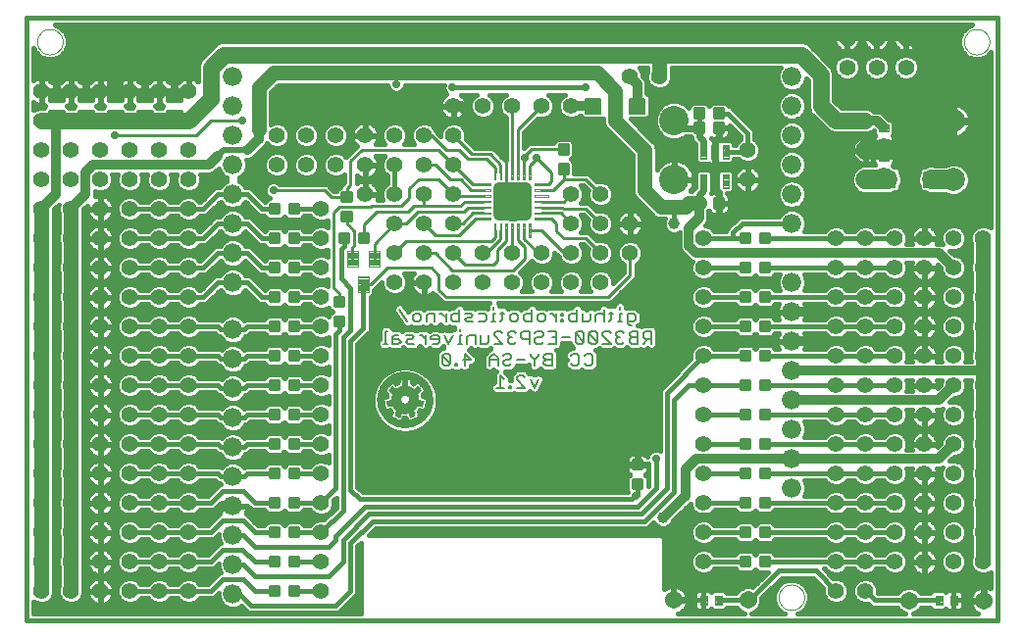
<source format=gbl>
G75*
%MOMM*%
%OFA0B0*%
%FSLAX33Y33*%
%IPPOS*%
%LPD*%
%AMOC8*
5,1,8,0,0,1.08239X$1,22.5*
%
%ADD10C,0.406*%
%ADD11C,0.000*%
%ADD12C,0.203*%
%ADD13R,0.681X0.010*%
%ADD14R,0.518X0.010*%
%ADD15R,0.284X0.010*%
%ADD16R,0.213X0.010*%
%ADD17R,0.498X0.010*%
%ADD18R,0.660X0.010*%
%ADD19R,0.792X0.010*%
%ADD20R,0.904X0.010*%
%ADD21R,1.006X0.010*%
%ADD22R,1.097X0.010*%
%ADD23R,1.189X0.010*%
%ADD24R,1.260X0.010*%
%ADD25R,1.331X0.010*%
%ADD26R,1.402X0.010*%
%ADD27R,1.473X0.010*%
%ADD28R,1.534X0.010*%
%ADD29R,1.585X0.010*%
%ADD30R,1.646X0.010*%
%ADD31R,1.697X0.010*%
%ADD32R,1.758X0.010*%
%ADD33R,1.798X0.010*%
%ADD34R,1.859X0.010*%
%ADD35R,1.900X0.010*%
%ADD36R,1.951X0.010*%
%ADD37R,1.991X0.010*%
%ADD38R,2.042X0.010*%
%ADD39R,2.083X0.010*%
%ADD40R,2.123X0.010*%
%ADD41R,2.164X0.010*%
%ADD42R,2.205X0.010*%
%ADD43R,2.245X0.010*%
%ADD44R,2.286X0.010*%
%ADD45R,2.316X0.010*%
%ADD46R,2.357X0.010*%
%ADD47R,2.388X0.010*%
%ADD48R,2.428X0.010*%
%ADD49R,2.459X0.010*%
%ADD50R,2.489X0.010*%
%ADD51R,2.530X0.010*%
%ADD52R,2.560X0.010*%
%ADD53R,2.591X0.010*%
%ADD54R,2.621X0.010*%
%ADD55R,2.652X0.010*%
%ADD56R,2.682X0.010*%
%ADD57R,2.713X0.010*%
%ADD58R,2.743X0.010*%
%ADD59R,2.774X0.010*%
%ADD60R,2.804X0.010*%
%ADD61R,2.835X0.010*%
%ADD62R,2.855X0.010*%
%ADD63R,2.885X0.010*%
%ADD64R,2.916X0.010*%
%ADD65R,2.936X0.010*%
%ADD66R,2.967X0.010*%
%ADD67R,2.987X0.010*%
%ADD68R,3.018X0.010*%
%ADD69R,3.038X0.010*%
%ADD70R,3.068X0.010*%
%ADD71R,3.089X0.010*%
%ADD72R,3.119X0.010*%
%ADD73R,3.139X0.010*%
%ADD74R,3.160X0.010*%
%ADD75R,3.180X0.010*%
%ADD76R,3.211X0.010*%
%ADD77R,3.231X0.010*%
%ADD78R,3.251X0.010*%
%ADD79R,3.272X0.010*%
%ADD80R,2.042X0.010*%
%ADD81R,1.250X0.010*%
%ADD82R,1.219X0.010*%
%ADD83R,0.782X0.010*%
%ADD84R,1.209X0.010*%
%ADD85R,0.772X0.010*%
%ADD86R,1.168X0.010*%
%ADD87R,0.752X0.010*%
%ADD88R,1.158X0.010*%
%ADD89R,1.138X0.010*%
%ADD90R,0.742X0.010*%
%ADD91R,1.118X0.010*%
%ADD92R,0.732X0.010*%
%ADD93R,1.107X0.010*%
%ADD94R,0.721X0.010*%
%ADD95R,1.097X0.010*%
%ADD96R,1.087X0.010*%
%ADD97R,0.711X0.010*%
%ADD98R,1.067X0.010*%
%ADD99R,0.691X0.010*%
%ADD100R,1.057X0.010*%
%ADD101R,1.046X0.010*%
%ADD102R,0.671X0.010*%
%ADD103R,1.036X0.010*%
%ADD104R,1.026X0.010*%
%ADD105R,0.650X0.010*%
%ADD106R,1.026X0.010*%
%ADD107R,1.006X0.010*%
%ADD108R,0.640X0.010*%
%ADD109R,1.016X0.010*%
%ADD110R,0.996X0.010*%
%ADD111R,0.630X0.010*%
%ADD112R,0.986X0.010*%
%ADD113R,0.610X0.010*%
%ADD114R,0.996X0.010*%
%ADD115R,0.975X0.010*%
%ADD116R,0.599X0.010*%
%ADD117R,0.965X0.010*%
%ADD118R,0.589X0.010*%
%ADD119R,0.955X0.010*%
%ADD120R,0.579X0.010*%
%ADD121R,0.569X0.010*%
%ADD122R,0.945X0.010*%
%ADD123R,0.945X0.010*%
%ADD124R,0.549X0.010*%
%ADD125R,0.935X0.010*%
%ADD126R,0.538X0.010*%
%ADD127R,0.914X0.010*%
%ADD128R,0.528X0.010*%
%ADD129R,0.925X0.010*%
%ADD130R,0.914X0.010*%
%ADD131R,0.041X0.010*%
%ADD132R,0.508X0.010*%
%ADD133R,0.030X0.010*%
%ADD134R,0.081X0.010*%
%ADD135R,0.071X0.010*%
%ADD136R,0.112X0.010*%
%ADD137R,0.488X0.010*%
%ADD138R,0.102X0.010*%
%ADD139R,0.894X0.010*%
%ADD140R,0.894X0.010*%
%ADD141R,0.142X0.010*%
%ADD142R,0.467X0.010*%
%ADD143R,0.884X0.010*%
%ADD144R,0.183X0.010*%
%ADD145R,0.457X0.010*%
%ADD146R,0.173X0.010*%
%ADD147R,0.874X0.010*%
%ADD148R,0.203X0.010*%
%ADD149R,0.447X0.010*%
%ADD150R,0.884X0.010*%
%ADD151R,0.874X0.010*%
%ADD152R,0.234X0.010*%
%ADD153R,0.437X0.010*%
%ADD154R,0.864X0.010*%
%ADD155R,0.274X0.010*%
%ADD156R,0.427X0.010*%
%ADD157R,0.264X0.010*%
%ADD158R,0.295X0.010*%
%ADD159R,0.406X0.010*%
%ADD160R,0.853X0.010*%
%ADD161R,0.325X0.010*%
%ADD162R,0.396X0.010*%
%ADD163R,0.315X0.010*%
%ADD164R,0.843X0.010*%
%ADD165R,0.345X0.010*%
%ADD166R,0.843X0.010*%
%ADD167R,0.376X0.010*%
%ADD168R,0.366X0.010*%
%ADD169R,0.396X0.010*%
%ADD170R,0.417X0.010*%
%ADD171R,0.853X0.010*%
%ADD172R,0.447X0.010*%
%ADD173R,0.437X0.010*%
%ADD174R,0.864X0.010*%
%ADD175R,0.478X0.010*%
%ADD176R,0.528X0.010*%
%ADD177R,0.904X0.010*%
%ADD178R,0.549X0.010*%
%ADD179R,0.538X0.010*%
%ADD180R,0.925X0.010*%
%ADD181R,0.559X0.010*%
%ADD182R,0.955X0.010*%
%ADD183R,0.559X0.010*%
%ADD184R,0.965X0.010*%
%ADD185R,0.569X0.010*%
%ADD186R,0.579X0.010*%
%ADD187R,1.016X0.010*%
%ADD188R,1.026X0.010*%
%ADD189R,0.589X0.010*%
%ADD190R,0.152X0.010*%
%ADD191R,1.057X0.010*%
%ADD192R,0.599X0.010*%
%ADD193R,0.589X0.010*%
%ADD194R,1.666X0.010*%
%ADD195R,1.077X0.010*%
%ADD196R,1.077X0.010*%
%ADD197R,1.646X0.010*%
%ADD198R,1.107X0.010*%
%ADD199R,1.626X0.010*%
%ADD200R,1.128X0.010*%
%ADD201R,1.615X0.010*%
%ADD202R,1.605X0.010*%
%ADD203R,1.148X0.010*%
%ADD204R,1.138X0.010*%
%ADD205R,1.605X0.010*%
%ADD206R,1.148X0.010*%
%ADD207R,1.595X0.010*%
%ADD208R,1.179X0.010*%
%ADD209R,1.179X0.010*%
%ADD210R,1.575X0.010*%
%ADD211R,1.189X0.010*%
%ADD212R,1.565X0.010*%
%ADD213R,1.565X0.010*%
%ADD214R,1.554X0.010*%
%ADD215R,1.544X0.010*%
%ADD216R,1.158X0.010*%
%ADD217R,1.534X0.010*%
%ADD218R,1.524X0.010*%
%ADD219R,1.148X0.010*%
%ADD220R,1.514X0.010*%
%ADD221R,1.128X0.010*%
%ADD222R,1.524X0.010*%
%ADD223R,1.118X0.010*%
%ADD224R,1.687X0.010*%
%ADD225R,1.097X0.010*%
%ADD226R,1.707X0.010*%
%ADD227R,1.727X0.010*%
%ADD228R,1.748X0.010*%
%ADD229R,1.097X0.010*%
%ADD230R,1.778X0.010*%
%ADD231R,1.819X0.010*%
%ADD232R,0.671X0.010*%
%ADD233R,0.366X0.010*%
%ADD234R,1.829X0.010*%
%ADD235R,0.366X0.010*%
%ADD236R,1.849X0.010*%
%ADD237R,0.264X0.010*%
%ADD238R,0.163X0.010*%
%ADD239R,1.869X0.010*%
%ADD240R,0.061X0.010*%
%ADD241R,1.880X0.010*%
%ADD242R,0.660X0.010*%
%ADD243R,1.910X0.010*%
%ADD244R,1.930X0.010*%
%ADD245R,1.941X0.010*%
%ADD246R,0.650X0.010*%
%ADD247R,1.961X0.010*%
%ADD248R,1.971X0.010*%
%ADD249R,1.991X0.010*%
%ADD250R,2.002X0.010*%
%ADD251R,2.012X0.010*%
%ADD252R,2.022X0.010*%
%ADD253R,2.052X0.010*%
%ADD254R,2.062X0.010*%
%ADD255R,2.073X0.010*%
%ADD256R,0.122X0.010*%
%ADD257R,0.640X0.010*%
%ADD258R,0.224X0.010*%
%ADD259R,2.093X0.010*%
%ADD260R,0.132X0.010*%
%ADD261R,2.113X0.010*%
%ADD262R,0.244X0.010*%
%ADD263R,0.335X0.010*%
%ADD264R,0.437X0.010*%
%ADD265R,3.048X0.010*%
%ADD266R,3.058X0.010*%
%ADD267R,0.640X0.010*%
%ADD268R,3.058X0.010*%
%ADD269R,3.078X0.010*%
%ADD270R,3.089X0.010*%
%ADD271R,0.640X0.010*%
%ADD272R,3.099X0.010*%
%ADD273R,3.099X0.010*%
%ADD274R,3.109X0.010*%
%ADD275R,3.129X0.010*%
%ADD276R,0.630X0.010*%
%ADD277R,3.129X0.010*%
%ADD278R,3.150X0.010*%
%ADD279R,3.150X0.010*%
%ADD280R,1.504X0.010*%
%ADD281R,1.463X0.010*%
%ADD282R,1.453X0.010*%
%ADD283R,1.443X0.010*%
%ADD284R,1.433X0.010*%
%ADD285R,1.422X0.010*%
%ADD286R,1.412X0.010*%
%ADD287R,1.402X0.010*%
%ADD288R,1.392X0.010*%
%ADD289R,1.382X0.010*%
%ADD290R,1.361X0.010*%
%ADD291R,1.372X0.010*%
%ADD292R,1.361X0.010*%
%ADD293R,1.351X0.010*%
%ADD294R,1.351X0.010*%
%ADD295R,1.341X0.010*%
%ADD296R,1.331X0.010*%
%ADD297R,1.331X0.010*%
%ADD298R,1.321X0.010*%
%ADD299R,1.311X0.010*%
%ADD300R,1.300X0.010*%
%ADD301R,1.300X0.010*%
%ADD302R,1.290X0.010*%
%ADD303R,0.620X0.010*%
%ADD304R,1.250X0.010*%
%ADD305R,1.280X0.010*%
%ADD306R,1.219X0.010*%
%ADD307R,1.240X0.010*%
%ADD308R,1.209X0.010*%
%ADD309R,1.168X0.010*%
%ADD310R,1.046X0.010*%
%ADD311R,0.986X0.010*%
%ADD312R,0.833X0.010*%
%ADD313R,0.732X0.010*%
%ADD314R,0.843X0.010*%
%ADD315R,0.843X0.010*%
%ADD316R,0.742X0.010*%
%ADD317R,0.762X0.010*%
%ADD318R,0.803X0.010*%
%ADD319R,0.823X0.010*%
%ADD320R,0.996X0.010*%
%ADD321R,0.874X0.010*%
%ADD322R,0.894X0.010*%
%ADD323R,0.945X0.010*%
%ADD324R,0.975X0.010*%
%ADD325R,2.276X0.010*%
%ADD326R,2.266X0.010*%
%ADD327R,2.256X0.010*%
%ADD328R,1.036X0.010*%
%ADD329R,2.235X0.010*%
%ADD330R,2.225X0.010*%
%ADD331R,2.215X0.010*%
%ADD332R,1.046X0.010*%
%ADD333R,2.195X0.010*%
%ADD334R,2.184X0.010*%
%ADD335R,1.026X0.010*%
%ADD336R,2.195X0.010*%
%ADD337R,2.266X0.010*%
%ADD338R,2.286X0.010*%
%ADD339R,2.306X0.010*%
%ADD340R,2.327X0.010*%
%ADD341R,2.347X0.010*%
%ADD342R,2.367X0.010*%
%ADD343R,2.388X0.010*%
%ADD344R,2.408X0.010*%
%ADD345R,2.449X0.010*%
%ADD346R,2.469X0.010*%
%ADD347R,0.833X0.010*%
%ADD348R,2.489X0.010*%
%ADD349R,0.823X0.010*%
%ADD350R,2.510X0.010*%
%ADD351R,0.813X0.010*%
%ADD352R,2.530X0.010*%
%ADD353R,2.550X0.010*%
%ADD354R,0.782X0.010*%
%ADD355R,2.570X0.010*%
%ADD356R,0.772X0.010*%
%ADD357R,2.591X0.010*%
%ADD358R,0.772X0.010*%
%ADD359R,2.611X0.010*%
%ADD360R,2.631X0.010*%
%ADD361R,2.672X0.010*%
%ADD362R,0.721X0.010*%
%ADD363R,0.701X0.010*%
%ADD364R,2.692X0.010*%
%ADD365R,0.711X0.010*%
%ADD366R,0.691X0.010*%
%ADD367R,2.733X0.010*%
%ADD368R,2.753X0.010*%
%ADD369R,2.774X0.010*%
%ADD370R,0.691X0.010*%
%ADD371R,2.794X0.010*%
%ADD372R,2.804X0.010*%
%ADD373R,0.701X0.010*%
%ADD374R,2.814X0.010*%
%ADD375R,2.794X0.010*%
%ADD376R,2.784X0.010*%
%ADD377R,2.764X0.010*%
%ADD378R,2.713X0.010*%
%ADD379R,2.703X0.010*%
%ADD380R,2.692X0.010*%
%ADD381R,1.453X0.010*%
%ADD382R,0.518X0.010*%
%ADD383R,1.422X0.010*%
%ADD384R,0.721X0.010*%
%ADD385R,0.721X0.010*%
%ADD386R,1.402X0.010*%
%ADD387R,1.372X0.010*%
%ADD388R,0.457X0.010*%
%ADD389R,0.406X0.010*%
%ADD390R,1.280X0.010*%
%ADD391R,0.427X0.010*%
%ADD392R,0.386X0.010*%
%ADD393R,0.356X0.010*%
%ADD394R,0.386X0.010*%
%ADD395R,0.742X0.010*%
%ADD396R,0.325X0.010*%
%ADD397R,0.315X0.010*%
%ADD398R,0.742X0.010*%
%ADD399R,0.284X0.010*%
%ADD400R,0.305X0.010*%
%ADD401R,0.752X0.010*%
%ADD402R,0.284X0.010*%
%ADD403R,0.234X0.010*%
%ADD404R,0.183X0.010*%
%ADD405R,0.213X0.010*%
%ADD406R,0.762X0.010*%
%ADD407R,0.152X0.010*%
%ADD408R,0.183X0.010*%
%ADD409R,0.772X0.010*%
%ADD410R,0.132X0.010*%
%ADD411R,0.081X0.010*%
%ADD412R,0.030X0.010*%
%ADD413R,0.051X0.010*%
%ADD414R,0.030X0.010*%
%ADD415R,0.010X0.010*%
%ADD416R,0.051X0.010*%
%ADD417R,0.792X0.010*%
%ADD418R,0.792X0.010*%
%ADD419R,0.112X0.010*%
%ADD420R,0.183X0.010*%
%ADD421R,0.538X0.010*%
%ADD422R,0.254X0.010*%
%ADD423R,0.813X0.010*%
%ADD424R,0.295X0.010*%
%ADD425R,0.498X0.010*%
%ADD426R,0.589X0.010*%
%ADD427R,0.620X0.010*%
%ADD428R,0.508X0.010*%
%ADD429R,0.610X0.010*%
%ADD430R,1.534X0.010*%
%ADD431R,1.514X0.010*%
%ADD432R,1.534X0.010*%
%ADD433R,1.494X0.010*%
%ADD434R,1.504X0.010*%
%ADD435R,1.494X0.010*%
%ADD436R,0.488X0.010*%
%ADD437R,1.483X0.010*%
%ADD438R,1.483X0.010*%
%ADD439R,0.467X0.010*%
%ADD440R,1.463X0.010*%
%ADD441R,1.443X0.010*%
%ADD442R,1.453X0.010*%
%ADD443R,1.433X0.010*%
%ADD444R,1.433X0.010*%
%ADD445R,1.382X0.010*%
%ADD446R,1.392X0.010*%
%ADD447R,1.341X0.010*%
%ADD448R,1.351X0.010*%
%ADD449R,1.300X0.010*%
%ADD450R,1.300X0.010*%
%ADD451R,1.554X0.010*%
%ADD452R,1.544X0.010*%
%ADD453R,3.282X0.010*%
%ADD454R,3.261X0.010*%
%ADD455R,3.211X0.010*%
%ADD456R,3.190X0.010*%
%ADD457R,3.068X0.010*%
%ADD458R,2.997X0.010*%
%ADD459R,2.967X0.010*%
%ADD460R,2.936X0.010*%
%ADD461R,2.865X0.010*%
%ADD462R,2.835X0.010*%
%ADD463R,2.804X0.010*%
%ADD464R,2.662X0.010*%
%ADD465R,2.570X0.010*%
%ADD466R,2.499X0.010*%
%ADD467R,2.469X0.010*%
%ADD468R,2.398X0.010*%
%ADD469R,2.357X0.010*%
%ADD470R,2.327X0.010*%
%ADD471R,2.164X0.010*%
%ADD472R,2.123X0.010*%
%ADD473R,1.656X0.010*%
%ADD474R,1.270X0.010*%
%ADD475R,1.199X0.010*%
%ADD476C,0.300*%
%ADD477C,1.422*%
%ADD478C,0.100*%
%ADD479C,0.102*%
%ADD480C,1.676*%
%ADD481C,2.000*%
%ADD482C,0.140*%
%ADD483C,0.105*%
%ADD484C,0.390*%
%ADD485C,2.540*%
%ADD486C,0.103*%
%ADD487C,1.056*%
%ADD488C,1.540*%
%ADD489C,1.422*%
%ADD490C,0.813*%
%ADD491C,1.270*%
%ADD492C,1.000*%
%ADD493C,0.610*%
%ADD494C,0.500*%
%ADD495C,0.700*%
%ADD496C,0.254*%
%ADD497C,1.676*%
%ADD498C,1.400*%
D10*
X10601Y44154D02*
X10601Y96214D01*
X94421Y96224D01*
X94421Y44154D01*
X10601Y44154D01*
X11208Y44760D02*
X11208Y45781D01*
X11240Y45749D01*
X11650Y45579D01*
X12093Y45579D01*
X12503Y45749D01*
X12816Y46062D01*
X12986Y46472D01*
X12986Y46915D01*
X12910Y47099D01*
X12910Y48828D01*
X12986Y49012D01*
X12986Y49455D01*
X12910Y49639D01*
X12910Y51368D01*
X12986Y51552D01*
X12986Y51995D01*
X12910Y52179D01*
X12910Y53908D01*
X12986Y54092D01*
X12986Y54535D01*
X12910Y54719D01*
X12910Y56448D01*
X12986Y56632D01*
X12986Y57075D01*
X12910Y57259D01*
X12910Y58988D01*
X12986Y59172D01*
X12986Y59615D01*
X12910Y59799D01*
X12910Y61528D01*
X12986Y61712D01*
X12986Y62155D01*
X12910Y62339D01*
X12910Y64068D01*
X12986Y64252D01*
X12986Y64695D01*
X12910Y64879D01*
X12910Y66608D01*
X12986Y66792D01*
X12986Y67235D01*
X12910Y67419D01*
X12910Y69148D01*
X12986Y69332D01*
X12986Y69775D01*
X12910Y69959D01*
X12910Y71688D01*
X12986Y71872D01*
X12986Y72315D01*
X12910Y72499D01*
X12910Y74228D01*
X12986Y74412D01*
X12986Y74855D01*
X12910Y75039D01*
X12910Y76768D01*
X12986Y76952D01*
X12986Y77395D01*
X12910Y77579D01*
X12910Y79308D01*
X12986Y79492D01*
X12986Y79683D01*
X13339Y80036D01*
X13297Y79935D01*
X13297Y79492D01*
X13373Y79308D01*
X13373Y77579D01*
X13297Y77395D01*
X13297Y76952D01*
X13373Y76768D01*
X13373Y75039D01*
X13297Y74855D01*
X13297Y74412D01*
X13373Y74228D01*
X13373Y72499D01*
X13297Y72315D01*
X13297Y71872D01*
X13373Y71688D01*
X13373Y69959D01*
X13297Y69775D01*
X13297Y69332D01*
X13373Y69148D01*
X13373Y67419D01*
X13297Y67235D01*
X13297Y66792D01*
X13373Y66608D01*
X13373Y64879D01*
X13297Y64695D01*
X13297Y64252D01*
X13373Y64068D01*
X13373Y62339D01*
X13297Y62155D01*
X13297Y61712D01*
X13373Y61528D01*
X13373Y59799D01*
X13297Y59615D01*
X13297Y59172D01*
X13373Y58988D01*
X13373Y57259D01*
X13297Y57075D01*
X13297Y56632D01*
X13373Y56448D01*
X13373Y54719D01*
X13297Y54535D01*
X13297Y54092D01*
X13373Y53908D01*
X13373Y52179D01*
X13297Y51995D01*
X13297Y51552D01*
X13373Y51368D01*
X13373Y49639D01*
X13297Y49455D01*
X13297Y49012D01*
X13373Y48828D01*
X13373Y47099D01*
X13297Y46915D01*
X13297Y46472D01*
X13467Y46062D01*
X13780Y45749D01*
X14190Y45579D01*
X14633Y45579D01*
X15043Y45749D01*
X15356Y46062D01*
X15526Y46472D01*
X15526Y46915D01*
X15450Y47099D01*
X15450Y48828D01*
X15526Y49012D01*
X15526Y49455D01*
X15450Y49639D01*
X15450Y51368D01*
X15526Y51552D01*
X15526Y51995D01*
X15450Y52179D01*
X15450Y53908D01*
X15526Y54092D01*
X15526Y54535D01*
X15450Y54719D01*
X15450Y56448D01*
X15526Y56632D01*
X15526Y57075D01*
X15450Y57259D01*
X15450Y58988D01*
X15526Y59172D01*
X15526Y59615D01*
X15450Y59799D01*
X15450Y61528D01*
X15526Y61712D01*
X15526Y62155D01*
X15450Y62339D01*
X15450Y64068D01*
X15526Y64252D01*
X15526Y64695D01*
X15450Y64879D01*
X15450Y66608D01*
X15526Y66792D01*
X15526Y67235D01*
X15450Y67419D01*
X15450Y69148D01*
X15526Y69332D01*
X15526Y69775D01*
X15450Y69959D01*
X15450Y71688D01*
X15526Y71872D01*
X15526Y72315D01*
X15450Y72499D01*
X15450Y74228D01*
X15526Y74412D01*
X15526Y74855D01*
X15450Y75039D01*
X15450Y76768D01*
X15526Y76952D01*
X15526Y77395D01*
X15450Y77579D01*
X15450Y79308D01*
X15526Y79492D01*
X15526Y79683D01*
X15808Y79966D01*
X15783Y79806D01*
X15783Y79764D01*
X16901Y79764D01*
X16901Y79663D01*
X17002Y79663D01*
X17002Y78545D01*
X17043Y78545D01*
X17225Y78574D01*
X17400Y78631D01*
X17564Y78714D01*
X17713Y78822D01*
X17843Y78953D01*
X17951Y79101D01*
X18034Y79265D01*
X18091Y79440D01*
X18120Y79622D01*
X18120Y79663D01*
X17002Y79663D01*
X17002Y79764D01*
X18120Y79764D01*
X18120Y79806D01*
X18091Y79987D01*
X18034Y80162D01*
X17951Y80326D01*
X17843Y80475D01*
X17713Y80605D01*
X17564Y80713D01*
X17400Y80796D01*
X17225Y80853D01*
X17043Y80882D01*
X17002Y80882D01*
X17002Y79764D01*
X16901Y79764D01*
X16901Y80882D01*
X16860Y80882D01*
X16678Y80853D01*
X16503Y80796D01*
X16474Y80782D01*
X16491Y80823D01*
X16491Y81238D01*
X16730Y81139D01*
X17173Y81139D01*
X17583Y81309D01*
X17896Y81622D01*
X18066Y82032D01*
X18066Y82475D01*
X17967Y82714D01*
X18476Y82714D01*
X18377Y82475D01*
X18377Y82032D01*
X18547Y81622D01*
X18860Y81309D01*
X19270Y81139D01*
X19713Y81139D01*
X20123Y81309D01*
X20436Y81622D01*
X20606Y82032D01*
X20606Y82475D01*
X20507Y82714D01*
X21016Y82714D01*
X20917Y82475D01*
X20917Y82032D01*
X21087Y81622D01*
X21400Y81309D01*
X21810Y81139D01*
X22253Y81139D01*
X22663Y81309D01*
X22976Y81622D01*
X23146Y82032D01*
X23146Y82475D01*
X23047Y82714D01*
X23556Y82714D01*
X23457Y82475D01*
X23457Y82032D01*
X23627Y81622D01*
X23940Y81309D01*
X24350Y81139D01*
X24793Y81139D01*
X25203Y81309D01*
X25516Y81622D01*
X25686Y82032D01*
X25686Y82475D01*
X25587Y82714D01*
X26479Y82714D01*
X26776Y82837D01*
X27162Y83223D01*
X27329Y82820D01*
X27678Y82471D01*
X27851Y82400D01*
X27851Y82108D01*
X27678Y82036D01*
X27329Y81687D01*
X27289Y81590D01*
X26860Y81590D01*
X26505Y81235D01*
X25590Y80320D01*
X25527Y80320D01*
X25516Y80345D01*
X25203Y80658D01*
X24793Y80828D01*
X24350Y80828D01*
X23940Y80658D01*
X23627Y80345D01*
X23616Y80320D01*
X22987Y80320D01*
X22976Y80345D01*
X22663Y80658D01*
X22253Y80828D01*
X21810Y80828D01*
X21400Y80658D01*
X21087Y80345D01*
X21076Y80320D01*
X20447Y80320D01*
X20436Y80345D01*
X20123Y80658D01*
X19713Y80828D01*
X19270Y80828D01*
X18860Y80658D01*
X18547Y80345D01*
X18377Y79935D01*
X18377Y79492D01*
X18547Y79082D01*
X18860Y78769D01*
X19270Y78599D01*
X19713Y78599D01*
X20123Y78769D01*
X20436Y79082D01*
X20447Y79107D01*
X21076Y79107D01*
X21087Y79082D01*
X21400Y78769D01*
X21810Y78599D01*
X22253Y78599D01*
X22663Y78769D01*
X22976Y79082D01*
X22987Y79107D01*
X23616Y79107D01*
X23627Y79082D01*
X23940Y78769D01*
X24350Y78599D01*
X24793Y78599D01*
X25203Y78769D01*
X25516Y79082D01*
X25527Y79107D01*
X26093Y79107D01*
X27311Y80325D01*
X27329Y80280D01*
X27678Y79931D01*
X28135Y79742D01*
X28628Y79742D01*
X29085Y79931D01*
X29434Y80280D01*
X29452Y80325D01*
X30670Y79107D01*
X31101Y79107D01*
X31397Y78810D01*
X32556Y78810D01*
X32826Y79081D01*
X33097Y78810D01*
X34256Y78810D01*
X34552Y79107D01*
X35046Y79107D01*
X35057Y79082D01*
X35370Y78769D01*
X35780Y78599D01*
X36223Y78599D01*
X36583Y78748D01*
X36583Y78139D01*
X36223Y78288D01*
X35780Y78288D01*
X35370Y78118D01*
X35057Y77805D01*
X35046Y77780D01*
X34552Y77780D01*
X34256Y78077D01*
X33097Y78077D01*
X32826Y77806D01*
X32556Y78077D01*
X31397Y78077D01*
X31137Y77816D01*
X30258Y78695D01*
X29903Y79050D01*
X29474Y79050D01*
X29434Y79147D01*
X29085Y79496D01*
X28628Y79685D01*
X28135Y79685D01*
X27678Y79496D01*
X27329Y79147D01*
X27289Y79050D01*
X26860Y79050D01*
X26505Y78695D01*
X25590Y77780D01*
X25527Y77780D01*
X25516Y77805D01*
X25203Y78118D01*
X24793Y78288D01*
X24350Y78288D01*
X23940Y78118D01*
X23627Y77805D01*
X23616Y77780D01*
X22987Y77780D01*
X22976Y77805D01*
X22663Y78118D01*
X22253Y78288D01*
X21810Y78288D01*
X21400Y78118D01*
X21087Y77805D01*
X21076Y77780D01*
X20447Y77780D01*
X20436Y77805D01*
X20123Y78118D01*
X19713Y78288D01*
X19270Y78288D01*
X18860Y78118D01*
X18547Y77805D01*
X18377Y77395D01*
X18377Y76952D01*
X18547Y76542D01*
X18860Y76229D01*
X19270Y76059D01*
X19713Y76059D01*
X20123Y76229D01*
X20436Y76542D01*
X20447Y76567D01*
X21076Y76567D01*
X21087Y76542D01*
X21400Y76229D01*
X21810Y76059D01*
X22253Y76059D01*
X22663Y76229D01*
X22976Y76542D01*
X22987Y76567D01*
X23616Y76567D01*
X23627Y76542D01*
X23940Y76229D01*
X24350Y76059D01*
X24793Y76059D01*
X25203Y76229D01*
X25516Y76542D01*
X25527Y76567D01*
X26093Y76567D01*
X27311Y77785D01*
X27329Y77740D01*
X27678Y77391D01*
X28135Y77202D01*
X28628Y77202D01*
X29085Y77391D01*
X29434Y77740D01*
X29452Y77785D01*
X30670Y76567D01*
X31101Y76567D01*
X31397Y76270D01*
X32556Y76270D01*
X32826Y76541D01*
X33097Y76270D01*
X34256Y76270D01*
X34552Y76567D01*
X35046Y76567D01*
X35057Y76542D01*
X35370Y76229D01*
X35780Y76059D01*
X36223Y76059D01*
X36583Y76208D01*
X36583Y75599D01*
X36223Y75748D01*
X35780Y75748D01*
X35370Y75578D01*
X35057Y75265D01*
X35046Y75240D01*
X34552Y75240D01*
X34256Y75537D01*
X33097Y75537D01*
X32826Y75266D01*
X32556Y75537D01*
X31397Y75537D01*
X31137Y75276D01*
X30258Y76155D01*
X29903Y76510D01*
X29474Y76510D01*
X29434Y76607D01*
X29085Y76956D01*
X28628Y77145D01*
X28135Y77145D01*
X27678Y76956D01*
X27329Y76607D01*
X27289Y76510D01*
X26860Y76510D01*
X26505Y76155D01*
X25590Y75240D01*
X25527Y75240D01*
X25516Y75265D01*
X25203Y75578D01*
X24793Y75748D01*
X24350Y75748D01*
X23940Y75578D01*
X23627Y75265D01*
X23616Y75240D01*
X22987Y75240D01*
X22976Y75265D01*
X22663Y75578D01*
X22253Y75748D01*
X21810Y75748D01*
X21400Y75578D01*
X21087Y75265D01*
X21076Y75240D01*
X20447Y75240D01*
X20436Y75265D01*
X20123Y75578D01*
X19713Y75748D01*
X19270Y75748D01*
X18860Y75578D01*
X18547Y75265D01*
X18377Y74855D01*
X18377Y74412D01*
X18547Y74002D01*
X18860Y73689D01*
X19270Y73519D01*
X19713Y73519D01*
X20123Y73689D01*
X20436Y74002D01*
X20447Y74027D01*
X21076Y74027D01*
X21087Y74002D01*
X21400Y73689D01*
X21810Y73519D01*
X22253Y73519D01*
X22663Y73689D01*
X22976Y74002D01*
X22987Y74027D01*
X23616Y74027D01*
X23627Y74002D01*
X23940Y73689D01*
X24350Y73519D01*
X24793Y73519D01*
X25203Y73689D01*
X25516Y74002D01*
X25527Y74027D01*
X26093Y74027D01*
X27311Y75245D01*
X27329Y75200D01*
X27678Y74851D01*
X28135Y74662D01*
X28628Y74662D01*
X29085Y74851D01*
X29434Y75200D01*
X29452Y75245D01*
X30670Y74027D01*
X31101Y74027D01*
X31397Y73730D01*
X32556Y73730D01*
X32826Y74001D01*
X33097Y73730D01*
X34256Y73730D01*
X34552Y74027D01*
X35046Y74027D01*
X35057Y74002D01*
X35370Y73689D01*
X35780Y73519D01*
X36223Y73519D01*
X36583Y73668D01*
X36583Y73059D01*
X36223Y73208D01*
X35780Y73208D01*
X35370Y73038D01*
X35057Y72725D01*
X35046Y72700D01*
X34552Y72700D01*
X34256Y72997D01*
X33097Y72997D01*
X32826Y72726D01*
X32556Y72997D01*
X31397Y72997D01*
X31137Y72736D01*
X30258Y73615D01*
X29903Y73970D01*
X29474Y73970D01*
X29434Y74067D01*
X29085Y74416D01*
X28628Y74605D01*
X28135Y74605D01*
X27678Y74416D01*
X27329Y74067D01*
X27289Y73970D01*
X26860Y73970D01*
X26505Y73615D01*
X25590Y72700D01*
X25527Y72700D01*
X25516Y72725D01*
X25203Y73038D01*
X24793Y73208D01*
X24350Y73208D01*
X23940Y73038D01*
X23627Y72725D01*
X23616Y72700D01*
X22987Y72700D01*
X22976Y72725D01*
X22663Y73038D01*
X22253Y73208D01*
X21810Y73208D01*
X21400Y73038D01*
X21087Y72725D01*
X21076Y72700D01*
X20447Y72700D01*
X20436Y72725D01*
X20123Y73038D01*
X19713Y73208D01*
X19270Y73208D01*
X18860Y73038D01*
X18547Y72725D01*
X18377Y72315D01*
X18377Y71872D01*
X18547Y71462D01*
X18860Y71149D01*
X19270Y70979D01*
X19713Y70979D01*
X20123Y71149D01*
X20436Y71462D01*
X20447Y71487D01*
X21076Y71487D01*
X21087Y71462D01*
X21400Y71149D01*
X21810Y70979D01*
X22253Y70979D01*
X22663Y71149D01*
X22976Y71462D01*
X22987Y71487D01*
X23616Y71487D01*
X23627Y71462D01*
X23940Y71149D01*
X24350Y70979D01*
X24793Y70979D01*
X25203Y71149D01*
X25516Y71462D01*
X25527Y71487D01*
X26093Y71487D01*
X27311Y72705D01*
X27329Y72660D01*
X27678Y72311D01*
X28135Y72122D01*
X28628Y72122D01*
X29085Y72311D01*
X29434Y72660D01*
X29452Y72705D01*
X30670Y71487D01*
X31101Y71487D01*
X31397Y71190D01*
X32556Y71190D01*
X32826Y71461D01*
X33097Y71190D01*
X34256Y71190D01*
X34552Y71487D01*
X35046Y71487D01*
X35057Y71462D01*
X35370Y71149D01*
X35780Y70979D01*
X36223Y70979D01*
X36633Y71149D01*
X36686Y71202D01*
X36686Y71095D01*
X36957Y70824D01*
X36686Y70553D01*
X36686Y70445D01*
X36633Y70498D01*
X36223Y70668D01*
X35780Y70668D01*
X35370Y70498D01*
X35057Y70185D01*
X35046Y70160D01*
X34552Y70160D01*
X34256Y70457D01*
X33097Y70457D01*
X32826Y70186D01*
X32556Y70457D01*
X31397Y70457D01*
X31101Y70160D01*
X29400Y70160D01*
X29338Y70098D01*
X29085Y70352D01*
X28628Y70541D01*
X28135Y70541D01*
X27678Y70352D01*
X27424Y70098D01*
X27363Y70160D01*
X25527Y70160D01*
X25516Y70185D01*
X25203Y70498D01*
X24793Y70668D01*
X24350Y70668D01*
X23940Y70498D01*
X23627Y70185D01*
X23616Y70160D01*
X22987Y70160D01*
X22976Y70185D01*
X22663Y70498D01*
X22253Y70668D01*
X21810Y70668D01*
X21400Y70498D01*
X21087Y70185D01*
X21076Y70160D01*
X20447Y70160D01*
X20436Y70185D01*
X20123Y70498D01*
X19713Y70668D01*
X19270Y70668D01*
X18860Y70498D01*
X18547Y70185D01*
X18377Y69775D01*
X18377Y69332D01*
X18547Y68922D01*
X18860Y68609D01*
X19270Y68439D01*
X19713Y68439D01*
X20123Y68609D01*
X20436Y68922D01*
X20447Y68947D01*
X21076Y68947D01*
X21087Y68922D01*
X21400Y68609D01*
X21810Y68439D01*
X22253Y68439D01*
X22663Y68609D01*
X22976Y68922D01*
X22987Y68947D01*
X23616Y68947D01*
X23627Y68922D01*
X23940Y68609D01*
X24350Y68439D01*
X24793Y68439D01*
X25203Y68609D01*
X25516Y68922D01*
X25527Y68947D01*
X26860Y68947D01*
X27114Y68693D01*
X27289Y68693D01*
X27329Y68596D01*
X27678Y68247D01*
X28135Y68058D01*
X28628Y68058D01*
X29085Y68247D01*
X29434Y68596D01*
X29474Y68693D01*
X29649Y68693D01*
X29903Y68947D01*
X31101Y68947D01*
X31397Y68650D01*
X32556Y68650D01*
X32826Y68921D01*
X33097Y68650D01*
X34256Y68650D01*
X34552Y68947D01*
X35046Y68947D01*
X35057Y68922D01*
X35370Y68609D01*
X35780Y68439D01*
X36223Y68439D01*
X36633Y68609D01*
X36665Y68641D01*
X36665Y67926D01*
X36633Y67958D01*
X36223Y68128D01*
X35780Y68128D01*
X35370Y67958D01*
X35057Y67645D01*
X35046Y67620D01*
X34552Y67620D01*
X34256Y67917D01*
X33097Y67917D01*
X32826Y67646D01*
X32556Y67917D01*
X31397Y67917D01*
X31101Y67620D01*
X29400Y67620D01*
X29338Y67558D01*
X29085Y67812D01*
X28628Y68001D01*
X28135Y68001D01*
X27678Y67812D01*
X27424Y67558D01*
X27363Y67620D01*
X25527Y67620D01*
X25516Y67645D01*
X25203Y67958D01*
X24793Y68128D01*
X24350Y68128D01*
X23940Y67958D01*
X23627Y67645D01*
X23616Y67620D01*
X22987Y67620D01*
X22976Y67645D01*
X22663Y67958D01*
X22253Y68128D01*
X21810Y68128D01*
X21400Y67958D01*
X21087Y67645D01*
X21076Y67620D01*
X20447Y67620D01*
X20436Y67645D01*
X20123Y67958D01*
X19713Y68128D01*
X19270Y68128D01*
X18860Y67958D01*
X18547Y67645D01*
X18377Y67235D01*
X18377Y66792D01*
X18547Y66382D01*
X18860Y66069D01*
X19270Y65899D01*
X19713Y65899D01*
X20123Y66069D01*
X20436Y66382D01*
X20447Y66407D01*
X21076Y66407D01*
X21087Y66382D01*
X21400Y66069D01*
X21810Y65899D01*
X22253Y65899D01*
X22663Y66069D01*
X22976Y66382D01*
X22987Y66407D01*
X23616Y66407D01*
X23627Y66382D01*
X23940Y66069D01*
X24350Y65899D01*
X24793Y65899D01*
X25203Y66069D01*
X25516Y66382D01*
X25527Y66407D01*
X26860Y66407D01*
X27114Y66153D01*
X27289Y66153D01*
X27329Y66056D01*
X27678Y65707D01*
X28135Y65518D01*
X28628Y65518D01*
X29085Y65707D01*
X29434Y66056D01*
X29474Y66153D01*
X29649Y66153D01*
X29903Y66407D01*
X31101Y66407D01*
X31397Y66110D01*
X32556Y66110D01*
X32826Y66381D01*
X33097Y66110D01*
X34256Y66110D01*
X34552Y66407D01*
X35046Y66407D01*
X35057Y66382D01*
X35370Y66069D01*
X35780Y65899D01*
X36223Y65899D01*
X36633Y66069D01*
X36665Y66101D01*
X36665Y65386D01*
X36633Y65418D01*
X36223Y65588D01*
X35780Y65588D01*
X35370Y65418D01*
X35057Y65105D01*
X35046Y65080D01*
X34552Y65080D01*
X34256Y65377D01*
X33097Y65377D01*
X32826Y65106D01*
X32556Y65377D01*
X31397Y65377D01*
X31101Y65080D01*
X29400Y65080D01*
X29338Y65018D01*
X29085Y65272D01*
X28628Y65461D01*
X28135Y65461D01*
X27678Y65272D01*
X27424Y65018D01*
X27363Y65080D01*
X25527Y65080D01*
X25516Y65105D01*
X25203Y65418D01*
X24793Y65588D01*
X24350Y65588D01*
X23940Y65418D01*
X23627Y65105D01*
X23616Y65080D01*
X22987Y65080D01*
X22976Y65105D01*
X22663Y65418D01*
X22253Y65588D01*
X21810Y65588D01*
X21400Y65418D01*
X21087Y65105D01*
X21076Y65080D01*
X20447Y65080D01*
X20436Y65105D01*
X20123Y65418D01*
X19713Y65588D01*
X19270Y65588D01*
X18860Y65418D01*
X18547Y65105D01*
X18377Y64695D01*
X18377Y64252D01*
X18547Y63842D01*
X18860Y63529D01*
X19270Y63359D01*
X19713Y63359D01*
X20123Y63529D01*
X20436Y63842D01*
X20447Y63867D01*
X21076Y63867D01*
X21087Y63842D01*
X21400Y63529D01*
X21810Y63359D01*
X22253Y63359D01*
X22663Y63529D01*
X22976Y63842D01*
X22987Y63867D01*
X23616Y63867D01*
X23627Y63842D01*
X23940Y63529D01*
X24350Y63359D01*
X24793Y63359D01*
X25203Y63529D01*
X25516Y63842D01*
X25527Y63867D01*
X26860Y63867D01*
X27114Y63613D01*
X27289Y63613D01*
X27329Y63516D01*
X27678Y63167D01*
X28135Y62978D01*
X28628Y62978D01*
X29085Y63167D01*
X29434Y63516D01*
X29474Y63613D01*
X29649Y63613D01*
X29903Y63867D01*
X31101Y63867D01*
X31397Y63570D01*
X32556Y63570D01*
X32826Y63841D01*
X33097Y63570D01*
X34256Y63570D01*
X34552Y63867D01*
X35046Y63867D01*
X35057Y63842D01*
X35370Y63529D01*
X35780Y63359D01*
X36223Y63359D01*
X36633Y63529D01*
X36665Y63561D01*
X36665Y62846D01*
X36633Y62878D01*
X36223Y63048D01*
X35780Y63048D01*
X35370Y62878D01*
X35057Y62565D01*
X35046Y62540D01*
X34552Y62540D01*
X34256Y62837D01*
X33097Y62837D01*
X32826Y62566D01*
X32556Y62837D01*
X31397Y62837D01*
X31101Y62540D01*
X29400Y62540D01*
X29338Y62478D01*
X29085Y62732D01*
X28628Y62921D01*
X28135Y62921D01*
X27678Y62732D01*
X27424Y62478D01*
X27363Y62540D01*
X25527Y62540D01*
X25516Y62565D01*
X25203Y62878D01*
X24793Y63048D01*
X24350Y63048D01*
X23940Y62878D01*
X23627Y62565D01*
X23616Y62540D01*
X22987Y62540D01*
X22976Y62565D01*
X22663Y62878D01*
X22253Y63048D01*
X21810Y63048D01*
X21400Y62878D01*
X21087Y62565D01*
X21076Y62540D01*
X20447Y62540D01*
X20436Y62565D01*
X20123Y62878D01*
X19713Y63048D01*
X19270Y63048D01*
X18860Y62878D01*
X18547Y62565D01*
X18377Y62155D01*
X18377Y61712D01*
X18547Y61302D01*
X18860Y60989D01*
X19270Y60819D01*
X19713Y60819D01*
X20123Y60989D01*
X20436Y61302D01*
X20447Y61327D01*
X21076Y61327D01*
X21087Y61302D01*
X21400Y60989D01*
X21810Y60819D01*
X22253Y60819D01*
X22663Y60989D01*
X22976Y61302D01*
X22987Y61327D01*
X23616Y61327D01*
X23627Y61302D01*
X23940Y60989D01*
X24350Y60819D01*
X24793Y60819D01*
X25203Y60989D01*
X25516Y61302D01*
X25527Y61327D01*
X26860Y61327D01*
X27114Y61073D01*
X27289Y61073D01*
X27329Y60976D01*
X27678Y60627D01*
X28135Y60438D01*
X28628Y60438D01*
X29085Y60627D01*
X29434Y60976D01*
X29474Y61073D01*
X29649Y61073D01*
X29903Y61327D01*
X31101Y61327D01*
X31397Y61030D01*
X32556Y61030D01*
X32826Y61301D01*
X33097Y61030D01*
X34256Y61030D01*
X34552Y61327D01*
X35046Y61327D01*
X35057Y61302D01*
X35370Y60989D01*
X35780Y60819D01*
X36223Y60819D01*
X36633Y60989D01*
X36665Y61021D01*
X36665Y60306D01*
X36633Y60338D01*
X36223Y60508D01*
X35780Y60508D01*
X35370Y60338D01*
X35057Y60025D01*
X35046Y60000D01*
X34552Y60000D01*
X34256Y60297D01*
X33097Y60297D01*
X32826Y60026D01*
X32556Y60297D01*
X31397Y60297D01*
X31101Y60000D01*
X29400Y60000D01*
X29338Y59938D01*
X29085Y60192D01*
X28628Y60381D01*
X28135Y60381D01*
X27678Y60192D01*
X27424Y59938D01*
X27363Y60000D01*
X25527Y60000D01*
X25516Y60025D01*
X25203Y60338D01*
X24793Y60508D01*
X24350Y60508D01*
X23940Y60338D01*
X23627Y60025D01*
X23616Y60000D01*
X22987Y60000D01*
X22976Y60025D01*
X22663Y60338D01*
X22253Y60508D01*
X21810Y60508D01*
X21400Y60338D01*
X21087Y60025D01*
X21076Y60000D01*
X20447Y60000D01*
X20436Y60025D01*
X20123Y60338D01*
X19713Y60508D01*
X19270Y60508D01*
X18860Y60338D01*
X18547Y60025D01*
X18377Y59615D01*
X18377Y59172D01*
X18547Y58762D01*
X18860Y58449D01*
X19270Y58279D01*
X19713Y58279D01*
X20123Y58449D01*
X20436Y58762D01*
X20447Y58787D01*
X21076Y58787D01*
X21087Y58762D01*
X21400Y58449D01*
X21810Y58279D01*
X22253Y58279D01*
X22663Y58449D01*
X22976Y58762D01*
X22987Y58787D01*
X23616Y58787D01*
X23627Y58762D01*
X23940Y58449D01*
X24350Y58279D01*
X24793Y58279D01*
X25203Y58449D01*
X25516Y58762D01*
X25527Y58787D01*
X26860Y58787D01*
X27114Y58533D01*
X27289Y58533D01*
X27329Y58436D01*
X27678Y58087D01*
X28135Y57898D01*
X28628Y57898D01*
X29085Y58087D01*
X29434Y58436D01*
X29474Y58533D01*
X29649Y58533D01*
X29903Y58787D01*
X31101Y58787D01*
X31397Y58490D01*
X32556Y58490D01*
X32826Y58761D01*
X33097Y58490D01*
X34256Y58490D01*
X34552Y58787D01*
X35046Y58787D01*
X35057Y58762D01*
X35370Y58449D01*
X35780Y58279D01*
X36223Y58279D01*
X36633Y58449D01*
X36665Y58481D01*
X36665Y57766D01*
X36633Y57798D01*
X36223Y57968D01*
X35780Y57968D01*
X35370Y57798D01*
X35057Y57485D01*
X35046Y57460D01*
X34552Y57460D01*
X34256Y57757D01*
X33097Y57757D01*
X32826Y57486D01*
X32556Y57757D01*
X31397Y57757D01*
X31101Y57460D01*
X29400Y57460D01*
X29338Y57398D01*
X29085Y57652D01*
X28628Y57841D01*
X28135Y57841D01*
X27678Y57652D01*
X27424Y57398D01*
X27363Y57460D01*
X25527Y57460D01*
X25516Y57485D01*
X25203Y57798D01*
X24793Y57968D01*
X24350Y57968D01*
X23940Y57798D01*
X23627Y57485D01*
X23616Y57460D01*
X22987Y57460D01*
X22976Y57485D01*
X22663Y57798D01*
X22253Y57968D01*
X21810Y57968D01*
X21400Y57798D01*
X21087Y57485D01*
X21076Y57460D01*
X20447Y57460D01*
X20436Y57485D01*
X20123Y57798D01*
X19713Y57968D01*
X19270Y57968D01*
X18860Y57798D01*
X18547Y57485D01*
X18377Y57075D01*
X18377Y56632D01*
X18547Y56222D01*
X18860Y55909D01*
X19270Y55739D01*
X19713Y55739D01*
X20123Y55909D01*
X20436Y56222D01*
X20447Y56247D01*
X21076Y56247D01*
X21087Y56222D01*
X21400Y55909D01*
X21810Y55739D01*
X22253Y55739D01*
X22663Y55909D01*
X22976Y56222D01*
X22987Y56247D01*
X23616Y56247D01*
X23627Y56222D01*
X23940Y55909D01*
X24350Y55739D01*
X24793Y55739D01*
X25203Y55909D01*
X25516Y56222D01*
X25527Y56247D01*
X26860Y56247D01*
X27114Y55993D01*
X27289Y55993D01*
X27306Y55952D01*
X27257Y55952D01*
X26225Y54920D01*
X25527Y54920D01*
X25516Y54945D01*
X25203Y55258D01*
X24793Y55428D01*
X24350Y55428D01*
X23940Y55258D01*
X23627Y54945D01*
X23616Y54920D01*
X22987Y54920D01*
X22976Y54945D01*
X22663Y55258D01*
X22253Y55428D01*
X21810Y55428D01*
X21400Y55258D01*
X21087Y54945D01*
X21076Y54920D01*
X20447Y54920D01*
X20436Y54945D01*
X20123Y55258D01*
X19713Y55428D01*
X19270Y55428D01*
X18860Y55258D01*
X18547Y54945D01*
X18377Y54535D01*
X18377Y54092D01*
X18547Y53682D01*
X18860Y53369D01*
X19270Y53199D01*
X19713Y53199D01*
X20123Y53369D01*
X20436Y53682D01*
X20447Y53707D01*
X21076Y53707D01*
X21087Y53682D01*
X21400Y53369D01*
X21810Y53199D01*
X22253Y53199D01*
X22663Y53369D01*
X22976Y53682D01*
X22987Y53707D01*
X23616Y53707D01*
X23627Y53682D01*
X23940Y53369D01*
X24350Y53199D01*
X24793Y53199D01*
X25203Y53369D01*
X25516Y53682D01*
X25527Y53707D01*
X26728Y53707D01*
X27083Y54062D01*
X27127Y54106D01*
X28335Y54106D01*
X28335Y54013D01*
X27086Y54013D01*
X27086Y53958D01*
X27118Y53756D01*
X27181Y53562D01*
X27258Y53412D01*
X27257Y53412D01*
X26902Y53057D01*
X26225Y52380D01*
X25527Y52380D01*
X25516Y52405D01*
X25203Y52718D01*
X24793Y52888D01*
X24350Y52888D01*
X23940Y52718D01*
X23627Y52405D01*
X23616Y52380D01*
X22987Y52380D01*
X22976Y52405D01*
X22663Y52718D01*
X22253Y52888D01*
X21810Y52888D01*
X21400Y52718D01*
X21087Y52405D01*
X21076Y52380D01*
X20447Y52380D01*
X20436Y52405D01*
X20123Y52718D01*
X19713Y52888D01*
X19270Y52888D01*
X18860Y52718D01*
X18547Y52405D01*
X18377Y51995D01*
X18377Y51552D01*
X18547Y51142D01*
X18860Y50829D01*
X19270Y50659D01*
X19713Y50659D01*
X20123Y50829D01*
X20436Y51142D01*
X20447Y51167D01*
X21076Y51167D01*
X21087Y51142D01*
X21400Y50829D01*
X21810Y50659D01*
X22253Y50659D01*
X22663Y50829D01*
X22976Y51142D01*
X22987Y51167D01*
X23616Y51167D01*
X23627Y51142D01*
X23940Y50829D01*
X24350Y50659D01*
X24793Y50659D01*
X25203Y50829D01*
X25516Y51142D01*
X25527Y51167D01*
X26728Y51167D01*
X27140Y51580D01*
X27140Y51273D01*
X27302Y50881D01*
X27267Y50881D01*
X26911Y50526D01*
X26225Y49840D01*
X25527Y49840D01*
X25516Y49865D01*
X25203Y50178D01*
X24793Y50348D01*
X24350Y50348D01*
X23940Y50178D01*
X23627Y49865D01*
X23616Y49840D01*
X22987Y49840D01*
X22976Y49865D01*
X22663Y50178D01*
X22253Y50348D01*
X21810Y50348D01*
X21400Y50178D01*
X21087Y49865D01*
X21076Y49840D01*
X20447Y49840D01*
X20436Y49865D01*
X20123Y50178D01*
X19713Y50348D01*
X19270Y50348D01*
X18860Y50178D01*
X18547Y49865D01*
X18377Y49455D01*
X18377Y49012D01*
X18547Y48602D01*
X18860Y48289D01*
X19270Y48119D01*
X19713Y48119D01*
X20123Y48289D01*
X20436Y48602D01*
X20447Y48627D01*
X21076Y48627D01*
X21087Y48602D01*
X21400Y48289D01*
X21810Y48119D01*
X22253Y48119D01*
X22663Y48289D01*
X22976Y48602D01*
X22987Y48627D01*
X23616Y48627D01*
X23627Y48602D01*
X23940Y48289D01*
X24350Y48119D01*
X24793Y48119D01*
X25203Y48289D01*
X25516Y48602D01*
X25527Y48627D01*
X26728Y48627D01*
X27140Y49040D01*
X27140Y48733D01*
X27314Y48313D01*
X27238Y48313D01*
X26883Y47958D01*
X26225Y47300D01*
X25527Y47300D01*
X25516Y47325D01*
X25203Y47638D01*
X24793Y47808D01*
X24350Y47808D01*
X23940Y47638D01*
X23627Y47325D01*
X23616Y47300D01*
X22987Y47300D01*
X22976Y47325D01*
X22663Y47638D01*
X22253Y47808D01*
X21810Y47808D01*
X21400Y47638D01*
X21087Y47325D01*
X21076Y47300D01*
X20447Y47300D01*
X20436Y47325D01*
X20123Y47638D01*
X19713Y47808D01*
X19270Y47808D01*
X18860Y47638D01*
X18547Y47325D01*
X18377Y46915D01*
X18377Y46472D01*
X18547Y46062D01*
X18860Y45749D01*
X19270Y45579D01*
X19713Y45579D01*
X20123Y45749D01*
X20436Y46062D01*
X20447Y46087D01*
X21076Y46087D01*
X21087Y46062D01*
X21400Y45749D01*
X21810Y45579D01*
X22253Y45579D01*
X22663Y45749D01*
X22976Y46062D01*
X22987Y46087D01*
X23616Y46087D01*
X23627Y46062D01*
X23940Y45749D01*
X24350Y45579D01*
X24793Y45579D01*
X25203Y45749D01*
X25516Y46062D01*
X25527Y46087D01*
X26728Y46087D01*
X27140Y46500D01*
X27140Y46193D01*
X27329Y45736D01*
X27678Y45387D01*
X28135Y45198D01*
X28628Y45198D01*
X29085Y45387D01*
X29116Y45419D01*
X29363Y45172D01*
X29718Y44817D01*
X37523Y44817D01*
X38793Y46087D01*
X39148Y46442D01*
X39148Y50570D01*
X39408Y50830D01*
X39408Y44760D01*
X11208Y44760D01*
X11208Y44963D02*
X29572Y44963D01*
X29167Y45368D02*
X29039Y45368D01*
X29969Y45424D02*
X28953Y46440D01*
X28381Y46440D01*
X27724Y45368D02*
X11208Y45368D01*
X11208Y45773D02*
X11216Y45773D01*
X12527Y45773D02*
X13756Y45773D01*
X13419Y46178D02*
X12864Y46178D01*
X12986Y46583D02*
X13297Y46583D01*
X13327Y46988D02*
X12956Y46988D01*
X12910Y47393D02*
X13373Y47393D01*
X13373Y47798D02*
X12910Y47798D01*
X12910Y48203D02*
X13373Y48203D01*
X13373Y48608D02*
X12910Y48608D01*
X12986Y49012D02*
X13297Y49012D01*
X13297Y49417D02*
X12986Y49417D01*
X12910Y49822D02*
X13373Y49822D01*
X13373Y50227D02*
X12910Y50227D01*
X12910Y50632D02*
X13373Y50632D01*
X13373Y51037D02*
X12910Y51037D01*
X12940Y51442D02*
X13343Y51442D01*
X13297Y51847D02*
X12986Y51847D01*
X12910Y52252D02*
X13373Y52252D01*
X13373Y52657D02*
X12910Y52657D01*
X12910Y53061D02*
X13373Y53061D01*
X13373Y53466D02*
X12910Y53466D01*
X12910Y53871D02*
X13373Y53871D01*
X13297Y54276D02*
X12986Y54276D01*
X12926Y54681D02*
X13357Y54681D01*
X13373Y55086D02*
X12910Y55086D01*
X12910Y55491D02*
X13373Y55491D01*
X13373Y55896D02*
X12910Y55896D01*
X12910Y56301D02*
X13373Y56301D01*
X13297Y56706D02*
X12986Y56706D01*
X12971Y57110D02*
X13312Y57110D01*
X13373Y57515D02*
X12910Y57515D01*
X12910Y57920D02*
X13373Y57920D01*
X13373Y58325D02*
X12910Y58325D01*
X12910Y58730D02*
X13373Y58730D01*
X13312Y59135D02*
X12971Y59135D01*
X12986Y59540D02*
X13297Y59540D01*
X13373Y59945D02*
X12910Y59945D01*
X12910Y60350D02*
X13373Y60350D01*
X13373Y60755D02*
X12910Y60755D01*
X12910Y61159D02*
X13373Y61159D01*
X13358Y61564D02*
X12925Y61564D01*
X12986Y61969D02*
X13297Y61969D01*
X13373Y62374D02*
X12910Y62374D01*
X12910Y62779D02*
X13373Y62779D01*
X13373Y63184D02*
X12910Y63184D01*
X12910Y63589D02*
X13373Y63589D01*
X13373Y63994D02*
X12910Y63994D01*
X12986Y64399D02*
X13297Y64399D01*
X13342Y64804D02*
X12941Y64804D01*
X12910Y65208D02*
X13373Y65208D01*
X13373Y65613D02*
X12910Y65613D01*
X12910Y66018D02*
X13373Y66018D01*
X13373Y66423D02*
X12910Y66423D01*
X12986Y66828D02*
X13297Y66828D01*
X13297Y67233D02*
X12986Y67233D01*
X12910Y67638D02*
X13373Y67638D01*
X13373Y68043D02*
X12910Y68043D01*
X12910Y68448D02*
X13373Y68448D01*
X13373Y68853D02*
X12910Y68853D01*
X12955Y69257D02*
X13328Y69257D01*
X13297Y69662D02*
X12986Y69662D01*
X12910Y70067D02*
X13373Y70067D01*
X13373Y70472D02*
X12910Y70472D01*
X12910Y70877D02*
X13373Y70877D01*
X13373Y71282D02*
X12910Y71282D01*
X12910Y71687D02*
X13373Y71687D01*
X13297Y72092D02*
X12986Y72092D01*
X12911Y72497D02*
X13372Y72497D01*
X13373Y72902D02*
X12910Y72902D01*
X12910Y73306D02*
X13373Y73306D01*
X13373Y73711D02*
X12910Y73711D01*
X12910Y74116D02*
X13373Y74116D01*
X13297Y74521D02*
X12986Y74521D01*
X12957Y74926D02*
X13326Y74926D01*
X13373Y75331D02*
X12910Y75331D01*
X12910Y75736D02*
X13373Y75736D01*
X13373Y76141D02*
X12910Y76141D01*
X12910Y76546D02*
X13373Y76546D01*
X13298Y76951D02*
X12985Y76951D01*
X12986Y77355D02*
X13297Y77355D01*
X13373Y77760D02*
X12910Y77760D01*
X12910Y78165D02*
X13373Y78165D01*
X13373Y78570D02*
X12910Y78570D01*
X12910Y78975D02*
X13373Y78975D01*
X13343Y79380D02*
X12939Y79380D01*
X13088Y79785D02*
X13297Y79785D01*
X15479Y79380D02*
X15831Y79380D01*
X15812Y79440D02*
X15869Y79265D01*
X15952Y79101D01*
X16060Y78953D01*
X16190Y78822D01*
X16339Y78714D01*
X16503Y78631D01*
X16678Y78574D01*
X16860Y78545D01*
X16901Y78545D01*
X16901Y79663D01*
X15783Y79663D01*
X15783Y79622D01*
X15812Y79440D01*
X15783Y79785D02*
X15628Y79785D01*
X15450Y78975D02*
X16044Y78975D01*
X15450Y78570D02*
X16702Y78570D01*
X16901Y78570D02*
X17002Y78570D01*
X17201Y78570D02*
X26380Y78570D01*
X25976Y78165D02*
X25090Y78165D01*
X25409Y78975D02*
X26785Y78975D01*
X26365Y79380D02*
X27562Y79380D01*
X28032Y79785D02*
X26770Y79785D01*
X27175Y80190D02*
X27420Y80190D01*
X27111Y80984D02*
X28381Y80984D01*
X29651Y80984D01*
X30921Y79714D01*
X31976Y79714D01*
X31558Y80617D02*
X31397Y80617D01*
X31137Y80356D01*
X30258Y81235D01*
X29903Y81590D01*
X29474Y81590D01*
X29434Y81687D01*
X29085Y82036D01*
X28912Y82108D01*
X28912Y82400D01*
X29085Y82471D01*
X29434Y82820D01*
X29623Y83277D01*
X29623Y83771D01*
X29534Y83984D01*
X29813Y83984D01*
X30110Y84107D01*
X31063Y85060D01*
X31290Y85288D01*
X31320Y85359D01*
X31560Y85119D01*
X31970Y84949D01*
X32413Y84949D01*
X32823Y85119D01*
X33136Y85432D01*
X33306Y85842D01*
X33306Y86285D01*
X33136Y86695D01*
X32823Y87008D01*
X32413Y87178D01*
X31970Y87178D01*
X31642Y87042D01*
X31642Y89761D01*
X32304Y90423D01*
X41757Y90423D01*
X41757Y90359D01*
X41872Y90082D01*
X42084Y89870D01*
X42360Y89755D01*
X42660Y89755D01*
X42937Y89870D01*
X43149Y90082D01*
X43263Y90359D01*
X43263Y90423D01*
X46633Y90423D01*
X46599Y90341D01*
X46599Y90041D01*
X46714Y89765D01*
X46856Y89622D01*
X46819Y89603D01*
X46670Y89495D01*
X46540Y89365D01*
X46432Y89216D01*
X46349Y89052D01*
X46292Y88877D01*
X46263Y88696D01*
X46263Y88654D01*
X47381Y88654D01*
X47381Y88553D01*
X47482Y88553D01*
X47482Y87435D01*
X47523Y87435D01*
X47705Y87464D01*
X47880Y87521D01*
X48044Y87604D01*
X48193Y87712D01*
X48323Y87843D01*
X48431Y87991D01*
X48514Y88155D01*
X48571Y88330D01*
X48600Y88512D01*
X48600Y88553D01*
X47482Y88553D01*
X47482Y88654D01*
X48600Y88654D01*
X48600Y88696D01*
X48571Y88877D01*
X48514Y89052D01*
X48431Y89216D01*
X48323Y89365D01*
X48193Y89495D01*
X48069Y89585D01*
X49428Y89585D01*
X49340Y89548D01*
X49027Y89235D01*
X48857Y88825D01*
X48857Y88382D01*
X49027Y87972D01*
X49340Y87659D01*
X49750Y87489D01*
X50193Y87489D01*
X50603Y87659D01*
X50916Y87972D01*
X51086Y88382D01*
X51086Y88825D01*
X50916Y89235D01*
X50603Y89548D01*
X50515Y89585D01*
X51968Y89585D01*
X51880Y89548D01*
X51567Y89235D01*
X51397Y88825D01*
X51397Y88382D01*
X51567Y87972D01*
X51880Y87659D01*
X51981Y87617D01*
X51981Y83956D01*
X51877Y83956D01*
X51137Y84696D01*
X50826Y85006D01*
X49239Y85006D01*
X48504Y85741D01*
X48546Y85842D01*
X48546Y86285D01*
X48376Y86695D01*
X48063Y87008D01*
X47653Y87178D01*
X47210Y87178D01*
X46800Y87008D01*
X46487Y86695D01*
X46317Y86285D01*
X46317Y86023D01*
X46057Y86283D01*
X45971Y86369D01*
X45836Y86695D01*
X45523Y87008D01*
X45113Y87178D01*
X44670Y87178D01*
X44260Y87008D01*
X43947Y86695D01*
X43777Y86285D01*
X43777Y85842D01*
X43947Y85432D01*
X44055Y85324D01*
X43188Y85324D01*
X43296Y85432D01*
X43466Y85842D01*
X43466Y86285D01*
X43296Y86695D01*
X42983Y87008D01*
X42573Y87178D01*
X42130Y87178D01*
X41720Y87008D01*
X41407Y86695D01*
X41237Y86285D01*
X41237Y85842D01*
X41407Y85432D01*
X41515Y85324D01*
X40718Y85324D01*
X40811Y85451D01*
X40894Y85615D01*
X40951Y85790D01*
X40980Y85972D01*
X40980Y86013D01*
X39862Y86013D01*
X39862Y86114D01*
X40980Y86114D01*
X40980Y86156D01*
X40951Y86337D01*
X40894Y86512D01*
X40811Y86676D01*
X40703Y86825D01*
X40573Y86955D01*
X40424Y87063D01*
X40260Y87146D01*
X40085Y87203D01*
X39903Y87232D01*
X39862Y87232D01*
X39862Y86114D01*
X39761Y86114D01*
X39761Y86013D01*
X38643Y86013D01*
X38643Y85972D01*
X38672Y85790D01*
X38729Y85615D01*
X38812Y85451D01*
X38920Y85303D01*
X39050Y85172D01*
X39092Y85142D01*
X38964Y85013D01*
X38161Y84210D01*
X37903Y84468D01*
X37493Y84638D01*
X37050Y84638D01*
X36640Y84468D01*
X36327Y84155D01*
X36157Y83745D01*
X36157Y83302D01*
X36327Y82892D01*
X36640Y82579D01*
X37050Y82409D01*
X37493Y82409D01*
X37903Y82579D01*
X38011Y82687D01*
X38011Y81997D01*
X37694Y81680D01*
X37694Y81626D01*
X37645Y81626D01*
X37321Y81302D01*
X37321Y81253D01*
X37117Y81253D01*
X36852Y81518D01*
X36541Y81829D01*
X32411Y81829D01*
X32301Y81940D01*
X32024Y82054D01*
X31724Y82054D01*
X31447Y81940D01*
X31235Y81728D01*
X31121Y81451D01*
X31121Y81151D01*
X31235Y80875D01*
X31447Y80663D01*
X31558Y80617D01*
X31375Y80595D02*
X30898Y80595D01*
X31184Y81000D02*
X30493Y81000D01*
X30088Y81404D02*
X31121Y81404D01*
X31317Y81809D02*
X29311Y81809D01*
X28912Y82214D02*
X38011Y82214D01*
X38011Y82619D02*
X37943Y82619D01*
X37824Y81809D02*
X36561Y81809D01*
X36852Y81518D02*
X36852Y81518D01*
X36965Y81404D02*
X37424Y81404D01*
X36600Y82619D02*
X35403Y82619D01*
X35363Y82579D02*
X35676Y82892D01*
X35846Y83302D01*
X35846Y83745D01*
X35676Y84155D01*
X35363Y84468D01*
X34953Y84638D01*
X34510Y84638D01*
X34100Y84468D01*
X33787Y84155D01*
X33617Y83745D01*
X33617Y83302D01*
X33787Y82892D01*
X34100Y82579D01*
X34510Y82409D01*
X34953Y82409D01*
X35363Y82579D01*
X35731Y83024D02*
X36272Y83024D01*
X36157Y83429D02*
X35846Y83429D01*
X35809Y83834D02*
X36194Y83834D01*
X36411Y84239D02*
X35592Y84239D01*
X35193Y85049D02*
X36810Y85049D01*
X36640Y85119D02*
X37050Y84949D01*
X37493Y84949D01*
X37903Y85119D01*
X38216Y85432D01*
X38386Y85842D01*
X38386Y86285D01*
X38216Y86695D01*
X37903Y87008D01*
X37493Y87178D01*
X37050Y87178D01*
X36640Y87008D01*
X36327Y86695D01*
X36157Y86285D01*
X36157Y85842D01*
X36327Y85432D01*
X36640Y85119D01*
X36318Y85453D02*
X35685Y85453D01*
X35676Y85432D02*
X35846Y85842D01*
X35846Y86285D01*
X35676Y86695D01*
X35363Y87008D01*
X34953Y87178D01*
X34510Y87178D01*
X34100Y87008D01*
X33787Y86695D01*
X33617Y86285D01*
X33617Y85842D01*
X33787Y85432D01*
X34100Y85119D01*
X34510Y84949D01*
X34953Y84949D01*
X35363Y85119D01*
X35676Y85432D01*
X35846Y85858D02*
X36157Y85858D01*
X36157Y86263D02*
X35846Y86263D01*
X35687Y86668D02*
X36316Y86668D01*
X36796Y87073D02*
X35207Y87073D01*
X34256Y87073D02*
X32667Y87073D01*
X33147Y86668D02*
X33776Y86668D01*
X33617Y86263D02*
X33306Y86263D01*
X33306Y85858D02*
X33617Y85858D01*
X33778Y85453D02*
X33145Y85453D01*
X32653Y85049D02*
X34270Y85049D01*
X33871Y84239D02*
X33052Y84239D01*
X33136Y84155D02*
X32823Y84468D01*
X32413Y84638D01*
X31970Y84638D01*
X31560Y84468D01*
X31247Y84155D01*
X31077Y83745D01*
X31077Y83302D01*
X31247Y82892D01*
X31560Y82579D01*
X31970Y82409D01*
X32413Y82409D01*
X32823Y82579D01*
X33136Y82892D01*
X33306Y83302D01*
X33306Y83745D01*
X33136Y84155D01*
X33269Y83834D02*
X33654Y83834D01*
X33617Y83429D02*
X33306Y83429D01*
X33191Y83024D02*
X33732Y83024D01*
X34060Y82619D02*
X32863Y82619D01*
X31520Y82619D02*
X29233Y82619D01*
X29518Y83024D02*
X31192Y83024D01*
X31077Y83429D02*
X29623Y83429D01*
X29597Y83834D02*
X31114Y83834D01*
X31331Y84239D02*
X30242Y84239D01*
X30646Y84644D02*
X38594Y84644D01*
X38964Y85013D02*
X38964Y85013D01*
X38999Y85049D02*
X37733Y85049D01*
X38225Y85453D02*
X38811Y85453D01*
X38661Y85858D02*
X38386Y85858D01*
X38643Y86114D02*
X39761Y86114D01*
X39761Y87232D01*
X39720Y87232D01*
X39538Y87203D01*
X39363Y87146D01*
X39199Y87063D01*
X39050Y86955D01*
X38920Y86825D01*
X38812Y86676D01*
X38729Y86512D01*
X38672Y86337D01*
X38643Y86156D01*
X38643Y86114D01*
X38660Y86263D02*
X38386Y86263D01*
X38227Y86668D02*
X38808Y86668D01*
X39219Y87073D02*
X37747Y87073D01*
X39761Y87073D02*
X39862Y87073D01*
X39862Y86668D02*
X39761Y86668D01*
X39761Y86263D02*
X39862Y86263D01*
X40404Y87073D02*
X41876Y87073D01*
X41396Y86668D02*
X40815Y86668D01*
X40963Y86263D02*
X41237Y86263D01*
X41237Y85858D02*
X40962Y85858D01*
X40812Y85453D02*
X41398Y85453D01*
X41515Y84263D02*
X40718Y84263D01*
X40811Y84136D01*
X40894Y83972D01*
X40951Y83797D01*
X40980Y83616D01*
X40980Y83574D01*
X39862Y83574D01*
X39862Y83473D01*
X39862Y82355D01*
X39903Y82355D01*
X40085Y82384D01*
X40260Y82441D01*
X40424Y82524D01*
X40573Y82632D01*
X40703Y82763D01*
X40811Y82911D01*
X40894Y83075D01*
X40951Y83250D01*
X40980Y83432D01*
X40980Y83473D01*
X39862Y83473D01*
X39761Y83473D01*
X39761Y82355D01*
X39720Y82355D01*
X39538Y82384D01*
X39363Y82441D01*
X39199Y82524D01*
X39072Y82617D01*
X39072Y81890D01*
X39199Y81983D01*
X39363Y82066D01*
X39538Y82123D01*
X39720Y82152D01*
X39761Y82152D01*
X39761Y81034D01*
X39862Y81034D01*
X40980Y81034D01*
X40980Y81076D01*
X40951Y81257D01*
X40894Y81432D01*
X40811Y81596D01*
X40703Y81745D01*
X40573Y81875D01*
X40424Y81983D01*
X40260Y82066D01*
X40085Y82123D01*
X39903Y82152D01*
X39862Y82152D01*
X39862Y81034D01*
X39862Y80933D01*
X40980Y80933D01*
X40980Y80892D01*
X40951Y80710D01*
X40894Y80535D01*
X40867Y80482D01*
X41353Y80482D01*
X41237Y80762D01*
X41237Y81205D01*
X41407Y81615D01*
X41720Y81928D01*
X41745Y81939D01*
X41745Y82569D01*
X41720Y82579D01*
X41407Y82892D01*
X41237Y83302D01*
X41237Y83745D01*
X41407Y84155D01*
X41515Y84263D01*
X41491Y84239D02*
X40736Y84239D01*
X40939Y83834D02*
X41274Y83834D01*
X41237Y83429D02*
X40979Y83429D01*
X40868Y83024D02*
X41352Y83024D01*
X41680Y82619D02*
X40554Y82619D01*
X39862Y82619D02*
X39761Y82619D01*
X39761Y83024D02*
X39862Y83024D01*
X39862Y83429D02*
X39761Y83429D01*
X39072Y82214D02*
X41745Y82214D01*
X41601Y81809D02*
X40638Y81809D01*
X40903Y81404D02*
X41320Y81404D01*
X41237Y81000D02*
X39862Y81000D01*
X39862Y81404D02*
X39761Y81404D01*
X39761Y81809D02*
X39862Y81809D01*
X40914Y80595D02*
X41306Y80595D01*
X42351Y80984D02*
X42351Y83524D01*
X43305Y85453D02*
X43938Y85453D01*
X43777Y85858D02*
X43466Y85858D01*
X43466Y86263D02*
X43777Y86263D01*
X43936Y86668D02*
X43307Y86668D01*
X42827Y87073D02*
X44416Y87073D01*
X45367Y87073D02*
X46956Y87073D01*
X47115Y87478D02*
X31642Y87478D01*
X31642Y87883D02*
X46511Y87883D01*
X46540Y87843D02*
X46670Y87712D01*
X46819Y87604D01*
X46983Y87521D01*
X47158Y87464D01*
X47340Y87435D01*
X47381Y87435D01*
X47381Y88553D01*
X46263Y88553D01*
X46263Y88512D01*
X46292Y88330D01*
X46349Y88155D01*
X46432Y87991D01*
X46540Y87843D01*
X46306Y88288D02*
X31642Y88288D01*
X31642Y88693D02*
X46263Y88693D01*
X46372Y89098D02*
X31642Y89098D01*
X31642Y89502D02*
X46681Y89502D01*
X46654Y89907D02*
X42974Y89907D01*
X43244Y90312D02*
X46599Y90312D01*
X47352Y90191D02*
X58861Y90191D01*
X57048Y89585D02*
X56960Y89548D01*
X56647Y89235D01*
X56477Y88825D01*
X56477Y88382D01*
X56647Y87972D01*
X56960Y87659D01*
X57370Y87489D01*
X57813Y87489D01*
X58223Y87659D01*
X58358Y87794D01*
X58398Y87794D01*
X58398Y87778D01*
X58675Y87500D01*
X60327Y87500D01*
X60363Y87536D01*
X60363Y87127D01*
X60521Y86746D01*
X62903Y84364D01*
X62903Y81095D01*
X63061Y80713D01*
X64490Y79284D01*
X64782Y78992D01*
X65164Y78834D01*
X65666Y78834D01*
X65578Y78623D01*
X65578Y78264D01*
X65716Y77932D01*
X65970Y77678D01*
X66302Y77540D01*
X66661Y77540D01*
X66942Y77657D01*
X66942Y76378D01*
X67065Y76080D01*
X67293Y75852D01*
X67928Y75217D01*
X68038Y75172D01*
X67907Y74855D01*
X67907Y74412D01*
X68077Y74002D01*
X68390Y73689D01*
X68800Y73519D01*
X69243Y73519D01*
X69653Y73689D01*
X69966Y74002D01*
X69977Y74027D01*
X71741Y74027D01*
X72037Y73730D01*
X73196Y73730D01*
X73466Y74001D01*
X73737Y73730D01*
X74896Y73730D01*
X75192Y74027D01*
X75573Y74027D01*
X75400Y73611D01*
X75400Y73117D01*
X75573Y72700D01*
X75192Y72700D01*
X74896Y72997D01*
X73737Y72997D01*
X73466Y72726D01*
X73196Y72997D01*
X72037Y72997D01*
X71741Y72700D01*
X69977Y72700D01*
X69966Y72725D01*
X69653Y73038D01*
X69243Y73208D01*
X68800Y73208D01*
X68390Y73038D01*
X68077Y72725D01*
X67907Y72315D01*
X67907Y71872D01*
X68077Y71462D01*
X68390Y71149D01*
X68800Y70979D01*
X69243Y70979D01*
X69653Y71149D01*
X69966Y71462D01*
X69977Y71487D01*
X71741Y71487D01*
X72037Y71190D01*
X73196Y71190D01*
X73466Y71461D01*
X73737Y71190D01*
X74896Y71190D01*
X75192Y71487D01*
X75526Y71487D01*
X75441Y71321D01*
X75378Y71127D01*
X75346Y70926D01*
X75346Y70870D01*
X76595Y70870D01*
X76595Y70777D01*
X75346Y70777D01*
X75346Y70722D01*
X75378Y70520D01*
X75441Y70326D01*
X75526Y70160D01*
X75192Y70160D01*
X74896Y70457D01*
X73737Y70457D01*
X73466Y70186D01*
X73196Y70457D01*
X72037Y70457D01*
X71741Y70160D01*
X69977Y70160D01*
X69966Y70185D01*
X69653Y70498D01*
X69243Y70668D01*
X68800Y70668D01*
X68390Y70498D01*
X68077Y70185D01*
X67907Y69775D01*
X67907Y69332D01*
X68077Y68922D01*
X68390Y68609D01*
X68800Y68439D01*
X69243Y68439D01*
X69653Y68609D01*
X69966Y68922D01*
X69977Y68947D01*
X71741Y68947D01*
X72037Y68650D01*
X73196Y68650D01*
X73466Y68921D01*
X73737Y68650D01*
X74896Y68650D01*
X75192Y68947D01*
X75526Y68947D01*
X75441Y68781D01*
X75378Y68587D01*
X75346Y68386D01*
X75346Y68330D01*
X76595Y68330D01*
X76595Y68237D01*
X75346Y68237D01*
X75346Y68182D01*
X75378Y67980D01*
X75441Y67786D01*
X75526Y67620D01*
X75192Y67620D01*
X74896Y67917D01*
X73737Y67917D01*
X73466Y67646D01*
X73196Y67917D01*
X72037Y67917D01*
X71741Y67620D01*
X69977Y67620D01*
X69966Y67645D01*
X69653Y67958D01*
X69243Y68128D01*
X68800Y68128D01*
X68390Y67958D01*
X68077Y67645D01*
X67907Y67235D01*
X67907Y66792D01*
X67917Y66767D01*
X65240Y64090D01*
X65240Y58796D01*
X65044Y58877D01*
X64744Y58877D01*
X64467Y58762D01*
X64255Y58550D01*
X64163Y58328D01*
X64143Y58358D01*
X64059Y58443D01*
X63959Y58509D01*
X63849Y58555D01*
X63731Y58578D01*
X63368Y58578D01*
X63368Y57668D01*
X63275Y57668D01*
X63275Y58578D01*
X62912Y58578D01*
X62794Y58555D01*
X62684Y58509D01*
X62584Y58443D01*
X62500Y58358D01*
X62433Y58259D01*
X62388Y58148D01*
X62364Y58031D01*
X62364Y57668D01*
X63275Y57668D01*
X63275Y57574D01*
X62364Y57574D01*
X62364Y57211D01*
X62388Y57094D01*
X62433Y56984D01*
X62500Y56884D01*
X62584Y56800D01*
X62664Y56746D01*
X62418Y56500D01*
X62418Y55342D01*
X62473Y55287D01*
X62452Y55238D01*
X39586Y55238D01*
X39148Y55676D01*
X39148Y68032D01*
X39904Y68789D01*
X40259Y69144D01*
X40259Y72113D01*
X40290Y72113D01*
X40556Y72378D01*
X40556Y72723D01*
X40818Y72985D01*
X41237Y73404D01*
X41237Y73142D01*
X41407Y72732D01*
X41720Y72419D01*
X42130Y72249D01*
X42573Y72249D01*
X42983Y72419D01*
X43296Y72732D01*
X43466Y73142D01*
X43466Y73585D01*
X43296Y73995D01*
X43188Y74103D01*
X43985Y74103D01*
X43892Y73976D01*
X43809Y73812D01*
X43752Y73637D01*
X43723Y73456D01*
X43723Y73414D01*
X44841Y73414D01*
X44841Y73313D01*
X44942Y73313D01*
X44942Y72195D01*
X44983Y72195D01*
X45165Y72224D01*
X45340Y72281D01*
X45504Y72364D01*
X45653Y72472D01*
X45660Y72480D01*
X45942Y72198D01*
X46577Y71563D01*
X50524Y71563D01*
X50388Y71428D01*
X50388Y71124D01*
X50322Y71189D01*
X49370Y71189D01*
X49262Y71081D01*
X49153Y71189D01*
X48457Y71189D01*
X48457Y71250D01*
X48161Y71545D01*
X47743Y71545D01*
X47448Y71250D01*
X47448Y71189D01*
X47209Y71189D01*
X47101Y71081D01*
X46992Y71189D01*
X46040Y71189D01*
X46029Y71178D01*
X46018Y71189D01*
X45066Y71189D01*
X44888Y71011D01*
X44868Y70992D01*
X44670Y71189D01*
X43896Y71189D01*
X43600Y70894D01*
X43518Y70811D01*
X43062Y71494D01*
X42652Y71576D01*
X42304Y71345D01*
X42222Y70934D01*
X43166Y69519D01*
X43576Y69437D01*
X43787Y69577D01*
X43896Y69468D01*
X44670Y69468D01*
X44779Y69577D01*
X44888Y69468D01*
X45306Y69468D01*
X45453Y69615D01*
X45599Y69468D01*
X46018Y69468D01*
X46296Y69746D01*
X46574Y69468D01*
X46992Y69468D01*
X47101Y69577D01*
X47209Y69468D01*
X47465Y69468D01*
X47465Y69296D01*
X47406Y69325D01*
X47012Y69193D01*
X46617Y69325D01*
X46332Y69182D01*
X46229Y69284D01*
X45455Y69284D01*
X45347Y69176D01*
X45238Y69284D01*
X44286Y69284D01*
X44186Y69184D01*
X44086Y69284D01*
X43133Y69284D01*
X43025Y69176D01*
X42916Y69284D01*
X42220Y69284D01*
X42220Y69345D01*
X41925Y69640D01*
X41329Y69640D01*
X41033Y69345D01*
X41033Y68455D01*
X40855Y68277D01*
X40855Y67859D01*
X41151Y67563D01*
X41925Y67563D01*
X41944Y67583D01*
X41964Y67563D01*
X42916Y67563D01*
X43094Y67741D01*
X43114Y67761D01*
X43133Y67741D01*
X43311Y67563D01*
X44263Y67563D01*
X44542Y67841D01*
X44820Y67563D01*
X45238Y67563D01*
X45347Y67672D01*
X45455Y67563D01*
X46229Y67563D01*
X46407Y67741D01*
X46543Y67877D01*
X46544Y67874D01*
X46590Y67735D01*
X46430Y67735D01*
X46423Y67728D01*
X46134Y67440D01*
X46134Y67440D01*
X45991Y67296D01*
X45956Y67262D01*
X45956Y67262D01*
X45956Y67063D01*
X45956Y66132D01*
X46134Y65954D01*
X46430Y65658D01*
X47204Y65658D01*
X47287Y65741D01*
X47370Y65658D01*
X47967Y65658D01*
X48075Y65767D01*
X48184Y65658D01*
X48602Y65658D01*
X48898Y65954D01*
X48898Y66192D01*
X49136Y66192D01*
X49432Y66488D01*
X49432Y66906D01*
X49136Y67201D01*
X48774Y67563D01*
X48814Y67563D01*
X48961Y67710D01*
X49108Y67563D01*
X49526Y67563D01*
X49545Y67583D01*
X49565Y67563D01*
X50517Y67563D01*
X50626Y67672D01*
X50631Y67666D01*
X50569Y67604D01*
X50405Y67440D01*
X50405Y67440D01*
X50269Y67304D01*
X50049Y67084D01*
X50049Y65954D01*
X50345Y65658D01*
X50763Y65658D01*
X50910Y65805D01*
X51057Y65658D01*
X51113Y65658D01*
X50990Y65535D01*
X50990Y64763D01*
X50929Y64763D01*
X50634Y64467D01*
X50634Y64049D01*
X50929Y63753D01*
X52644Y63753D01*
X52664Y63773D01*
X52684Y63753D01*
X53814Y63753D01*
X53994Y63933D01*
X54005Y63900D01*
X54042Y63882D01*
X54060Y63845D01*
X54224Y63790D01*
X54379Y63713D01*
X54418Y63726D01*
X54457Y63713D01*
X54612Y63790D01*
X54776Y63845D01*
X54794Y63882D01*
X54831Y63900D01*
X54885Y64064D01*
X55319Y64931D01*
X55187Y65328D01*
X54813Y65515D01*
X54418Y65383D01*
X54023Y65515D01*
X53975Y65491D01*
X53931Y65535D01*
X53642Y65823D01*
X53636Y65830D01*
X53636Y65830D01*
X53280Y65830D01*
X53280Y65830D01*
X53217Y65830D01*
X52861Y65830D01*
X52566Y65535D01*
X52566Y65535D01*
X52388Y65357D01*
X52388Y65145D01*
X52388Y64941D01*
X52355Y64941D01*
X52355Y65179D01*
X51999Y65535D01*
X51918Y65616D01*
X51876Y65658D01*
X52466Y65658D01*
X52940Y66132D01*
X52940Y66192D01*
X53814Y66192D01*
X53913Y66291D01*
X53913Y65954D01*
X54209Y65658D01*
X54627Y65658D01*
X54914Y65945D01*
X55200Y65658D01*
X56152Y65658D01*
X56448Y65954D01*
X56448Y67440D01*
X56325Y67563D01*
X56542Y67563D01*
X56838Y67859D01*
X56838Y68097D01*
X57455Y68097D01*
X57455Y68037D01*
X57633Y67859D01*
X57757Y67735D01*
X57539Y67735D01*
X57243Y67440D01*
X57065Y67262D01*
X57065Y66843D01*
X57212Y66697D01*
X57065Y66550D01*
X57065Y66132D01*
X57539Y65658D01*
X58313Y65658D01*
X58511Y65856D01*
X58708Y65658D01*
X59483Y65658D01*
X59778Y65954D01*
X59956Y66132D01*
X59956Y67055D01*
X59956Y67262D01*
X59949Y67268D01*
X59778Y67440D01*
X59655Y67563D01*
X59872Y67563D01*
X59981Y67672D01*
X60090Y67563D01*
X61220Y67563D01*
X61328Y67672D01*
X61437Y67563D01*
X62211Y67563D01*
X62409Y67761D01*
X62606Y67563D01*
X63559Y67563D01*
X63578Y67583D01*
X63598Y67563D01*
X64016Y67563D01*
X64163Y67710D01*
X64310Y67563D01*
X64728Y67563D01*
X65024Y67859D01*
X65024Y69345D01*
X64728Y69640D01*
X64194Y69640D01*
X64194Y69640D01*
X63983Y69640D01*
X63776Y69640D01*
X63769Y69633D01*
X63667Y69532D01*
X63559Y69640D01*
X63358Y69640D01*
X63481Y69764D01*
X63659Y69942D01*
X63659Y70716D01*
X63364Y71011D01*
X63186Y71189D01*
X62312Y71189D01*
X62312Y71428D01*
X62016Y71723D01*
X61598Y71723D01*
X61302Y71428D01*
X61302Y71302D01*
X61237Y71367D01*
X60818Y71367D01*
X60816Y71365D01*
X60635Y71545D01*
X60217Y71545D01*
X59921Y71250D01*
X59921Y71189D01*
X59683Y71189D01*
X59574Y71081D01*
X59466Y71189D01*
X59047Y71189D01*
X58901Y71043D01*
X58754Y71189D01*
X58592Y71189D01*
X58592Y71250D01*
X58296Y71545D01*
X57878Y71545D01*
X57582Y71250D01*
X57582Y71189D01*
X57344Y71189D01*
X57236Y71081D01*
X57127Y71189D01*
X55590Y71189D01*
X55490Y71089D01*
X55390Y71189D01*
X54694Y71189D01*
X54694Y71250D01*
X54398Y71545D01*
X53980Y71545D01*
X53684Y71250D01*
X53684Y71189D01*
X53446Y71189D01*
X53249Y70992D01*
X53229Y71011D01*
X53051Y71189D01*
X52277Y71189D01*
X52168Y71081D01*
X51882Y71367D01*
X51463Y71367D01*
X51398Y71302D01*
X51398Y71428D01*
X51262Y71563D01*
X60986Y71563D01*
X61297Y71874D01*
X63202Y73779D01*
X63202Y74917D01*
X63303Y74959D01*
X63616Y75272D01*
X63786Y75682D01*
X63786Y76125D01*
X63616Y76535D01*
X63303Y76848D01*
X62893Y77018D01*
X62450Y77018D01*
X62040Y76848D01*
X61727Y76535D01*
X61557Y76125D01*
X61557Y75682D01*
X61727Y75272D01*
X62040Y74959D01*
X62141Y74917D01*
X62141Y74218D01*
X61246Y73323D01*
X61246Y73585D01*
X61076Y73995D01*
X60763Y74308D01*
X60353Y74478D01*
X59910Y74478D01*
X59500Y74308D01*
X59187Y73995D01*
X59017Y73585D01*
X59017Y73142D01*
X59187Y72732D01*
X59295Y72624D01*
X58428Y72624D01*
X58536Y72732D01*
X58706Y73142D01*
X58706Y73585D01*
X58536Y73995D01*
X58223Y74308D01*
X57813Y74478D01*
X57370Y74478D01*
X56960Y74308D01*
X56647Y73995D01*
X56477Y73585D01*
X56477Y73142D01*
X56647Y72732D01*
X56755Y72624D01*
X55888Y72624D01*
X55996Y72732D01*
X56166Y73142D01*
X56166Y73585D01*
X55996Y73995D01*
X55683Y74308D01*
X55273Y74478D01*
X54830Y74478D01*
X54420Y74308D01*
X54107Y73995D01*
X53937Y73585D01*
X53937Y73142D01*
X54107Y72732D01*
X54215Y72624D01*
X53348Y72624D01*
X53456Y72732D01*
X53626Y73142D01*
X53626Y73585D01*
X53456Y73995D01*
X53198Y74253D01*
X54153Y75208D01*
X54153Y75226D01*
X54420Y74959D01*
X54830Y74789D01*
X55273Y74789D01*
X55683Y74959D01*
X55996Y75272D01*
X56166Y75682D01*
X56166Y75944D01*
X56512Y75599D01*
X56647Y75272D01*
X56960Y74959D01*
X57370Y74789D01*
X57813Y74789D01*
X58223Y74959D01*
X58536Y75272D01*
X58706Y75682D01*
X58706Y76125D01*
X58536Y76535D01*
X58428Y76643D01*
X58642Y76643D01*
X59059Y76226D01*
X59017Y76125D01*
X59017Y75682D01*
X59187Y75272D01*
X59500Y74959D01*
X59910Y74789D01*
X60353Y74789D01*
X60763Y74959D01*
X61076Y75272D01*
X61246Y75682D01*
X61246Y76125D01*
X61076Y76535D01*
X60763Y76848D01*
X60353Y77018D01*
X59910Y77018D01*
X59809Y76976D01*
X59081Y77704D01*
X58428Y77704D01*
X58536Y77812D01*
X58706Y78222D01*
X58706Y78665D01*
X58536Y79075D01*
X58428Y79183D01*
X58642Y79183D01*
X59059Y78766D01*
X59017Y78665D01*
X59017Y78222D01*
X59187Y77812D01*
X59500Y77499D01*
X59910Y77329D01*
X60353Y77329D01*
X60763Y77499D01*
X61076Y77812D01*
X61246Y78222D01*
X61246Y78665D01*
X61076Y79075D01*
X60763Y79388D01*
X60353Y79558D01*
X59910Y79558D01*
X59809Y79516D01*
X59081Y80244D01*
X58428Y80244D01*
X58536Y80352D01*
X58706Y80762D01*
X58706Y81205D01*
X58536Y81615D01*
X58428Y81723D01*
X58642Y81723D01*
X59059Y81306D01*
X59017Y81205D01*
X59017Y80762D01*
X59187Y80352D01*
X59500Y80039D01*
X59910Y79869D01*
X60353Y79869D01*
X60763Y80039D01*
X61076Y80352D01*
X61246Y80762D01*
X61246Y81205D01*
X61076Y81615D01*
X60763Y81928D01*
X60353Y82098D01*
X59910Y82098D01*
X59809Y82056D01*
X59081Y82784D01*
X57860Y82784D01*
X57860Y83729D01*
X57589Y84000D01*
X57860Y84271D01*
X57860Y85429D01*
X57536Y85753D01*
X56377Y85753D01*
X56053Y85429D01*
X56053Y85380D01*
X53936Y85380D01*
X53518Y84962D01*
X53518Y86320D01*
X54729Y87531D01*
X54830Y87489D01*
X55273Y87489D01*
X55683Y87659D01*
X55996Y87972D01*
X56166Y88382D01*
X56166Y88825D01*
X55996Y89235D01*
X55683Y89548D01*
X55595Y89585D01*
X57048Y89585D01*
X56914Y89502D02*
X55729Y89502D01*
X56053Y89098D02*
X56590Y89098D01*
X56477Y88693D02*
X56166Y88693D01*
X56127Y88288D02*
X56516Y88288D01*
X56736Y87883D02*
X55907Y87883D01*
X54676Y87478D02*
X60363Y87478D01*
X60386Y87073D02*
X54271Y87073D01*
X53866Y86668D02*
X60599Y86668D01*
X61004Y86263D02*
X53518Y86263D01*
X53518Y85858D02*
X61409Y85858D01*
X61813Y85453D02*
X57835Y85453D01*
X57860Y85049D02*
X62218Y85049D01*
X62623Y84644D02*
X57860Y84644D01*
X57828Y84239D02*
X62903Y84239D01*
X62903Y83834D02*
X57755Y83834D01*
X57860Y83429D02*
X62903Y83429D01*
X62903Y83024D02*
X57860Y83024D01*
X59246Y82619D02*
X62903Y82619D01*
X62903Y82214D02*
X59651Y82214D01*
X58961Y81404D02*
X58623Y81404D01*
X58706Y81000D02*
X59017Y81000D01*
X59086Y80595D02*
X58637Y80595D01*
X59135Y80190D02*
X59349Y80190D01*
X59540Y79785D02*
X63990Y79785D01*
X64394Y79380D02*
X63371Y79380D01*
X63433Y79335D02*
X63284Y79443D01*
X63120Y79526D01*
X62945Y79583D01*
X62763Y79612D01*
X62722Y79612D01*
X62722Y78494D01*
X63840Y78494D01*
X63840Y78536D01*
X63811Y78717D01*
X63754Y78892D01*
X63671Y79056D01*
X63563Y79205D01*
X63433Y79335D01*
X63712Y78975D02*
X64824Y78975D01*
X65578Y78570D02*
X63834Y78570D01*
X63840Y78393D02*
X62722Y78393D01*
X62722Y77275D01*
X62763Y77275D01*
X62945Y77304D01*
X63120Y77361D01*
X63284Y77444D01*
X63433Y77552D01*
X63563Y77683D01*
X63671Y77831D01*
X63754Y77995D01*
X63811Y78170D01*
X63840Y78352D01*
X63840Y78393D01*
X63810Y78165D02*
X65619Y78165D01*
X65887Y77760D02*
X63619Y77760D01*
X63103Y77355D02*
X66942Y77355D01*
X66942Y76951D02*
X63056Y76951D01*
X62722Y77355D02*
X62621Y77355D01*
X62621Y77275D02*
X62621Y78393D01*
X62722Y78393D01*
X62722Y78494D01*
X62621Y78494D01*
X62621Y78393D01*
X61503Y78393D01*
X61503Y78352D01*
X61532Y78170D01*
X61589Y77995D01*
X61672Y77831D01*
X61780Y77683D01*
X61910Y77552D01*
X62059Y77444D01*
X62223Y77361D01*
X62398Y77304D01*
X62580Y77275D01*
X62621Y77275D01*
X62240Y77355D02*
X60416Y77355D01*
X60516Y76951D02*
X62287Y76951D01*
X61737Y76546D02*
X61065Y76546D01*
X61239Y76141D02*
X61563Y76141D01*
X61557Y75736D02*
X61246Y75736D01*
X61100Y75331D02*
X61702Y75331D01*
X62120Y74926D02*
X60683Y74926D01*
X60955Y74116D02*
X62039Y74116D01*
X62141Y74521D02*
X53466Y74521D01*
X53335Y74116D02*
X54228Y74116D01*
X53989Y73711D02*
X53574Y73711D01*
X53626Y73306D02*
X53937Y73306D01*
X54037Y72902D02*
X53526Y72902D01*
X53717Y71282D02*
X51967Y71282D01*
X50388Y71282D02*
X48425Y71282D01*
X47480Y71282D02*
X43204Y71282D01*
X43474Y70877D02*
X43584Y70877D01*
X42800Y70067D02*
X40259Y70067D01*
X40259Y69662D02*
X43070Y69662D01*
X43107Y69257D02*
X42943Y69257D01*
X42991Y67638D02*
X43237Y67638D01*
X44338Y67638D02*
X44745Y67638D01*
X45313Y67638D02*
X45380Y67638D01*
X45956Y67233D02*
X39148Y67233D01*
X39148Y67638D02*
X41076Y67638D01*
X40855Y68043D02*
X39158Y68043D01*
X39563Y68448D02*
X41026Y68448D01*
X41033Y68853D02*
X39968Y68853D01*
X40259Y69257D02*
X41033Y69257D01*
X39653Y69395D02*
X39653Y73216D01*
X40734Y72902D02*
X41337Y72902D01*
X41237Y73306D02*
X41139Y73306D01*
X41642Y72497D02*
X40556Y72497D01*
X40259Y72092D02*
X46049Y72092D01*
X46453Y71687D02*
X40259Y71687D01*
X40259Y71282D02*
X42291Y71282D01*
X42260Y70877D02*
X40259Y70877D01*
X40259Y70472D02*
X42530Y70472D01*
X44112Y69257D02*
X44259Y69257D01*
X45265Y69257D02*
X45428Y69257D01*
X46256Y69257D02*
X46483Y69257D01*
X46818Y69257D02*
X47205Y69257D01*
X46379Y69662D02*
X46212Y69662D01*
X46430Y67735D02*
X46430Y67735D01*
X46332Y67638D02*
X46304Y67638D01*
X45956Y66828D02*
X39148Y66828D01*
X39148Y66423D02*
X45956Y66423D01*
X46070Y66018D02*
X39148Y66018D01*
X39148Y65613D02*
X41805Y65613D01*
X41800Y65609D02*
X41790Y65609D01*
X41780Y65599D01*
X41770Y65599D01*
X41739Y65568D01*
X41729Y65568D01*
X41709Y65548D01*
X41699Y65548D01*
X41678Y65528D01*
X41668Y65528D01*
X41638Y65497D01*
X41638Y65497D01*
X41627Y65487D01*
X41617Y65487D01*
X41587Y65456D01*
X41577Y65456D01*
X41567Y65446D01*
X41567Y65446D01*
X41516Y65395D01*
X41506Y65395D01*
X41269Y65159D01*
X41066Y64956D01*
X41056Y64946D01*
X41056Y64936D01*
X41036Y64915D01*
X41026Y64905D01*
X40995Y64875D01*
X40995Y64865D01*
X40985Y64854D01*
X40975Y64844D01*
X40954Y64824D01*
X40954Y64814D01*
X40944Y64804D01*
X40934Y64794D01*
X40934Y64794D01*
X40924Y64783D01*
X40924Y64773D01*
X40904Y64753D01*
X40904Y64743D01*
X40893Y64733D01*
X40883Y64722D01*
X40873Y64712D01*
X40873Y64702D01*
X40863Y64692D01*
X40863Y64692D01*
X40853Y64682D01*
X40853Y64672D01*
X40832Y64651D01*
X40832Y64641D01*
X40822Y64631D01*
X40822Y64621D01*
X40802Y64600D01*
X40802Y64590D01*
X40792Y64580D01*
X40792Y64570D01*
X40792Y64570D01*
X40782Y64560D01*
X40772Y64550D01*
X40772Y64540D01*
X40772Y64540D01*
X40772Y64540D01*
X40761Y64529D01*
X40761Y64519D01*
X40751Y64509D01*
X40751Y64499D01*
X40751Y64499D01*
X40751Y64499D01*
X40741Y64489D01*
X40741Y64479D01*
X40741Y64479D01*
X40741Y64479D01*
X40731Y64468D01*
X40731Y64458D01*
X40721Y64448D01*
X40711Y64438D01*
X40711Y64428D01*
X40700Y64418D01*
X40700Y64407D01*
X40690Y64397D01*
X40690Y64387D01*
X40690Y64377D01*
X40680Y64367D01*
X40680Y64357D01*
X40670Y64346D01*
X40670Y64336D01*
X40660Y64326D01*
X40660Y64316D01*
X40650Y64306D01*
X40650Y64286D01*
X40639Y64275D01*
X40639Y64265D01*
X40629Y64255D01*
X40629Y64245D01*
X40619Y64235D01*
X40619Y64214D01*
X40609Y64204D01*
X40609Y64184D01*
X40599Y64174D01*
X40599Y64164D01*
X40599Y64164D01*
X40599Y64153D01*
X40589Y64143D01*
X40589Y64133D01*
X40578Y64123D01*
X40578Y64103D01*
X40568Y64092D01*
X40568Y64062D01*
X40558Y64052D01*
X40558Y64032D01*
X40548Y64021D01*
X40548Y64011D01*
X40548Y64001D01*
X40538Y63991D01*
X40538Y63960D01*
X40528Y63950D01*
X40528Y63920D01*
X40518Y63910D01*
X40518Y63889D01*
X40518Y63869D01*
X40507Y63859D01*
X40507Y63828D01*
X40497Y63818D01*
X40497Y63808D01*
X40497Y63767D01*
X40487Y63757D01*
X40487Y63706D01*
X40477Y63696D01*
X40477Y63625D01*
X40467Y63615D01*
X40467Y63595D01*
X40467Y63595D01*
X40467Y63513D01*
X40457Y63503D01*
X40457Y62854D01*
X40467Y62844D01*
X40467Y62753D01*
X40467Y62742D01*
X40477Y62732D01*
X40477Y62661D01*
X40487Y62651D01*
X40487Y62600D01*
X40497Y62590D01*
X40497Y62549D01*
X40507Y62539D01*
X40507Y62499D01*
X40518Y62488D01*
X40518Y62448D01*
X40528Y62438D01*
X40528Y62407D01*
X40538Y62397D01*
X40538Y62377D01*
X40548Y62367D01*
X40548Y62336D01*
X40558Y62326D01*
X40558Y62306D01*
X40568Y62295D01*
X40568Y62275D01*
X40578Y62265D01*
X40578Y62255D01*
X40578Y62255D01*
X40578Y62245D01*
X40589Y62234D01*
X40589Y62214D01*
X40599Y62204D01*
X40599Y62194D01*
X40599Y62184D01*
X40609Y62173D01*
X40609Y62153D01*
X40619Y62143D01*
X40619Y62133D01*
X40629Y62123D01*
X40629Y62102D01*
X40639Y62092D01*
X40639Y62082D01*
X40650Y62072D01*
X40650Y62062D01*
X40650Y62052D01*
X40660Y62041D01*
X40660Y62031D01*
X40670Y62021D01*
X40670Y62011D01*
X40680Y62001D01*
X40680Y61991D01*
X40690Y61980D01*
X40690Y61970D01*
X40700Y61960D01*
X40700Y61950D01*
X40711Y61940D01*
X40711Y61930D01*
X40721Y61919D01*
X40721Y61909D01*
X40731Y61899D01*
X40731Y61889D01*
X40741Y61879D01*
X40741Y61879D01*
X40741Y61879D01*
X40741Y61869D01*
X40751Y61859D01*
X40751Y61859D01*
X40751Y61859D01*
X40751Y61848D01*
X40761Y61838D01*
X40761Y61828D01*
X40772Y61818D01*
X40782Y61808D01*
X40782Y61798D01*
X40792Y61787D01*
X40792Y61777D01*
X40802Y61767D01*
X40802Y61757D01*
X40822Y61737D01*
X40822Y61737D01*
X40822Y61737D01*
X40822Y61726D01*
X40832Y61716D01*
X40843Y61706D01*
X40843Y61696D01*
X40863Y61676D01*
X40863Y61665D01*
X40883Y61645D01*
X40883Y61635D01*
X40904Y61615D01*
X40904Y61605D01*
X40934Y61574D01*
X40934Y61564D01*
X40944Y61554D01*
X40944Y61554D01*
X40965Y61533D01*
X40965Y61523D01*
X40975Y61513D01*
X41005Y61483D01*
X41005Y61472D01*
X41066Y61411D01*
X41066Y61401D01*
X41097Y61371D01*
X41097Y61371D01*
X41107Y61361D01*
X41343Y61125D01*
X41495Y60972D01*
X41506Y60972D01*
X41556Y60921D01*
X41567Y60911D01*
X41577Y60911D01*
X41617Y60871D01*
X41627Y60871D01*
X41638Y60860D01*
X41648Y60850D01*
X41658Y60840D01*
X41668Y60840D01*
X41699Y60810D01*
X41709Y60810D01*
X41729Y60789D01*
X41739Y60789D01*
X41760Y60769D01*
X41770Y60769D01*
X41790Y60749D01*
X41800Y60749D01*
X41810Y60738D01*
X41821Y60728D01*
X41831Y60728D01*
X41841Y60718D01*
X41851Y60718D01*
X41861Y60708D01*
X41871Y60698D01*
X41881Y60698D01*
X41892Y60688D01*
X41902Y60688D01*
X41922Y60667D01*
X41932Y60667D01*
X41942Y60657D01*
X41953Y60657D01*
X41963Y60647D01*
X41973Y60647D01*
X41983Y60637D01*
X41993Y60637D01*
X42003Y60627D01*
X42014Y60627D01*
X42024Y60617D01*
X42034Y60617D01*
X42044Y60606D01*
X42054Y60606D01*
X42064Y60596D01*
X42075Y60596D01*
X42085Y60586D01*
X42095Y60586D01*
X42105Y60576D01*
X42115Y60576D01*
X42125Y60566D01*
X42146Y60566D01*
X42156Y60556D01*
X42166Y60556D01*
X42176Y60545D01*
X42196Y60545D01*
X42207Y60535D01*
X42217Y60535D01*
X42227Y60525D01*
X42247Y60525D01*
X42257Y60515D01*
X42268Y60515D01*
X42278Y60505D01*
X42298Y60505D01*
X42308Y60495D01*
X42329Y60495D01*
X42339Y60484D01*
X42359Y60484D01*
X42369Y60474D01*
X42389Y60474D01*
X42400Y60464D01*
X42430Y60464D01*
X42440Y60454D01*
X42461Y60454D01*
X42471Y60444D01*
X42501Y60444D01*
X42511Y60434D01*
X42542Y60434D01*
X42552Y60423D01*
X42593Y60423D01*
X42603Y60413D01*
X42643Y60413D01*
X42654Y60403D01*
X42694Y60403D01*
X42704Y60393D01*
X42765Y60393D01*
X42776Y60383D01*
X42847Y60383D01*
X42857Y60373D01*
X42989Y60373D01*
X42999Y60363D01*
X43546Y60363D01*
X43557Y60373D01*
X43689Y60373D01*
X43699Y60383D01*
X43770Y60383D01*
X43780Y60393D01*
X43831Y60393D01*
X43841Y60403D01*
X43892Y60403D01*
X43902Y60413D01*
X43943Y60413D01*
X43953Y60423D01*
X43983Y60423D01*
X43993Y60434D01*
X44034Y60434D01*
X44044Y60444D01*
X44065Y60444D01*
X44075Y60454D01*
X44105Y60454D01*
X44115Y60464D01*
X44136Y60464D01*
X44146Y60474D01*
X44176Y60474D01*
X44187Y60484D01*
X44207Y60484D01*
X44217Y60495D01*
X44227Y60495D01*
X44237Y60505D01*
X44258Y60505D01*
X44268Y60515D01*
X44288Y60515D01*
X44298Y60525D01*
X44319Y60525D01*
X44329Y60535D01*
X44339Y60535D01*
X44349Y60545D01*
X44369Y60545D01*
X44380Y60556D01*
X44390Y60556D01*
X44400Y60566D01*
X44410Y60566D01*
X44420Y60576D01*
X44430Y60576D01*
X44441Y60586D01*
X44461Y60586D01*
X44471Y60596D01*
X44481Y60596D01*
X44491Y60606D01*
X44501Y60606D01*
X44512Y60617D01*
X44522Y60617D01*
X44532Y60627D01*
X44542Y60627D01*
X44552Y60637D01*
X44562Y60637D01*
X44573Y60647D01*
X44583Y60647D01*
X44593Y60657D01*
X44603Y60667D01*
X44613Y60667D01*
X44623Y60677D01*
X44634Y60677D01*
X44644Y60688D01*
X44654Y60688D01*
X44664Y60698D01*
X44674Y60708D01*
X44684Y60708D01*
X44695Y60718D01*
X44705Y60718D01*
X44725Y60738D01*
X44735Y60738D01*
X44745Y60749D01*
X44755Y60759D01*
X44766Y60759D01*
X44776Y60769D01*
X44786Y60779D01*
X44796Y60779D01*
X44806Y60789D01*
X44816Y60799D01*
X44827Y60799D01*
X44837Y60810D01*
X44847Y60820D01*
X44857Y60820D01*
X44888Y60850D01*
X44898Y60850D01*
X44908Y60860D01*
X44918Y60871D01*
X44938Y60891D01*
X44949Y60891D01*
X44959Y60901D01*
X44969Y60911D01*
X44979Y60921D01*
X44989Y60931D01*
X44999Y60931D01*
X45009Y60942D01*
X45020Y60952D01*
X45030Y60962D01*
X45040Y60972D01*
X45081Y61013D01*
X45091Y61013D01*
X45101Y61023D01*
X45337Y61259D01*
X45439Y61361D01*
X45439Y61371D01*
X45479Y61411D01*
X45479Y61411D01*
X45520Y61452D01*
X45520Y61462D01*
X45550Y61493D01*
X45561Y61503D01*
X45561Y61513D01*
X45601Y61554D01*
X45601Y61564D01*
X45632Y61594D01*
X45632Y61605D01*
X45642Y61615D01*
X45652Y61625D01*
X45652Y61635D01*
X45672Y61655D01*
X45672Y61665D01*
X45693Y61686D01*
X45693Y61696D01*
X45713Y61716D01*
X45713Y61726D01*
X45733Y61747D01*
X45733Y61757D01*
X45744Y61767D01*
X45744Y61777D01*
X45764Y61798D01*
X45764Y61808D01*
X45774Y61818D01*
X45774Y61828D01*
X45784Y61838D01*
X45784Y61848D01*
X45794Y61859D01*
X45794Y61869D01*
X45815Y61889D01*
X45815Y61899D01*
X45825Y61909D01*
X45825Y61919D01*
X45835Y61930D01*
X45835Y61940D01*
X45845Y61950D01*
X45845Y61960D01*
X45855Y61970D01*
X45855Y61991D01*
X45865Y62001D01*
X45865Y62011D01*
X45876Y62021D01*
X45876Y62031D01*
X45886Y62041D01*
X45886Y62052D01*
X45896Y62062D01*
X45896Y62082D01*
X45906Y62092D01*
X45906Y62102D01*
X45916Y62113D01*
X45916Y62133D01*
X45926Y62143D01*
X45926Y62153D01*
X45937Y62163D01*
X45937Y62184D01*
X45947Y62194D01*
X45947Y62214D01*
X45957Y62224D01*
X45957Y62245D01*
X45967Y62255D01*
X45967Y62275D01*
X45977Y62285D01*
X45977Y62306D01*
X45987Y62316D01*
X45987Y62336D01*
X45998Y62346D01*
X45998Y62377D01*
X46008Y62387D01*
X46008Y62417D01*
X46018Y62427D01*
X46018Y62458D01*
X46028Y62468D01*
X46028Y62499D01*
X46038Y62509D01*
X46038Y62549D01*
X46048Y62560D01*
X46048Y62610D01*
X46058Y62621D01*
X46058Y62681D01*
X46069Y62692D01*
X46069Y62763D01*
X46079Y62773D01*
X46079Y62915D01*
X46089Y62925D01*
X46089Y63432D01*
X46079Y63442D01*
X46079Y63584D01*
X46069Y63595D01*
X46069Y63666D01*
X46058Y63676D01*
X46058Y63737D01*
X46048Y63747D01*
X46048Y63798D01*
X46038Y63808D01*
X46038Y63849D01*
X46028Y63859D01*
X46028Y63889D01*
X46018Y63899D01*
X46018Y63930D01*
X46008Y63940D01*
X46008Y63971D01*
X45998Y63981D01*
X45998Y64011D01*
X45987Y64021D01*
X45987Y64042D01*
X45977Y64052D01*
X45977Y64072D01*
X45967Y64082D01*
X45967Y64113D01*
X45957Y64123D01*
X45957Y64133D01*
X45947Y64143D01*
X45947Y64164D01*
X45937Y64174D01*
X45937Y64194D01*
X45926Y64204D01*
X45926Y64225D01*
X45916Y64235D01*
X45916Y64245D01*
X45906Y64255D01*
X45906Y64275D01*
X45896Y64286D01*
X45896Y64296D01*
X45886Y64306D01*
X45886Y64316D01*
X45876Y64326D01*
X45876Y64336D01*
X45865Y64346D01*
X45865Y64367D01*
X45855Y64377D01*
X45855Y64387D01*
X45845Y64397D01*
X45845Y64407D01*
X45835Y64418D01*
X45835Y64428D01*
X45825Y64438D01*
X45825Y64448D01*
X45815Y64458D01*
X45815Y64468D01*
X45804Y64479D01*
X45804Y64489D01*
X45794Y64499D01*
X45784Y64509D01*
X45784Y64519D01*
X45774Y64529D01*
X45774Y64540D01*
X45764Y64550D01*
X45764Y64560D01*
X45754Y64570D01*
X45744Y64580D01*
X45744Y64590D01*
X45733Y64600D01*
X45733Y64611D01*
X45713Y64631D01*
X45713Y64641D01*
X45703Y64651D01*
X45703Y64651D01*
X45693Y64661D01*
X45693Y64672D01*
X45683Y64682D01*
X45683Y64692D01*
X45672Y64702D01*
X45672Y64702D01*
X45652Y64722D01*
X45652Y64733D01*
X45642Y64743D01*
X45632Y64753D01*
X45632Y64763D01*
X45601Y64794D01*
X45601Y64804D01*
X45571Y64834D01*
X45571Y64844D01*
X45561Y64854D01*
X45561Y64854D01*
X45530Y64885D01*
X45530Y64895D01*
X45520Y64905D01*
X45520Y64905D01*
X45469Y64956D01*
X45459Y64966D01*
X45459Y64976D01*
X45449Y64987D01*
X45439Y64997D01*
X45429Y65007D01*
X45192Y65243D01*
X45091Y65345D01*
X45091Y65345D01*
X45070Y65365D01*
X45060Y65365D01*
X45030Y65395D01*
X44989Y65436D01*
X44979Y65436D01*
X44969Y65446D01*
X44969Y65446D01*
X44938Y65477D01*
X44928Y65477D01*
X44908Y65497D01*
X44908Y65497D01*
X44898Y65507D01*
X44888Y65507D01*
X44857Y65538D01*
X44847Y65538D01*
X44837Y65548D01*
X44837Y65548D01*
X44816Y65568D01*
X44806Y65568D01*
X44786Y65588D01*
X44776Y65588D01*
X44766Y65599D01*
X44766Y65599D01*
X44755Y65609D01*
X44745Y65609D01*
X44735Y65619D01*
X44725Y65629D01*
X44715Y65629D01*
X44705Y65639D01*
X44695Y65639D01*
X44684Y65649D01*
X44674Y65660D01*
X44664Y65660D01*
X44654Y65670D01*
X44644Y65670D01*
X44634Y65680D01*
X44623Y65680D01*
X44603Y65700D01*
X44593Y65700D01*
X44583Y65710D01*
X44573Y65710D01*
X44562Y65721D01*
X44552Y65721D01*
X44542Y65731D01*
X44532Y65731D01*
X44522Y65741D01*
X44512Y65741D01*
X44501Y65751D01*
X44491Y65751D01*
X44481Y65761D01*
X44471Y65761D01*
X44461Y65771D01*
X44451Y65771D01*
X44441Y65782D01*
X44430Y65782D01*
X44420Y65792D01*
X44400Y65792D01*
X44390Y65802D01*
X44380Y65802D01*
X44369Y65812D01*
X44359Y65812D01*
X44349Y65822D01*
X44329Y65822D01*
X44319Y65832D01*
X44298Y65832D01*
X44288Y65842D01*
X44278Y65842D01*
X44268Y65853D01*
X44247Y65853D01*
X44237Y65863D01*
X44217Y65863D01*
X44207Y65873D01*
X44187Y65873D01*
X44176Y65883D01*
X44156Y65883D01*
X44146Y65893D01*
X44115Y65893D01*
X44105Y65903D01*
X44085Y65903D01*
X44075Y65914D01*
X44044Y65914D01*
X44034Y65924D01*
X44004Y65924D01*
X43993Y65934D01*
X43963Y65934D01*
X43953Y65944D01*
X43912Y65944D01*
X43902Y65954D01*
X43851Y65954D01*
X43841Y65964D01*
X43790Y65964D01*
X43780Y65975D01*
X43709Y65975D01*
X43699Y65985D01*
X43587Y65985D01*
X43577Y65995D01*
X42958Y65995D01*
X42948Y65985D01*
X42847Y65985D01*
X42837Y65975D01*
X42765Y65975D01*
X42755Y65964D01*
X42694Y65964D01*
X42684Y65954D01*
X42643Y65954D01*
X42633Y65944D01*
X42593Y65944D01*
X42583Y65934D01*
X42552Y65934D01*
X42542Y65924D01*
X42501Y65924D01*
X42491Y65914D01*
X42471Y65914D01*
X42461Y65903D01*
X42430Y65903D01*
X42420Y65893D01*
X42400Y65893D01*
X42389Y65883D01*
X42369Y65883D01*
X42359Y65873D01*
X42339Y65873D01*
X42329Y65863D01*
X42308Y65863D01*
X42298Y65853D01*
X42278Y65853D01*
X42268Y65842D01*
X42247Y65842D01*
X42237Y65832D01*
X42227Y65832D01*
X42217Y65822D01*
X42196Y65822D01*
X42186Y65812D01*
X42176Y65812D01*
X42166Y65802D01*
X42146Y65802D01*
X42135Y65792D01*
X42125Y65792D01*
X42115Y65782D01*
X42105Y65782D01*
X42095Y65771D01*
X42085Y65771D01*
X42075Y65761D01*
X42064Y65761D01*
X42054Y65751D01*
X42044Y65751D01*
X42034Y65741D01*
X42024Y65741D01*
X42014Y65731D01*
X42003Y65731D01*
X41993Y65721D01*
X41983Y65721D01*
X41973Y65710D01*
X41963Y65710D01*
X41953Y65700D01*
X41942Y65700D01*
X41932Y65690D01*
X41922Y65690D01*
X41912Y65680D01*
X41902Y65680D01*
X41881Y65660D01*
X41871Y65660D01*
X41861Y65649D01*
X41851Y65649D01*
X41831Y65629D01*
X41821Y65629D01*
X41810Y65619D01*
X41800Y65609D01*
X41810Y65619D02*
X41810Y65619D01*
X41319Y65208D02*
X39148Y65208D01*
X39148Y64804D02*
X40944Y64804D01*
X40944Y64804D01*
X40954Y64814D02*
X40954Y64814D01*
X40985Y64854D02*
X40985Y64854D01*
X41026Y64905D02*
X41026Y64905D01*
X41066Y64956D02*
X41066Y64956D01*
X40761Y64519D02*
X40761Y64519D01*
X40721Y64448D02*
X40721Y64448D01*
X40692Y64399D02*
X39148Y64399D01*
X39148Y63994D02*
X40541Y63994D01*
X40548Y64011D02*
X40548Y64011D01*
X40518Y63889D02*
X40518Y63889D01*
X40497Y63808D02*
X40497Y63808D01*
X40467Y63589D02*
X39148Y63589D01*
X39148Y63184D02*
X40457Y63184D01*
X40467Y62779D02*
X39148Y62779D01*
X39148Y62374D02*
X40540Y62374D01*
X40528Y62438D02*
X40528Y62438D01*
X40528Y62438D01*
X40599Y62194D02*
X40599Y62194D01*
X40650Y62062D02*
X40650Y62062D01*
X40691Y61969D02*
X39148Y61969D01*
X39148Y61564D02*
X40934Y61564D01*
X40904Y61615D02*
X40904Y61615D01*
X40904Y61615D01*
X40832Y61716D02*
X40832Y61716D01*
X40802Y61767D02*
X40802Y61767D01*
X40802Y61767D01*
X40772Y61818D02*
X40772Y61818D01*
X40975Y61513D02*
X40975Y61513D01*
X41107Y61361D02*
X41107Y61361D01*
X41308Y61159D02*
X39148Y61159D01*
X39148Y60755D02*
X41784Y60755D01*
X41810Y60738D02*
X41810Y60738D01*
X40467Y62753D02*
X40467Y62753D01*
X40639Y64265D02*
X40639Y64265D01*
X40690Y64387D02*
X40690Y64387D01*
X36665Y63184D02*
X29101Y63184D01*
X28971Y62779D02*
X31340Y62779D01*
X31379Y63589D02*
X29464Y63589D01*
X29397Y64220D02*
X29651Y64474D01*
X31976Y64474D01*
X31229Y65208D02*
X29148Y65208D01*
X28858Y65613D02*
X36665Y65613D01*
X36665Y66018D02*
X36510Y66018D01*
X35493Y66018D02*
X29396Y66018D01*
X29397Y66760D02*
X28381Y66760D01*
X27365Y66760D01*
X27111Y67014D01*
X25841Y67014D01*
X24571Y67014D01*
X22031Y67014D01*
X19491Y67014D01*
X19064Y68043D02*
X17505Y68043D01*
X17564Y68013D02*
X17400Y68096D01*
X17225Y68153D01*
X17043Y68182D01*
X17002Y68182D01*
X17002Y67064D01*
X18120Y67064D01*
X18120Y67106D01*
X18091Y67287D01*
X18034Y67462D01*
X17951Y67626D01*
X17843Y67775D01*
X17713Y67905D01*
X17564Y68013D01*
X17400Y68471D02*
X17564Y68554D01*
X17713Y68662D01*
X17843Y68793D01*
X17951Y68941D01*
X18034Y69105D01*
X18091Y69280D01*
X18120Y69462D01*
X18120Y69503D01*
X17002Y69503D01*
X17002Y68385D01*
X17043Y68385D01*
X17225Y68414D01*
X17400Y68471D01*
X17329Y68448D02*
X19250Y68448D01*
X19733Y68448D02*
X21790Y68448D01*
X21604Y68043D02*
X19919Y68043D01*
X20439Y67638D02*
X21084Y67638D01*
X21157Y68853D02*
X20366Y68853D01*
X19491Y69554D02*
X22031Y69554D01*
X24571Y69554D01*
X27111Y69554D01*
X27365Y69300D01*
X28381Y69300D01*
X29397Y69300D01*
X29651Y69554D01*
X31976Y69554D01*
X31195Y68853D02*
X29808Y68853D01*
X29285Y68448D02*
X35760Y68448D01*
X35574Y68043D02*
X24999Y68043D01*
X24813Y68448D02*
X27478Y68448D01*
X26955Y68853D02*
X25446Y68853D01*
X24330Y68448D02*
X22273Y68448D01*
X22459Y68043D02*
X24144Y68043D01*
X23624Y67638D02*
X22979Y67638D01*
X22906Y68853D02*
X23697Y68853D01*
X25519Y67638D02*
X27504Y67638D01*
X27367Y66018D02*
X25080Y66018D01*
X25413Y65208D02*
X27615Y65208D01*
X27905Y65613D02*
X17225Y65613D01*
X17043Y65642D01*
X17002Y65642D01*
X17002Y64524D01*
X18120Y64524D01*
X18120Y64566D01*
X18091Y64747D01*
X18034Y64922D01*
X17951Y65086D01*
X17843Y65235D01*
X17713Y65365D01*
X17564Y65473D01*
X17400Y65556D01*
X17225Y65613D01*
X17002Y65613D02*
X16901Y65613D01*
X16901Y65642D02*
X16860Y65642D01*
X16678Y65613D01*
X16503Y65556D01*
X16339Y65473D01*
X16190Y65365D01*
X16060Y65235D01*
X15952Y65086D01*
X15869Y64922D01*
X15812Y64747D01*
X15783Y64566D01*
X15783Y64524D01*
X16901Y64524D01*
X16901Y64423D01*
X17002Y64423D01*
X17002Y63305D01*
X17043Y63305D01*
X17225Y63334D01*
X17400Y63391D01*
X17564Y63474D01*
X17713Y63582D01*
X17843Y63713D01*
X17951Y63861D01*
X18034Y64025D01*
X18091Y64200D01*
X18120Y64382D01*
X18120Y64423D01*
X17002Y64423D01*
X17002Y64524D01*
X16901Y64524D01*
X16901Y65642D01*
X16901Y65845D02*
X16901Y66963D01*
X17002Y66963D01*
X17002Y65845D01*
X17043Y65845D01*
X17225Y65874D01*
X17400Y65931D01*
X17564Y66014D01*
X17713Y66122D01*
X17843Y66253D01*
X17951Y66401D01*
X18034Y66565D01*
X18091Y66740D01*
X18120Y66922D01*
X18120Y66963D01*
X17002Y66963D01*
X17002Y67064D01*
X16901Y67064D01*
X16901Y66963D01*
X15783Y66963D01*
X15783Y66922D01*
X15812Y66740D01*
X15869Y66565D01*
X15952Y66401D01*
X16060Y66253D01*
X16190Y66122D01*
X16339Y66014D01*
X16503Y65931D01*
X16678Y65874D01*
X16860Y65845D01*
X16901Y65845D01*
X16901Y66018D02*
X17002Y66018D01*
X17002Y66423D02*
X16901Y66423D01*
X16901Y66828D02*
X17002Y66828D01*
X16901Y67064D02*
X15783Y67064D01*
X15783Y67106D01*
X15812Y67287D01*
X15869Y67462D01*
X15952Y67626D01*
X16060Y67775D01*
X16190Y67905D01*
X16339Y68013D01*
X16503Y68096D01*
X16678Y68153D01*
X16860Y68182D01*
X16901Y68182D01*
X16901Y67064D01*
X16901Y67233D02*
X17002Y67233D01*
X17002Y67638D02*
X16901Y67638D01*
X16901Y68043D02*
X17002Y68043D01*
X16901Y68385D02*
X16901Y69503D01*
X17002Y69503D01*
X17002Y69604D01*
X18120Y69604D01*
X18120Y69646D01*
X18091Y69827D01*
X18034Y70002D01*
X17951Y70166D01*
X17843Y70315D01*
X17713Y70445D01*
X17564Y70553D01*
X17400Y70636D01*
X17225Y70693D01*
X17043Y70722D01*
X17002Y70722D01*
X17002Y69604D01*
X16901Y69604D01*
X16901Y69503D01*
X15783Y69503D01*
X15783Y69462D01*
X15812Y69280D01*
X15869Y69105D01*
X15952Y68941D01*
X16060Y68793D01*
X16190Y68662D01*
X16339Y68554D01*
X16503Y68471D01*
X16678Y68414D01*
X16860Y68385D01*
X16901Y68385D01*
X16901Y68448D02*
X17002Y68448D01*
X17002Y68853D02*
X16901Y68853D01*
X16901Y69257D02*
X17002Y69257D01*
X16901Y69604D02*
X15783Y69604D01*
X15783Y69646D01*
X15812Y69827D01*
X15869Y70002D01*
X15952Y70166D01*
X16060Y70315D01*
X16190Y70445D01*
X16339Y70553D01*
X16503Y70636D01*
X16678Y70693D01*
X16860Y70722D01*
X16901Y70722D01*
X16901Y69604D01*
X16901Y69662D02*
X17002Y69662D01*
X17002Y70067D02*
X16901Y70067D01*
X16901Y70472D02*
X17002Y70472D01*
X17002Y70925D02*
X17043Y70925D01*
X17225Y70954D01*
X17400Y71011D01*
X17564Y71094D01*
X17713Y71202D01*
X17843Y71333D01*
X17951Y71481D01*
X18034Y71645D01*
X18091Y71820D01*
X18120Y72002D01*
X18120Y72043D01*
X17002Y72043D01*
X17002Y70925D01*
X16901Y70925D02*
X16901Y72043D01*
X17002Y72043D01*
X17002Y72144D01*
X18120Y72144D01*
X18120Y72186D01*
X18091Y72367D01*
X18034Y72542D01*
X17951Y72706D01*
X17843Y72855D01*
X17713Y72985D01*
X17564Y73093D01*
X17400Y73176D01*
X17225Y73233D01*
X17043Y73262D01*
X17002Y73262D01*
X17002Y72144D01*
X16901Y72144D01*
X16901Y72043D01*
X15783Y72043D01*
X15783Y72002D01*
X15812Y71820D01*
X15869Y71645D01*
X15952Y71481D01*
X16060Y71333D01*
X16190Y71202D01*
X16339Y71094D01*
X16503Y71011D01*
X16678Y70954D01*
X16860Y70925D01*
X16901Y70925D01*
X16901Y71282D02*
X17002Y71282D01*
X17002Y71687D02*
X16901Y71687D01*
X16901Y72092D02*
X15526Y72092D01*
X15783Y72144D02*
X16901Y72144D01*
X16901Y73262D01*
X16860Y73262D01*
X16678Y73233D01*
X16503Y73176D01*
X16339Y73093D01*
X16190Y72985D01*
X16060Y72855D01*
X15952Y72706D01*
X15869Y72542D01*
X15812Y72367D01*
X15783Y72186D01*
X15783Y72144D01*
X15854Y72497D02*
X15451Y72497D01*
X15450Y72902D02*
X16107Y72902D01*
X16503Y73551D02*
X16678Y73494D01*
X16860Y73465D01*
X16901Y73465D01*
X16901Y74583D01*
X17002Y74583D01*
X17002Y73465D01*
X17043Y73465D01*
X17225Y73494D01*
X17400Y73551D01*
X17564Y73634D01*
X17713Y73742D01*
X17843Y73873D01*
X17951Y74021D01*
X18034Y74185D01*
X18091Y74360D01*
X18120Y74542D01*
X18120Y74583D01*
X17002Y74583D01*
X17002Y74684D01*
X18120Y74684D01*
X18120Y74726D01*
X18091Y74907D01*
X18034Y75082D01*
X17951Y75246D01*
X17843Y75395D01*
X17713Y75525D01*
X17564Y75633D01*
X17400Y75716D01*
X17225Y75773D01*
X17043Y75802D01*
X17002Y75802D01*
X17002Y74684D01*
X16901Y74684D01*
X16901Y74583D01*
X15783Y74583D01*
X15783Y74542D01*
X15812Y74360D01*
X15869Y74185D01*
X15952Y74021D01*
X16060Y73873D01*
X16190Y73742D01*
X16339Y73634D01*
X16503Y73551D01*
X16233Y73711D02*
X15450Y73711D01*
X15450Y73306D02*
X26197Y73306D01*
X25792Y72902D02*
X25340Y72902D01*
X25225Y73711D02*
X26602Y73711D01*
X26182Y74116D02*
X27378Y74116D01*
X27932Y74521D02*
X26587Y74521D01*
X26991Y74926D02*
X27603Y74926D01*
X27111Y75904D02*
X28381Y75904D01*
X29651Y75904D01*
X30921Y74634D01*
X31976Y74634D01*
X31191Y75331D02*
X31082Y75331D01*
X30677Y75736D02*
X35750Y75736D01*
X35583Y76141D02*
X30272Y76141D01*
X30287Y76951D02*
X29090Y76951D01*
X28998Y77355D02*
X29882Y77355D01*
X29477Y77760D02*
X29442Y77760D01*
X29651Y78444D02*
X28381Y78444D01*
X27111Y78444D01*
X25841Y77174D01*
X24571Y77174D01*
X22031Y77174D01*
X19491Y77174D01*
X19073Y76141D02*
X17498Y76141D01*
X17564Y76174D02*
X17713Y76282D01*
X17843Y76413D01*
X17951Y76561D01*
X18034Y76725D01*
X18091Y76900D01*
X18120Y77082D01*
X18120Y77123D01*
X17002Y77123D01*
X17002Y76005D01*
X17043Y76005D01*
X17225Y76034D01*
X17400Y76091D01*
X17564Y76174D01*
X17340Y75736D02*
X19240Y75736D01*
X19743Y75736D02*
X21780Y75736D01*
X21613Y76141D02*
X19910Y76141D01*
X20438Y76546D02*
X21085Y76546D01*
X21153Y75331D02*
X20370Y75331D01*
X19491Y74634D02*
X22031Y74634D01*
X24571Y74634D01*
X25841Y74634D01*
X27111Y75904D01*
X26491Y76141D02*
X24990Y76141D01*
X24823Y75736D02*
X26086Y75736D01*
X25681Y75331D02*
X25450Y75331D01*
X24320Y75736D02*
X22283Y75736D01*
X22450Y76141D02*
X24153Y76141D01*
X23625Y76546D02*
X22978Y76546D01*
X22910Y75331D02*
X23693Y75331D01*
X23918Y73711D02*
X22685Y73711D01*
X22800Y72902D02*
X23803Y72902D01*
X24571Y72094D02*
X25841Y72094D01*
X27111Y73364D01*
X28381Y73364D01*
X29651Y73364D01*
X30921Y72094D01*
X31976Y72094D01*
X31302Y72902D02*
X30971Y72902D01*
X30566Y73306D02*
X36583Y73306D01*
X37748Y73681D02*
X38541Y72887D01*
X38541Y69236D01*
X37906Y68601D01*
X37906Y53679D01*
X36001Y51774D01*
X33676Y51774D01*
X32826Y52406D02*
X32556Y52677D01*
X31397Y52677D01*
X31101Y52380D01*
X30538Y52380D01*
X29506Y53412D01*
X29505Y53412D01*
X29582Y53562D01*
X29645Y53756D01*
X29677Y53958D01*
X29677Y54013D01*
X28428Y54013D01*
X28428Y54106D01*
X29636Y54106D01*
X30035Y53707D01*
X30538Y53707D01*
X31101Y53707D01*
X31397Y53410D01*
X32556Y53410D01*
X32826Y53681D01*
X33097Y53410D01*
X34256Y53410D01*
X34552Y53707D01*
X35046Y53707D01*
X35057Y53682D01*
X35370Y53369D01*
X35780Y53199D01*
X36223Y53199D01*
X36633Y53369D01*
X36946Y53682D01*
X37116Y54092D01*
X37116Y54535D01*
X37106Y54560D01*
X37300Y54755D01*
X37300Y53930D01*
X36248Y52878D01*
X36223Y52888D01*
X35780Y52888D01*
X35370Y52718D01*
X35057Y52405D01*
X35046Y52380D01*
X34552Y52380D01*
X34256Y52677D01*
X33097Y52677D01*
X32826Y52406D01*
X32576Y52657D02*
X33077Y52657D01*
X33041Y53466D02*
X32612Y53466D01*
X31976Y54314D02*
X30286Y54314D01*
X29255Y55346D01*
X27508Y55346D01*
X26476Y54314D01*
X24571Y54314D01*
X22031Y54314D01*
X19491Y54314D01*
X18688Y55086D02*
X17832Y55086D01*
X17843Y55075D02*
X17713Y55205D01*
X17564Y55313D01*
X17400Y55396D01*
X17225Y55453D01*
X17043Y55482D01*
X17002Y55482D01*
X17002Y54364D01*
X18120Y54364D01*
X18120Y54406D01*
X18091Y54587D01*
X18034Y54762D01*
X17951Y54926D01*
X17843Y55075D01*
X18061Y54681D02*
X18437Y54681D01*
X18377Y54276D02*
X17002Y54276D01*
X17002Y54263D02*
X17002Y54364D01*
X16901Y54364D01*
X16901Y54263D01*
X17002Y54263D01*
X17002Y53145D01*
X17043Y53145D01*
X17225Y53174D01*
X17400Y53231D01*
X17564Y53314D01*
X17713Y53422D01*
X17843Y53553D01*
X17951Y53701D01*
X18034Y53865D01*
X18091Y54040D01*
X18120Y54222D01*
X18120Y54263D01*
X17002Y54263D01*
X16901Y54263D02*
X16901Y53145D01*
X16860Y53145D01*
X16678Y53174D01*
X16503Y53231D01*
X16339Y53314D01*
X16190Y53422D01*
X16060Y53553D01*
X15952Y53701D01*
X15869Y53865D01*
X15812Y54040D01*
X15783Y54222D01*
X15783Y54263D01*
X16901Y54263D01*
X16901Y54276D02*
X15526Y54276D01*
X15783Y54364D02*
X16901Y54364D01*
X16901Y55482D01*
X16860Y55482D01*
X16678Y55453D01*
X16503Y55396D01*
X16339Y55313D01*
X16190Y55205D01*
X16060Y55075D01*
X15952Y54926D01*
X15869Y54762D01*
X15812Y54587D01*
X15783Y54406D01*
X15783Y54364D01*
X15842Y54681D02*
X15466Y54681D01*
X15450Y55086D02*
X16071Y55086D01*
X15450Y55491D02*
X26796Y55491D01*
X27201Y55896D02*
X25171Y55896D01*
X25375Y55086D02*
X26391Y55086D01*
X26892Y53871D02*
X27100Y53871D01*
X27230Y53466D02*
X25300Y53466D01*
X25265Y52657D02*
X26502Y52657D01*
X26907Y53061D02*
X15450Y53061D01*
X15450Y52657D02*
X16182Y52657D01*
X16190Y52665D02*
X16060Y52535D01*
X15952Y52386D01*
X15869Y52222D01*
X15812Y52047D01*
X15783Y51866D01*
X15783Y51824D01*
X16901Y51824D01*
X16901Y51723D01*
X17002Y51723D01*
X17002Y50605D01*
X17043Y50605D01*
X17225Y50634D01*
X17400Y50691D01*
X17564Y50774D01*
X17713Y50882D01*
X17843Y51013D01*
X17951Y51161D01*
X18034Y51325D01*
X18091Y51500D01*
X18120Y51682D01*
X18120Y51723D01*
X17002Y51723D01*
X17002Y51824D01*
X18120Y51824D01*
X18120Y51866D01*
X18091Y52047D01*
X18034Y52222D01*
X17951Y52386D01*
X17843Y52535D01*
X17713Y52665D01*
X17564Y52773D01*
X17400Y52856D01*
X17225Y52913D01*
X17043Y52942D01*
X17002Y52942D01*
X17002Y51824D01*
X16901Y51824D01*
X16901Y52942D01*
X16860Y52942D01*
X16678Y52913D01*
X16503Y52856D01*
X16339Y52773D01*
X16190Y52665D01*
X15884Y52252D02*
X15450Y52252D01*
X15526Y51847D02*
X15783Y51847D01*
X15783Y51723D02*
X15783Y51682D01*
X15812Y51500D01*
X15869Y51325D01*
X15952Y51161D01*
X16060Y51013D01*
X16190Y50882D01*
X16339Y50774D01*
X16503Y50691D01*
X16678Y50634D01*
X16860Y50605D01*
X16901Y50605D01*
X16901Y51723D01*
X15783Y51723D01*
X15831Y51442D02*
X15480Y51442D01*
X15450Y51037D02*
X16042Y51037D01*
X15450Y50632D02*
X16690Y50632D01*
X16901Y50632D02*
X17002Y50632D01*
X17213Y50632D02*
X27017Y50632D01*
X27238Y51037D02*
X25411Y51037D01*
X25085Y50227D02*
X26612Y50227D01*
X27518Y50275D02*
X26476Y49234D01*
X24571Y49234D01*
X22031Y49234D01*
X19491Y49234D01*
X19068Y48203D02*
X17502Y48203D01*
X17564Y48234D02*
X17713Y48342D01*
X17843Y48473D01*
X17951Y48621D01*
X18034Y48785D01*
X18091Y48960D01*
X18120Y49142D01*
X18120Y49183D01*
X17002Y49183D01*
X17002Y48065D01*
X17043Y48065D01*
X17225Y48094D01*
X17400Y48151D01*
X17564Y48234D01*
X17400Y47776D02*
X17225Y47833D01*
X17043Y47862D01*
X17002Y47862D01*
X17002Y46744D01*
X18120Y46744D01*
X18120Y46786D01*
X18091Y46967D01*
X18034Y47142D01*
X17951Y47306D01*
X17843Y47455D01*
X17713Y47585D01*
X17564Y47693D01*
X17400Y47776D01*
X17334Y47798D02*
X19245Y47798D01*
X19738Y47798D02*
X21785Y47798D01*
X21608Y48203D02*
X19914Y48203D01*
X20438Y48608D02*
X21085Y48608D01*
X21155Y47393D02*
X20368Y47393D01*
X19491Y46694D02*
X22031Y46694D01*
X24571Y46694D01*
X26476Y46694D01*
X27489Y47706D01*
X29274Y47706D01*
X30286Y46694D01*
X31976Y46694D01*
X30286Y47964D02*
X36636Y47964D01*
X37906Y49234D01*
X37906Y51139D01*
X40129Y53361D01*
X63624Y53361D01*
X65846Y55584D01*
X65846Y63839D01*
X69021Y67014D01*
X72616Y67014D01*
X71758Y67638D02*
X69969Y67638D01*
X69449Y68043D02*
X75368Y68043D01*
X75356Y68448D02*
X69263Y68448D01*
X68780Y68448D02*
X65024Y68448D01*
X65024Y68853D02*
X68147Y68853D01*
X67938Y69257D02*
X65024Y69257D01*
X65024Y68043D02*
X68594Y68043D01*
X68074Y67638D02*
X64803Y67638D01*
X64235Y67638D02*
X64091Y67638D01*
X62532Y67638D02*
X62286Y67638D01*
X61362Y67638D02*
X61295Y67638D01*
X60015Y67638D02*
X59947Y67638D01*
X59778Y67440D02*
X59778Y67440D01*
X59956Y67262D02*
X59956Y67262D01*
X59956Y67233D02*
X67907Y67233D01*
X67907Y66828D02*
X59956Y66828D01*
X59956Y66423D02*
X67573Y66423D01*
X67169Y66018D02*
X59843Y66018D01*
X57179Y66018D02*
X56448Y66018D01*
X56448Y66423D02*
X57065Y66423D01*
X57081Y66828D02*
X56448Y66828D01*
X56448Y67233D02*
X57065Y67233D01*
X57243Y67440D02*
X57243Y67440D01*
X57442Y67638D02*
X56617Y67638D01*
X56838Y68043D02*
X57455Y68043D01*
X57615Y71282D02*
X54662Y71282D01*
X56066Y72902D02*
X56577Y72902D01*
X56477Y73306D02*
X56166Y73306D01*
X56114Y73711D02*
X56529Y73711D01*
X56768Y74116D02*
X55875Y74116D01*
X55603Y74926D02*
X57040Y74926D01*
X56622Y75331D02*
X56020Y75331D01*
X56166Y75736D02*
X56374Y75736D01*
X58143Y74926D02*
X59580Y74926D01*
X59162Y75331D02*
X58560Y75331D01*
X58706Y75736D02*
X59017Y75736D01*
X59023Y76141D02*
X58699Y76141D01*
X58740Y76546D02*
X58525Y76546D01*
X59429Y77355D02*
X59847Y77355D01*
X59239Y77760D02*
X58484Y77760D01*
X58682Y78165D02*
X59041Y78165D01*
X59017Y78570D02*
X58706Y78570D01*
X58578Y78975D02*
X58850Y78975D01*
X60771Y79380D02*
X61972Y79380D01*
X61910Y79335D02*
X61780Y79205D01*
X61672Y79056D01*
X61589Y78892D01*
X61532Y78717D01*
X61503Y78536D01*
X61503Y78494D01*
X62621Y78494D01*
X62621Y79612D01*
X62580Y79612D01*
X62398Y79583D01*
X62223Y79526D01*
X62059Y79443D01*
X61910Y79335D01*
X61631Y78975D02*
X61118Y78975D01*
X61246Y78570D02*
X61509Y78570D01*
X61533Y78165D02*
X61222Y78165D01*
X61024Y77760D02*
X61724Y77760D01*
X62621Y77760D02*
X62722Y77760D01*
X62722Y78165D02*
X62621Y78165D01*
X62621Y78570D02*
X62722Y78570D01*
X62722Y78975D02*
X62621Y78975D01*
X62621Y79380D02*
X62722Y79380D01*
X63585Y80190D02*
X60914Y80190D01*
X61177Y80595D02*
X63180Y80595D01*
X62943Y81000D02*
X61246Y81000D01*
X61163Y81404D02*
X62903Y81404D01*
X62903Y81809D02*
X60882Y81809D01*
X64530Y85674D02*
X62703Y87500D01*
X64127Y87500D01*
X64405Y87778D01*
X64405Y89430D01*
X64127Y89707D01*
X64111Y89707D01*
X64111Y90675D01*
X63988Y90972D01*
X63786Y91174D01*
X63786Y91365D01*
X63616Y91775D01*
X63457Y91934D01*
X64173Y91934D01*
X64173Y91549D01*
X64097Y91365D01*
X64097Y90922D01*
X64267Y90512D01*
X64580Y90199D01*
X64990Y90029D01*
X65433Y90029D01*
X65843Y90199D01*
X66156Y90512D01*
X66326Y90922D01*
X66326Y91365D01*
X66250Y91549D01*
X66250Y91934D01*
X75676Y91934D01*
X75589Y91847D01*
X75400Y91391D01*
X75400Y90897D01*
X75589Y90440D01*
X75938Y90091D01*
X76395Y89902D01*
X76888Y89902D01*
X77345Y90091D01*
X77694Y90440D01*
X77883Y90897D01*
X77883Y91025D01*
X78067Y90841D01*
X78067Y88382D01*
X78237Y87972D01*
X78550Y87659D01*
X79820Y86389D01*
X80230Y86219D01*
X83213Y86219D01*
X83623Y86389D01*
X83691Y86457D01*
X83726Y86422D01*
X83726Y86227D01*
X83851Y86102D01*
X83774Y86024D01*
X83707Y85908D01*
X83672Y85778D01*
X83672Y85744D01*
X83604Y85793D01*
X83440Y85876D01*
X83265Y85933D01*
X83083Y85962D01*
X83042Y85962D01*
X83042Y84844D01*
X82941Y84844D01*
X82941Y84743D01*
X83042Y84743D01*
X83042Y83625D01*
X83083Y83625D01*
X83265Y83654D01*
X83440Y83711D01*
X83604Y83794D01*
X83672Y83844D01*
X83672Y83809D01*
X83707Y83679D01*
X83774Y83563D01*
X83842Y83495D01*
X82745Y83495D01*
X82288Y83306D01*
X81939Y82957D01*
X81750Y82501D01*
X81750Y82007D01*
X81939Y81550D01*
X82288Y81201D01*
X82745Y81012D01*
X85148Y81012D01*
X85482Y81150D01*
X85727Y81150D01*
X86005Y81428D01*
X86005Y81673D01*
X86143Y82007D01*
X86143Y82501D01*
X86005Y82834D01*
X86005Y83080D01*
X85727Y83357D01*
X85482Y83357D01*
X85402Y83390D01*
X85307Y83485D01*
X85384Y83563D01*
X85451Y83679D01*
X85486Y83809D01*
X85486Y84174D01*
X85486Y84538D01*
X85451Y84668D01*
X85384Y84784D01*
X85375Y84794D01*
X85384Y84803D01*
X85451Y84919D01*
X85486Y85049D01*
X85486Y85414D01*
X85486Y85778D01*
X85451Y85908D01*
X85384Y86024D01*
X85307Y86102D01*
X85432Y86227D01*
X85432Y87200D01*
X85165Y87467D01*
X84971Y87467D01*
X84645Y87792D01*
X84418Y88020D01*
X84120Y88143D01*
X83758Y88143D01*
X83623Y88278D01*
X83213Y88448D01*
X80913Y88448D01*
X80296Y89065D01*
X80296Y91524D01*
X80126Y91934D01*
X78380Y93680D01*
X78066Y93993D01*
X77657Y94163D01*
X27366Y94163D01*
X26956Y93993D01*
X26643Y93680D01*
X25845Y92882D01*
X25532Y92569D01*
X25362Y92159D01*
X25362Y90735D01*
X25333Y90765D01*
X25184Y90873D01*
X25020Y90956D01*
X24845Y91013D01*
X24663Y91042D01*
X24622Y91042D01*
X24622Y89924D01*
X24521Y89924D01*
X24521Y91042D01*
X24480Y91042D01*
X24298Y91013D01*
X24123Y90956D01*
X23959Y90873D01*
X23810Y90765D01*
X23706Y90661D01*
X23423Y90661D01*
X23423Y90093D01*
X23403Y89966D01*
X23403Y89924D01*
X23423Y89924D01*
X23423Y89823D01*
X23403Y89823D01*
X23403Y89782D01*
X23420Y89675D01*
X23183Y89675D01*
X23200Y89782D01*
X23200Y89823D01*
X23180Y89823D01*
X23180Y89924D01*
X23200Y89924D01*
X23200Y89966D01*
X23180Y90093D01*
X23180Y90661D01*
X22897Y90661D01*
X22793Y90765D01*
X22644Y90873D01*
X22480Y90956D01*
X22305Y91013D01*
X22123Y91042D01*
X22082Y91042D01*
X22082Y89924D01*
X21981Y89924D01*
X21981Y91042D01*
X21940Y91042D01*
X21758Y91013D01*
X21583Y90956D01*
X21419Y90873D01*
X21270Y90765D01*
X21166Y90661D01*
X20883Y90661D01*
X20883Y90093D01*
X20863Y89966D01*
X20863Y89924D01*
X20883Y89924D01*
X20883Y89823D01*
X20863Y89823D01*
X20863Y89782D01*
X20880Y89675D01*
X20643Y89675D01*
X20660Y89782D01*
X20660Y89823D01*
X20640Y89823D01*
X20640Y89924D01*
X20660Y89924D01*
X20660Y89966D01*
X20640Y90093D01*
X20640Y90661D01*
X20357Y90661D01*
X20253Y90765D01*
X20104Y90873D01*
X19940Y90956D01*
X19765Y91013D01*
X19583Y91042D01*
X19542Y91042D01*
X19542Y89924D01*
X19441Y89924D01*
X19441Y91042D01*
X19400Y91042D01*
X19218Y91013D01*
X19043Y90956D01*
X18879Y90873D01*
X18730Y90765D01*
X18626Y90661D01*
X18343Y90661D01*
X18343Y90093D01*
X18323Y89966D01*
X18323Y89924D01*
X18343Y89924D01*
X18343Y89823D01*
X18323Y89823D01*
X18323Y89782D01*
X18340Y89675D01*
X18103Y89675D01*
X18120Y89782D01*
X18120Y89823D01*
X18100Y89823D01*
X18100Y89924D01*
X18120Y89924D01*
X18120Y89966D01*
X18100Y90093D01*
X18100Y90661D01*
X17817Y90661D01*
X17713Y90765D01*
X17564Y90873D01*
X17400Y90956D01*
X17225Y91013D01*
X17043Y91042D01*
X17002Y91042D01*
X17002Y89924D01*
X16901Y89924D01*
X16901Y91042D01*
X16860Y91042D01*
X16678Y91013D01*
X16503Y90956D01*
X16339Y90873D01*
X16190Y90765D01*
X16086Y90661D01*
X15803Y90661D01*
X15803Y90093D01*
X15783Y89966D01*
X15783Y89924D01*
X15803Y89924D01*
X15803Y89823D01*
X15783Y89823D01*
X15783Y89782D01*
X15800Y89675D01*
X15563Y89675D01*
X15580Y89782D01*
X15580Y89823D01*
X15560Y89823D01*
X15560Y89924D01*
X15580Y89924D01*
X15580Y89966D01*
X15560Y90093D01*
X15560Y90661D01*
X15277Y90661D01*
X15173Y90765D01*
X15024Y90873D01*
X14860Y90956D01*
X14685Y91013D01*
X14503Y91042D01*
X14462Y91042D01*
X14462Y89924D01*
X14361Y89924D01*
X14361Y91042D01*
X14320Y91042D01*
X14138Y91013D01*
X13963Y90956D01*
X13799Y90873D01*
X13650Y90765D01*
X13546Y90661D01*
X13263Y90661D01*
X13263Y90093D01*
X13243Y89966D01*
X13243Y89924D01*
X13263Y89924D01*
X13263Y89823D01*
X13243Y89823D01*
X13243Y89782D01*
X13260Y89675D01*
X13023Y89675D01*
X13040Y89782D01*
X13040Y89823D01*
X13020Y89823D01*
X13020Y89924D01*
X13040Y89924D01*
X13040Y89966D01*
X13020Y90093D01*
X13020Y90661D01*
X12737Y90661D01*
X12633Y90765D01*
X12484Y90873D01*
X12320Y90956D01*
X12145Y91013D01*
X11963Y91042D01*
X11922Y91042D01*
X11922Y89924D01*
X11821Y89924D01*
X11821Y91042D01*
X11780Y91042D01*
X11598Y91013D01*
X11423Y90956D01*
X11259Y90873D01*
X11208Y90836D01*
X11208Y93590D01*
X11327Y93302D01*
X11750Y92879D01*
X12302Y92650D01*
X12900Y92650D01*
X13453Y92879D01*
X13876Y93302D01*
X14105Y93855D01*
X14105Y94453D01*
X13876Y95005D01*
X13453Y95428D01*
X13020Y95608D01*
X81126Y95616D01*
X80955Y95560D01*
X80792Y95477D01*
X80643Y95369D01*
X80513Y95239D01*
X80405Y95090D01*
X80321Y94926D01*
X80264Y94751D01*
X80236Y94569D01*
X80236Y94528D01*
X81353Y94528D01*
X81353Y94427D01*
X80236Y94427D01*
X80236Y94385D01*
X80264Y94204D01*
X80321Y94029D01*
X80405Y93865D01*
X80513Y93716D01*
X80643Y93586D01*
X80792Y93478D01*
X80955Y93395D01*
X81130Y93338D01*
X81312Y93309D01*
X81353Y93309D01*
X81353Y94427D01*
X81455Y94427D01*
X81455Y94528D01*
X82572Y94528D01*
X82572Y94569D01*
X82544Y94751D01*
X82487Y94926D01*
X82403Y95090D01*
X82295Y95239D01*
X82165Y95369D01*
X82016Y95477D01*
X81852Y95560D01*
X81682Y95616D01*
X83667Y95616D01*
X83495Y95560D01*
X83332Y95477D01*
X83183Y95369D01*
X83053Y95239D01*
X82945Y95090D01*
X82861Y94926D01*
X82804Y94751D01*
X82776Y94569D01*
X82776Y94528D01*
X83893Y94528D01*
X83893Y94427D01*
X82776Y94427D01*
X82776Y94385D01*
X82804Y94204D01*
X82861Y94029D01*
X82945Y93865D01*
X83053Y93716D01*
X83183Y93586D01*
X83332Y93478D01*
X83495Y93395D01*
X83670Y93338D01*
X83852Y93309D01*
X83893Y93309D01*
X83893Y94427D01*
X83995Y94427D01*
X83995Y94528D01*
X85112Y94528D01*
X85112Y94569D01*
X85084Y94751D01*
X85027Y94926D01*
X84943Y95090D01*
X84835Y95239D01*
X84705Y95369D01*
X84556Y95477D01*
X84392Y95560D01*
X84221Y95616D01*
X86208Y95616D01*
X86035Y95560D01*
X85872Y95477D01*
X85723Y95369D01*
X85593Y95239D01*
X85485Y95090D01*
X85401Y94926D01*
X85344Y94751D01*
X85316Y94569D01*
X85316Y94528D01*
X86433Y94528D01*
X86433Y94427D01*
X85316Y94427D01*
X85316Y94385D01*
X85344Y94204D01*
X85401Y94029D01*
X85485Y93865D01*
X85593Y93716D01*
X85723Y93586D01*
X85872Y93478D01*
X86035Y93395D01*
X86210Y93338D01*
X86392Y93309D01*
X86433Y93309D01*
X86433Y94427D01*
X86535Y94427D01*
X86535Y94528D01*
X87652Y94528D01*
X87652Y94569D01*
X87624Y94751D01*
X87567Y94926D01*
X87483Y95090D01*
X87375Y95239D01*
X87245Y95369D01*
X87096Y95477D01*
X86932Y95560D01*
X86760Y95616D01*
X92206Y95617D01*
X91750Y95428D01*
X91327Y95005D01*
X91098Y94453D01*
X91098Y93855D01*
X91327Y93302D01*
X91750Y92879D01*
X92302Y92650D01*
X92900Y92650D01*
X93453Y92879D01*
X93815Y93241D01*
X93815Y78086D01*
X93783Y78118D01*
X93373Y78288D01*
X92930Y78288D01*
X92520Y78118D01*
X92207Y77805D01*
X92037Y77395D01*
X92037Y76952D01*
X92113Y76768D01*
X92113Y75039D01*
X92037Y74855D01*
X92037Y74412D01*
X92113Y74228D01*
X92113Y72499D01*
X92037Y72315D01*
X92037Y71872D01*
X92113Y71688D01*
X92113Y69959D01*
X92037Y69775D01*
X92037Y69332D01*
X92113Y69148D01*
X92113Y67419D01*
X92037Y67235D01*
X92037Y66792D01*
X92113Y66608D01*
X92113Y66553D01*
X91627Y66553D01*
X91726Y66792D01*
X91726Y67235D01*
X91556Y67645D01*
X91243Y67958D01*
X90833Y68128D01*
X90390Y68128D01*
X89980Y67958D01*
X89667Y67645D01*
X89497Y67235D01*
X89497Y66792D01*
X89596Y66553D01*
X89148Y66553D01*
X89154Y66565D01*
X89211Y66740D01*
X89240Y66922D01*
X89240Y66963D01*
X88122Y66963D01*
X88122Y67064D01*
X89240Y67064D01*
X89240Y67106D01*
X89211Y67287D01*
X89154Y67462D01*
X89071Y67626D01*
X88963Y67775D01*
X88833Y67905D01*
X88684Y68013D01*
X88520Y68096D01*
X88345Y68153D01*
X88163Y68182D01*
X88122Y68182D01*
X88122Y67064D01*
X88021Y67064D01*
X88021Y66963D01*
X86903Y66963D01*
X86903Y66922D01*
X86932Y66740D01*
X86989Y66565D01*
X86995Y66553D01*
X86547Y66553D01*
X86646Y66792D01*
X86646Y67235D01*
X86476Y67645D01*
X86163Y67958D01*
X85753Y68128D01*
X85310Y68128D01*
X84900Y67958D01*
X84587Y67645D01*
X84576Y67620D01*
X83947Y67620D01*
X83936Y67645D01*
X83623Y67958D01*
X83213Y68128D01*
X82770Y68128D01*
X82360Y67958D01*
X82047Y67645D01*
X82036Y67620D01*
X81407Y67620D01*
X81396Y67645D01*
X81083Y67958D01*
X80673Y68128D01*
X80230Y68128D01*
X79820Y67958D01*
X79507Y67645D01*
X79496Y67620D01*
X77757Y67620D01*
X77842Y67786D01*
X77905Y67980D01*
X77937Y68182D01*
X77937Y68237D01*
X76688Y68237D01*
X76688Y68330D01*
X77937Y68330D01*
X77937Y68386D01*
X77905Y68587D01*
X77842Y68781D01*
X77757Y68947D01*
X79496Y68947D01*
X79507Y68922D01*
X79820Y68609D01*
X80230Y68439D01*
X80673Y68439D01*
X81083Y68609D01*
X81396Y68922D01*
X81407Y68947D01*
X82036Y68947D01*
X82047Y68922D01*
X82360Y68609D01*
X82770Y68439D01*
X83213Y68439D01*
X83623Y68609D01*
X83936Y68922D01*
X83947Y68947D01*
X84576Y68947D01*
X84587Y68922D01*
X84900Y68609D01*
X85310Y68439D01*
X85753Y68439D01*
X86163Y68609D01*
X86476Y68922D01*
X86646Y69332D01*
X86646Y69775D01*
X86476Y70185D01*
X86163Y70498D01*
X85753Y70668D01*
X85310Y70668D01*
X84900Y70498D01*
X84587Y70185D01*
X84576Y70160D01*
X83947Y70160D01*
X83936Y70185D01*
X83623Y70498D01*
X83213Y70668D01*
X82770Y70668D01*
X82360Y70498D01*
X82047Y70185D01*
X82036Y70160D01*
X81407Y70160D01*
X81396Y70185D01*
X81083Y70498D01*
X80673Y70668D01*
X80230Y70668D01*
X79820Y70498D01*
X79507Y70185D01*
X79496Y70160D01*
X77757Y70160D01*
X77842Y70326D01*
X77905Y70520D01*
X77937Y70722D01*
X77937Y70777D01*
X76688Y70777D01*
X76688Y70870D01*
X77937Y70870D01*
X77937Y70926D01*
X77905Y71127D01*
X77842Y71321D01*
X77757Y71487D01*
X79496Y71487D01*
X79507Y71462D01*
X79820Y71149D01*
X80230Y70979D01*
X80673Y70979D01*
X81083Y71149D01*
X81396Y71462D01*
X81407Y71487D01*
X82036Y71487D01*
X82047Y71462D01*
X82360Y71149D01*
X82770Y70979D01*
X83213Y70979D01*
X83623Y71149D01*
X83936Y71462D01*
X83947Y71487D01*
X84576Y71487D01*
X84587Y71462D01*
X84900Y71149D01*
X85310Y70979D01*
X85753Y70979D01*
X86163Y71149D01*
X86476Y71462D01*
X86646Y71872D01*
X86646Y72315D01*
X86476Y72725D01*
X86163Y73038D01*
X85753Y73208D01*
X85310Y73208D01*
X84900Y73038D01*
X84587Y72725D01*
X84576Y72700D01*
X83947Y72700D01*
X83936Y72725D01*
X83623Y73038D01*
X83213Y73208D01*
X82770Y73208D01*
X82360Y73038D01*
X82047Y72725D01*
X82036Y72700D01*
X81407Y72700D01*
X81396Y72725D01*
X81083Y73038D01*
X80673Y73208D01*
X80230Y73208D01*
X79820Y73038D01*
X79507Y72725D01*
X79496Y72700D01*
X77710Y72700D01*
X77883Y73117D01*
X77883Y73611D01*
X77710Y74027D01*
X79496Y74027D01*
X79507Y74002D01*
X79820Y73689D01*
X80230Y73519D01*
X80673Y73519D01*
X81083Y73689D01*
X81396Y74002D01*
X81407Y74027D01*
X82036Y74027D01*
X82047Y74002D01*
X82360Y73689D01*
X82770Y73519D01*
X83213Y73519D01*
X83623Y73689D01*
X83936Y74002D01*
X83947Y74027D01*
X84576Y74027D01*
X84587Y74002D01*
X84900Y73689D01*
X85310Y73519D01*
X85753Y73519D01*
X86163Y73689D01*
X86476Y74002D01*
X86646Y74412D01*
X86646Y74855D01*
X86547Y75094D01*
X86995Y75094D01*
X86989Y75082D01*
X86932Y74907D01*
X86903Y74726D01*
X86903Y74684D01*
X88021Y74684D01*
X88021Y74583D01*
X88122Y74583D01*
X88122Y73465D01*
X88163Y73465D01*
X88345Y73494D01*
X88520Y73551D01*
X88684Y73634D01*
X88833Y73742D01*
X88963Y73873D01*
X89071Y74021D01*
X89154Y74185D01*
X89211Y74360D01*
X89240Y74542D01*
X89240Y74583D01*
X88122Y74583D01*
X88122Y74684D01*
X89240Y74684D01*
X89240Y74726D01*
X89215Y74886D01*
X89497Y74603D01*
X89497Y74412D01*
X89667Y74002D01*
X89980Y73689D01*
X90390Y73519D01*
X90833Y73519D01*
X91243Y73689D01*
X91556Y74002D01*
X91726Y74412D01*
X91726Y74855D01*
X91556Y75265D01*
X91243Y75578D01*
X90833Y75748D01*
X90642Y75748D01*
X90289Y76101D01*
X90390Y76059D01*
X90833Y76059D01*
X91243Y76229D01*
X91556Y76542D01*
X91726Y76952D01*
X91726Y77395D01*
X91556Y77805D01*
X91243Y78118D01*
X90833Y78288D01*
X90390Y78288D01*
X89980Y78118D01*
X89667Y77805D01*
X89497Y77395D01*
X89497Y76952D01*
X89615Y76667D01*
X89503Y76713D01*
X89148Y76713D01*
X89154Y76725D01*
X89211Y76900D01*
X89240Y77082D01*
X89240Y77123D01*
X88122Y77123D01*
X88122Y77224D01*
X89240Y77224D01*
X89240Y77266D01*
X89211Y77447D01*
X89154Y77622D01*
X89071Y77786D01*
X88963Y77935D01*
X88833Y78065D01*
X88684Y78173D01*
X88520Y78256D01*
X88345Y78313D01*
X88163Y78342D01*
X88122Y78342D01*
X88122Y77224D01*
X88021Y77224D01*
X88021Y77123D01*
X86903Y77123D01*
X86903Y77082D01*
X86932Y76900D01*
X86989Y76725D01*
X86995Y76713D01*
X86547Y76713D01*
X86646Y76952D01*
X86646Y77395D01*
X86476Y77805D01*
X86163Y78118D01*
X85753Y78288D01*
X85310Y78288D01*
X84900Y78118D01*
X84587Y77805D01*
X84576Y77780D01*
X83947Y77780D01*
X83936Y77805D01*
X83623Y78118D01*
X83213Y78288D01*
X82770Y78288D01*
X82360Y78118D01*
X82047Y77805D01*
X82036Y77780D01*
X81407Y77780D01*
X81396Y77805D01*
X81083Y78118D01*
X80673Y78288D01*
X80230Y78288D01*
X79820Y78118D01*
X79507Y77805D01*
X79496Y77780D01*
X77710Y77780D01*
X77883Y78197D01*
X77883Y78691D01*
X77694Y79147D01*
X77345Y79496D01*
X76888Y79685D01*
X76395Y79685D01*
X75938Y79496D01*
X75589Y79147D01*
X75549Y79050D01*
X72104Y79050D01*
X71310Y78256D01*
X70955Y77901D01*
X70955Y77780D01*
X69977Y77780D01*
X69966Y77805D01*
X69653Y78118D01*
X69243Y78288D01*
X69161Y78288D01*
X69334Y78461D01*
X69457Y78759D01*
X69457Y79517D01*
X69473Y79533D01*
X69526Y79453D01*
X69611Y79368D01*
X69710Y79302D01*
X69821Y79256D01*
X69938Y79233D01*
X70301Y79233D01*
X70301Y80143D01*
X70395Y80143D01*
X70395Y80237D01*
X71305Y80237D01*
X71305Y80600D01*
X71282Y80717D01*
X71236Y80828D01*
X71169Y80927D01*
X71085Y81012D01*
X71017Y81057D01*
X71379Y81057D01*
X71645Y81323D01*
X71645Y82867D01*
X71379Y83133D01*
X70469Y83133D01*
X70203Y82867D01*
X70203Y81323D01*
X70395Y81131D01*
X70395Y80237D01*
X70301Y80237D01*
X70301Y81147D01*
X69938Y81147D01*
X69821Y81124D01*
X69710Y81078D01*
X69692Y81066D01*
X69732Y81163D01*
X69732Y81310D01*
X69745Y81323D01*
X69745Y82867D01*
X69479Y83133D01*
X68569Y83133D01*
X68303Y82867D01*
X68303Y81584D01*
X68247Y81528D01*
X68048Y81328D01*
X68006Y81228D01*
X67872Y81228D01*
X67921Y81292D01*
X68034Y81488D01*
X68121Y81697D01*
X68179Y81916D01*
X68209Y82140D01*
X68209Y82203D01*
X66532Y82203D01*
X66532Y82304D01*
X68209Y82304D01*
X68209Y82367D01*
X68179Y82591D01*
X68121Y82810D01*
X68034Y83019D01*
X67921Y83215D01*
X67783Y83395D01*
X67623Y83555D01*
X67443Y83693D01*
X67247Y83806D01*
X67038Y83893D01*
X66819Y83951D01*
X66595Y83981D01*
X66532Y83981D01*
X66532Y82304D01*
X66431Y82304D01*
X66431Y83981D01*
X66368Y83981D01*
X66144Y83951D01*
X65925Y83893D01*
X65716Y83806D01*
X65520Y83693D01*
X65340Y83555D01*
X65180Y83395D01*
X65042Y83215D01*
X64980Y83107D01*
X64980Y85000D01*
X64822Y85382D01*
X64530Y85674D01*
X64345Y85858D02*
X65671Y85858D01*
X65534Y85915D02*
X66149Y85660D01*
X66814Y85660D01*
X67429Y85915D01*
X67505Y85991D01*
X67873Y85991D01*
X67940Y85924D01*
X67940Y85820D01*
X68048Y85560D01*
X68247Y85361D01*
X68303Y85304D01*
X68303Y83863D01*
X68569Y83597D01*
X69478Y83597D01*
X69511Y83577D01*
X69640Y83543D01*
X69974Y83543D01*
X70308Y83543D01*
X70437Y83577D01*
X70470Y83597D01*
X71379Y83597D01*
X71645Y83863D01*
X71645Y84029D01*
X72021Y84029D01*
X72200Y83849D01*
X72610Y83679D01*
X73053Y83679D01*
X73463Y83849D01*
X73776Y84162D01*
X73946Y84572D01*
X73946Y85015D01*
X73776Y85425D01*
X73463Y85738D01*
X73438Y85749D01*
X73438Y86474D01*
X73083Y86829D01*
X71654Y88258D01*
X71336Y88575D01*
X71224Y88575D01*
X70927Y88872D01*
X69769Y88872D01*
X69498Y88601D01*
X69227Y88872D01*
X68069Y88872D01*
X67745Y88548D01*
X67745Y88437D01*
X67429Y88752D01*
X66814Y89007D01*
X66149Y89007D01*
X65534Y88752D01*
X65063Y88281D01*
X64808Y87666D01*
X64808Y87001D01*
X65063Y86386D01*
X65534Y85915D01*
X65186Y86263D02*
X63940Y86263D01*
X63535Y86668D02*
X64946Y86668D01*
X64808Y87073D02*
X63130Y87073D01*
X62725Y87478D02*
X64808Y87478D01*
X64898Y87883D02*
X64405Y87883D01*
X64405Y88288D02*
X65069Y88288D01*
X65474Y88693D02*
X64405Y88693D01*
X64405Y89098D02*
X75502Y89098D01*
X75589Y89307D02*
X75400Y88851D01*
X75400Y88357D01*
X75589Y87900D01*
X75938Y87551D01*
X76395Y87362D01*
X76888Y87362D01*
X77345Y87551D01*
X77694Y87900D01*
X77883Y88357D01*
X77883Y88851D01*
X77694Y89307D01*
X77345Y89656D01*
X76888Y89845D01*
X76395Y89845D01*
X75938Y89656D01*
X75589Y89307D01*
X75785Y89502D02*
X64332Y89502D01*
X64111Y89907D02*
X76382Y89907D01*
X76901Y89907D02*
X78067Y89907D01*
X78067Y89502D02*
X77498Y89502D01*
X77781Y89098D02*
X78067Y89098D01*
X78067Y88693D02*
X77883Y88693D01*
X77854Y88288D02*
X78106Y88288D01*
X78326Y87883D02*
X77676Y87883D01*
X77168Y87478D02*
X78731Y87478D01*
X79136Y87073D02*
X77388Y87073D01*
X77345Y87116D02*
X76888Y87305D01*
X76395Y87305D01*
X75938Y87116D01*
X75589Y86767D01*
X75400Y86311D01*
X75400Y85817D01*
X75589Y85360D01*
X75938Y85011D01*
X76395Y84822D01*
X76888Y84822D01*
X77345Y85011D01*
X77694Y85360D01*
X77883Y85817D01*
X77883Y86311D01*
X77694Y86767D01*
X77345Y87116D01*
X77735Y86668D02*
X79541Y86668D01*
X80124Y86263D02*
X77883Y86263D01*
X77883Y85858D02*
X82507Y85858D01*
X82543Y85876D02*
X82379Y85793D01*
X82230Y85685D01*
X82100Y85555D01*
X81992Y85406D01*
X81909Y85242D01*
X81852Y85067D01*
X81823Y84886D01*
X81823Y84844D01*
X82941Y84844D01*
X82941Y85962D01*
X82900Y85962D01*
X82718Y85933D01*
X82543Y85876D01*
X82941Y85858D02*
X83042Y85858D01*
X83042Y85453D02*
X82941Y85453D01*
X82941Y85049D02*
X83042Y85049D01*
X82941Y84743D02*
X81823Y84743D01*
X81823Y84702D01*
X81852Y84520D01*
X81909Y84345D01*
X81992Y84181D01*
X82100Y84033D01*
X82230Y83902D01*
X82379Y83794D01*
X82543Y83711D01*
X82718Y83654D01*
X82900Y83625D01*
X82941Y83625D01*
X82941Y84743D01*
X82941Y84644D02*
X83042Y84644D01*
X83042Y84239D02*
X82941Y84239D01*
X82941Y83834D02*
X83042Y83834D01*
X82585Y83429D02*
X77883Y83429D01*
X77883Y83277D02*
X77694Y82820D01*
X77345Y82471D01*
X76888Y82282D01*
X76395Y82282D01*
X75938Y82471D01*
X75589Y82820D01*
X75400Y83277D01*
X75400Y83771D01*
X75589Y84227D01*
X75938Y84576D01*
X76395Y84765D01*
X76888Y84765D01*
X77345Y84576D01*
X77694Y84227D01*
X77883Y83771D01*
X77883Y83277D01*
X77778Y83024D02*
X82006Y83024D01*
X81799Y82619D02*
X77493Y82619D01*
X77345Y82036D02*
X77694Y81687D01*
X77883Y81231D01*
X77883Y80737D01*
X77694Y80280D01*
X77345Y79931D01*
X76888Y79742D01*
X76395Y79742D01*
X75938Y79931D01*
X75589Y80280D01*
X75400Y80737D01*
X75400Y81231D01*
X75589Y81687D01*
X75938Y82036D01*
X76395Y82225D01*
X76888Y82225D01*
X77345Y82036D01*
X77571Y81809D02*
X81832Y81809D01*
X81750Y82214D02*
X76914Y82214D01*
X76368Y82214D02*
X72882Y82214D01*
X72882Y82203D02*
X72882Y82304D01*
X74000Y82304D01*
X74000Y82346D01*
X73971Y82527D01*
X73914Y82702D01*
X73831Y82866D01*
X73723Y83015D01*
X73593Y83145D01*
X73444Y83253D01*
X73280Y83336D01*
X73105Y83393D01*
X72923Y83422D01*
X72882Y83422D01*
X72882Y82304D01*
X72781Y82304D01*
X72781Y82203D01*
X72882Y82203D01*
X72882Y81085D01*
X72923Y81085D01*
X73105Y81114D01*
X73280Y81171D01*
X73444Y81254D01*
X73593Y81362D01*
X73723Y81493D01*
X73831Y81641D01*
X73914Y81805D01*
X73971Y81980D01*
X74000Y82162D01*
X74000Y82203D01*
X72882Y82203D01*
X72781Y82203D02*
X72781Y81085D01*
X72740Y81085D01*
X72558Y81114D01*
X72383Y81171D01*
X72219Y81254D01*
X72070Y81362D01*
X71940Y81493D01*
X71832Y81641D01*
X71749Y81805D01*
X71692Y81980D01*
X71663Y82162D01*
X71663Y82203D01*
X72781Y82203D01*
X72781Y82214D02*
X71645Y82214D01*
X71663Y82304D02*
X72781Y82304D01*
X72781Y83422D01*
X72740Y83422D01*
X72558Y83393D01*
X72383Y83336D01*
X72219Y83253D01*
X72070Y83145D01*
X71940Y83015D01*
X71832Y82866D01*
X71749Y82702D01*
X71692Y82527D01*
X71663Y82346D01*
X71663Y82304D01*
X71645Y82619D02*
X71722Y82619D01*
X71950Y83024D02*
X71488Y83024D01*
X71616Y83834D02*
X72237Y83834D01*
X72673Y84635D02*
X72831Y84794D01*
X72831Y86222D01*
X71403Y87651D01*
X71085Y87969D01*
X70348Y87969D01*
X71106Y88693D02*
X75400Y88693D01*
X75429Y88288D02*
X71624Y88288D01*
X72029Y87883D02*
X75607Y87883D01*
X76115Y87478D02*
X72434Y87478D01*
X72838Y87073D02*
X75895Y87073D01*
X75548Y86668D02*
X73243Y86668D01*
X73438Y86263D02*
X75400Y86263D01*
X75400Y85858D02*
X73438Y85858D01*
X73748Y85453D02*
X75551Y85453D01*
X75901Y85049D02*
X73932Y85049D01*
X73946Y84644D02*
X76101Y84644D01*
X75601Y84239D02*
X73808Y84239D01*
X73426Y83834D02*
X75426Y83834D01*
X75400Y83429D02*
X67749Y83429D01*
X68031Y83024D02*
X68460Y83024D01*
X68303Y82619D02*
X68172Y82619D01*
X68303Y82214D02*
X66532Y82214D01*
X66532Y82619D02*
X66431Y82619D01*
X66431Y83024D02*
X66532Y83024D01*
X66532Y83429D02*
X66431Y83429D01*
X66431Y83834D02*
X66532Y83834D01*
X67180Y83834D02*
X68332Y83834D01*
X68303Y84239D02*
X64980Y84239D01*
X64980Y84644D02*
X68303Y84644D01*
X68303Y85049D02*
X64960Y85049D01*
X64750Y85453D02*
X68154Y85453D01*
X67940Y85858D02*
X67292Y85858D01*
X68648Y86699D02*
X68648Y87969D01*
X69406Y88693D02*
X69589Y88693D01*
X67889Y88693D02*
X67489Y88693D01*
X65956Y90312D02*
X75717Y90312D01*
X75474Y90717D02*
X66241Y90717D01*
X66326Y91122D02*
X75400Y91122D01*
X75457Y91527D02*
X66259Y91527D01*
X66250Y91932D02*
X75674Y91932D01*
X77808Y90717D02*
X78067Y90717D01*
X78067Y90312D02*
X77566Y90312D01*
X80296Y90312D02*
X93815Y90312D01*
X93815Y89907D02*
X80296Y89907D01*
X80296Y89502D02*
X93815Y89502D01*
X93815Y89098D02*
X80296Y89098D01*
X80668Y88693D02*
X90118Y88693D01*
X90027Y88663D02*
X89823Y88559D01*
X89637Y88424D01*
X89475Y88262D01*
X89340Y88076D01*
X89236Y87872D01*
X89165Y87654D01*
X89130Y87434D01*
X90465Y87434D01*
X90465Y87191D01*
X90708Y87191D01*
X90708Y85856D01*
X90928Y85891D01*
X91146Y85962D01*
X91350Y86066D01*
X91536Y86201D01*
X91698Y86363D01*
X91833Y86549D01*
X91937Y86753D01*
X92008Y86971D01*
X92043Y87191D01*
X90708Y87191D01*
X90708Y87434D01*
X92043Y87434D01*
X92008Y87654D01*
X91937Y87872D01*
X91833Y88076D01*
X91698Y88262D01*
X91536Y88424D01*
X91350Y88559D01*
X91146Y88663D01*
X90928Y88734D01*
X90708Y88769D01*
X90708Y87434D01*
X90465Y87434D01*
X90465Y88769D01*
X90245Y88734D01*
X90027Y88663D01*
X90465Y88693D02*
X90708Y88693D01*
X91055Y88693D02*
X93815Y88693D01*
X93815Y88288D02*
X91672Y88288D01*
X91931Y87883D02*
X93815Y87883D01*
X93815Y87478D02*
X92036Y87478D01*
X92024Y87073D02*
X93815Y87073D01*
X93815Y86668D02*
X91894Y86668D01*
X91598Y86263D02*
X93815Y86263D01*
X93815Y85858D02*
X90720Y85858D01*
X90708Y85858D02*
X90465Y85858D01*
X90465Y85856D02*
X90465Y87191D01*
X89130Y87191D01*
X89165Y86971D01*
X89236Y86753D01*
X89340Y86549D01*
X89475Y86363D01*
X89637Y86201D01*
X89823Y86066D01*
X90027Y85962D01*
X90245Y85891D01*
X90465Y85856D01*
X90453Y85858D02*
X85465Y85858D01*
X85486Y85453D02*
X93815Y85453D01*
X93815Y85049D02*
X85486Y85049D01*
X85486Y85414D02*
X84579Y85414D01*
X85486Y85414D01*
X85458Y84644D02*
X93815Y84644D01*
X93815Y84239D02*
X85486Y84239D01*
X85486Y84174D02*
X84579Y84174D01*
X84579Y84981D01*
X84579Y85414D01*
X84579Y85414D01*
X84579Y84174D01*
X84579Y84174D01*
X84579Y84174D01*
X85486Y84174D01*
X85486Y83834D02*
X93815Y83834D01*
X93815Y83429D02*
X91365Y83429D01*
X91381Y83422D02*
X90866Y83636D01*
X90307Y83636D01*
X89917Y83474D01*
X88999Y83474D01*
X88948Y83495D01*
X88455Y83495D01*
X88121Y83357D01*
X87875Y83357D01*
X87598Y83080D01*
X87598Y82834D01*
X87460Y82501D01*
X87460Y82007D01*
X87598Y81673D01*
X87598Y81428D01*
X87875Y81150D01*
X88091Y81150D01*
X88476Y80991D01*
X89917Y80991D01*
X90307Y80829D01*
X90866Y80829D01*
X91381Y81043D01*
X91776Y81438D01*
X91990Y81953D01*
X91990Y82512D01*
X91776Y83027D01*
X91381Y83422D01*
X91777Y83024D02*
X93815Y83024D01*
X93815Y82619D02*
X91945Y82619D01*
X91990Y82214D02*
X93815Y82214D01*
X93815Y81809D02*
X91930Y81809D01*
X91743Y81404D02*
X93815Y81404D01*
X93815Y81000D02*
X91276Y81000D01*
X88455Y81000D02*
X77883Y81000D01*
X77824Y80595D02*
X93815Y80595D01*
X93815Y80190D02*
X77603Y80190D01*
X76991Y79785D02*
X93815Y79785D01*
X93815Y79380D02*
X77461Y79380D01*
X77765Y78975D02*
X93815Y78975D01*
X93815Y78570D02*
X77883Y78570D01*
X77870Y78165D02*
X79933Y78165D01*
X80970Y78165D02*
X82473Y78165D01*
X83510Y78165D02*
X85013Y78165D01*
X86050Y78165D02*
X87449Y78165D01*
X87459Y78173D02*
X87310Y78065D01*
X87180Y77935D01*
X87072Y77786D01*
X86989Y77622D01*
X86932Y77447D01*
X86903Y77266D01*
X86903Y77224D01*
X88021Y77224D01*
X88021Y78342D01*
X87980Y78342D01*
X87798Y78313D01*
X87623Y78256D01*
X87459Y78173D01*
X88021Y78165D02*
X88122Y78165D01*
X88122Y77760D02*
X88021Y77760D01*
X88021Y77355D02*
X88122Y77355D01*
X88694Y78165D02*
X90093Y78165D01*
X89648Y77760D02*
X89084Y77760D01*
X89226Y77355D02*
X89497Y77355D01*
X89498Y76951D02*
X89219Y76951D01*
X91030Y76141D02*
X92113Y76141D01*
X92113Y76546D02*
X91558Y76546D01*
X91725Y76951D02*
X92038Y76951D01*
X92037Y77355D02*
X91726Y77355D01*
X91575Y77760D02*
X92188Y77760D01*
X92633Y78165D02*
X91130Y78165D01*
X90863Y75736D02*
X92113Y75736D01*
X92113Y75331D02*
X91490Y75331D01*
X91697Y74926D02*
X92066Y74926D01*
X92037Y74521D02*
X91726Y74521D01*
X91603Y74116D02*
X92113Y74116D01*
X92113Y73711D02*
X91265Y73711D01*
X90833Y73208D02*
X90390Y73208D01*
X89980Y73038D01*
X89667Y72725D01*
X89497Y72315D01*
X89497Y71872D01*
X89667Y71462D01*
X89980Y71149D01*
X90390Y70979D01*
X90833Y70979D01*
X91243Y71149D01*
X91556Y71462D01*
X91726Y71872D01*
X91726Y72315D01*
X91556Y72725D01*
X91243Y73038D01*
X90833Y73208D01*
X91380Y72902D02*
X92113Y72902D01*
X92113Y73306D02*
X77883Y73306D01*
X77841Y73711D02*
X79798Y73711D01*
X79683Y72902D02*
X77794Y72902D01*
X77855Y71282D02*
X79687Y71282D01*
X79794Y70472D02*
X77889Y70472D01*
X77937Y70877D02*
X92113Y70877D01*
X92113Y70472D02*
X91269Y70472D01*
X91243Y70498D02*
X90833Y70668D01*
X90390Y70668D01*
X89980Y70498D01*
X89667Y70185D01*
X89497Y69775D01*
X89497Y69332D01*
X89667Y68922D01*
X89980Y68609D01*
X90390Y68439D01*
X90833Y68439D01*
X91243Y68609D01*
X91556Y68922D01*
X91726Y69332D01*
X91726Y69775D01*
X91556Y70185D01*
X91243Y70498D01*
X91605Y70067D02*
X92113Y70067D01*
X92037Y69662D02*
X91726Y69662D01*
X91695Y69257D02*
X92068Y69257D01*
X92113Y68853D02*
X91486Y68853D01*
X92113Y68448D02*
X90853Y68448D01*
X91039Y68043D02*
X92113Y68043D01*
X92113Y67638D02*
X91559Y67638D01*
X91726Y67233D02*
X92037Y67233D01*
X92037Y66828D02*
X91726Y66828D01*
X91627Y64934D02*
X92113Y64934D01*
X92113Y64879D01*
X92037Y64695D01*
X92037Y64252D01*
X92113Y64068D01*
X92113Y62339D01*
X92037Y62155D01*
X92037Y61712D01*
X92113Y61528D01*
X92113Y59799D01*
X92037Y59615D01*
X92037Y59172D01*
X92113Y58988D01*
X92113Y57259D01*
X92037Y57075D01*
X92037Y56632D01*
X92113Y56448D01*
X92113Y54719D01*
X92037Y54535D01*
X92037Y54092D01*
X92113Y53908D01*
X92113Y52179D01*
X92037Y51995D01*
X92037Y51552D01*
X92113Y51368D01*
X92113Y49639D01*
X92037Y49455D01*
X92037Y49012D01*
X92207Y48602D01*
X92520Y48289D01*
X92930Y48119D01*
X93373Y48119D01*
X93783Y48289D01*
X93815Y48321D01*
X93815Y46948D01*
X93679Y47017D01*
X93495Y47077D01*
X93304Y47107D01*
X93279Y47107D01*
X93279Y45952D01*
X93136Y45952D01*
X93136Y47107D01*
X93111Y47107D01*
X92920Y47077D01*
X92736Y47017D01*
X92564Y46930D01*
X92408Y46816D01*
X92271Y46679D01*
X92158Y46523D01*
X92070Y46351D01*
X92010Y46167D01*
X91980Y45976D01*
X91980Y45952D01*
X93136Y45952D01*
X93136Y45808D01*
X91980Y45808D01*
X91980Y45783D01*
X92010Y45593D01*
X92070Y45409D01*
X92158Y45237D01*
X92271Y45080D01*
X92408Y44944D01*
X92564Y44830D01*
X92702Y44760D01*
X87135Y44760D01*
X87437Y44885D01*
X87767Y45215D01*
X87799Y45294D01*
X88593Y45294D01*
X88840Y45047D01*
X89813Y45047D01*
X89938Y45172D01*
X90016Y45095D01*
X90132Y45027D01*
X90262Y44993D01*
X90626Y44993D01*
X90626Y45900D01*
X90626Y46807D01*
X90262Y46807D01*
X90132Y46772D01*
X90016Y46705D01*
X89938Y46628D01*
X89813Y46753D01*
X88840Y46753D01*
X88593Y46506D01*
X87783Y46506D01*
X87767Y46544D01*
X87437Y46875D01*
X87006Y47053D01*
X86539Y47053D01*
X86108Y46875D01*
X85778Y46544D01*
X85762Y46506D01*
X84106Y46506D01*
X84106Y46915D01*
X83936Y47325D01*
X83623Y47638D01*
X83213Y47808D01*
X82770Y47808D01*
X82360Y47638D01*
X82047Y47325D01*
X81877Y46915D01*
X81877Y46472D01*
X82047Y46062D01*
X82360Y45749D01*
X82770Y45579D01*
X83213Y45579D01*
X83238Y45590D01*
X83534Y45294D01*
X85746Y45294D01*
X85778Y45215D01*
X86108Y44885D01*
X86410Y44760D01*
X77165Y44760D01*
X77453Y44879D01*
X77876Y45302D01*
X78105Y45855D01*
X78105Y46453D01*
X77876Y47005D01*
X77453Y47428D01*
X76900Y47657D01*
X76302Y47657D01*
X75750Y47428D01*
X75327Y47005D01*
X75098Y46453D01*
X75098Y45855D01*
X75327Y45302D01*
X75750Y44879D01*
X76038Y44760D01*
X73126Y44760D01*
X73525Y44925D01*
X73855Y45255D01*
X74034Y45687D01*
X74034Y46086D01*
X75781Y47834D01*
X78454Y47834D01*
X79347Y46940D01*
X79337Y46915D01*
X79337Y46472D01*
X79507Y46062D01*
X79820Y45749D01*
X80230Y45579D01*
X80673Y45579D01*
X81083Y45749D01*
X81396Y46062D01*
X81566Y46472D01*
X81566Y46915D01*
X81396Y47325D01*
X81083Y47638D01*
X80673Y47808D01*
X80230Y47808D01*
X80205Y47798D01*
X79375Y48627D01*
X79496Y48627D01*
X79507Y48602D01*
X79820Y48289D01*
X80230Y48119D01*
X80673Y48119D01*
X81083Y48289D01*
X81396Y48602D01*
X81407Y48627D01*
X82036Y48627D01*
X82047Y48602D01*
X82360Y48289D01*
X82770Y48119D01*
X83213Y48119D01*
X83623Y48289D01*
X83936Y48602D01*
X83947Y48627D01*
X84576Y48627D01*
X84587Y48602D01*
X84900Y48289D01*
X85310Y48119D01*
X85753Y48119D01*
X86163Y48289D01*
X86476Y48602D01*
X86646Y49012D01*
X86646Y49455D01*
X86476Y49865D01*
X86163Y50178D01*
X85753Y50348D01*
X85310Y50348D01*
X84900Y50178D01*
X84587Y49865D01*
X84576Y49840D01*
X83947Y49840D01*
X83936Y49865D01*
X83623Y50178D01*
X83213Y50348D01*
X82770Y50348D01*
X82360Y50178D01*
X82047Y49865D01*
X82036Y49840D01*
X81407Y49840D01*
X81396Y49865D01*
X81083Y50178D01*
X80673Y50348D01*
X80230Y50348D01*
X79820Y50178D01*
X79507Y49865D01*
X79496Y49840D01*
X75192Y49840D01*
X74896Y50137D01*
X73737Y50137D01*
X73466Y49866D01*
X73196Y50137D01*
X72037Y50137D01*
X71741Y49840D01*
X69977Y49840D01*
X69966Y49865D01*
X69653Y50178D01*
X69243Y50348D01*
X68800Y50348D01*
X68390Y50178D01*
X68077Y49865D01*
X67907Y49455D01*
X67907Y49012D01*
X68077Y48602D01*
X68390Y48289D01*
X68800Y48119D01*
X69243Y48119D01*
X69653Y48289D01*
X69966Y48602D01*
X69977Y48627D01*
X71741Y48627D01*
X72037Y48330D01*
X73196Y48330D01*
X73466Y48601D01*
X73737Y48330D01*
X74563Y48330D01*
X73258Y47025D01*
X73094Y47093D01*
X72627Y47093D01*
X72196Y46915D01*
X71866Y46584D01*
X71834Y46506D01*
X71040Y46506D01*
X70793Y46753D01*
X69820Y46753D01*
X69695Y46628D01*
X69617Y46705D01*
X69501Y46772D01*
X69371Y46807D01*
X69006Y46807D01*
X68642Y46807D01*
X68512Y46772D01*
X68396Y46705D01*
X68301Y46610D01*
X68234Y46494D01*
X68199Y46365D01*
X68199Y45900D01*
X69006Y45900D01*
X69006Y45900D01*
X68199Y45900D01*
X68199Y45435D01*
X68234Y45306D01*
X68301Y45189D01*
X68396Y45095D01*
X68512Y45027D01*
X68642Y44993D01*
X69006Y44993D01*
X69006Y45900D01*
X69006Y46807D01*
X69006Y45900D01*
X69006Y45900D01*
X69006Y45900D01*
X69006Y44993D01*
X69371Y44993D01*
X69501Y45027D01*
X69617Y45095D01*
X69695Y45172D01*
X69820Y45047D01*
X70793Y45047D01*
X71040Y45294D01*
X71850Y45294D01*
X71866Y45255D01*
X72196Y44925D01*
X72595Y44760D01*
X66827Y44760D01*
X66897Y44783D01*
X67069Y44870D01*
X67225Y44984D01*
X67362Y45120D01*
X67475Y45277D01*
X67563Y45449D01*
X67622Y45633D01*
X67653Y45823D01*
X67653Y45848D01*
X66497Y45848D01*
X66497Y45992D01*
X66354Y45992D01*
X66354Y47147D01*
X66329Y47147D01*
X66138Y47117D01*
X65954Y47057D01*
X65782Y46970D01*
X65626Y46856D01*
X65615Y46845D01*
X65615Y51306D01*
X65378Y51542D01*
X40120Y51542D01*
X40698Y52120D01*
X64193Y52120D01*
X64717Y52644D01*
X64763Y52532D01*
X65017Y52278D01*
X65349Y52140D01*
X65709Y52140D01*
X66041Y52278D01*
X66295Y52532D01*
X66388Y52758D01*
X67893Y54262D01*
X67907Y54277D01*
X67907Y54092D01*
X68077Y53682D01*
X68390Y53369D01*
X68800Y53199D01*
X69243Y53199D01*
X69653Y53369D01*
X69966Y53682D01*
X69977Y53707D01*
X71741Y53707D01*
X72037Y53410D01*
X73196Y53410D01*
X73466Y53681D01*
X73737Y53410D01*
X74896Y53410D01*
X75192Y53707D01*
X79496Y53707D01*
X79507Y53682D01*
X79820Y53369D01*
X80230Y53199D01*
X80673Y53199D01*
X81083Y53369D01*
X81396Y53682D01*
X81407Y53707D01*
X82036Y53707D01*
X82047Y53682D01*
X82360Y53369D01*
X82770Y53199D01*
X83213Y53199D01*
X83623Y53369D01*
X83936Y53682D01*
X83947Y53707D01*
X84576Y53707D01*
X84587Y53682D01*
X84900Y53369D01*
X85310Y53199D01*
X85753Y53199D01*
X86163Y53369D01*
X86476Y53682D01*
X86646Y54092D01*
X86646Y54535D01*
X86476Y54945D01*
X86163Y55258D01*
X85753Y55428D01*
X85310Y55428D01*
X84900Y55258D01*
X84587Y54945D01*
X84576Y54920D01*
X83947Y54920D01*
X83936Y54945D01*
X83623Y55258D01*
X83213Y55428D01*
X82770Y55428D01*
X82360Y55258D01*
X82047Y54945D01*
X82036Y54920D01*
X81407Y54920D01*
X81396Y54945D01*
X81083Y55258D01*
X80673Y55428D01*
X80230Y55428D01*
X79820Y55258D01*
X79507Y54945D01*
X79496Y54920D01*
X77710Y54920D01*
X77883Y55337D01*
X77883Y55831D01*
X77710Y56247D01*
X79496Y56247D01*
X79507Y56222D01*
X79820Y55909D01*
X80230Y55739D01*
X80673Y55739D01*
X81083Y55909D01*
X81396Y56222D01*
X81407Y56247D01*
X82036Y56247D01*
X82047Y56222D01*
X82360Y55909D01*
X82770Y55739D01*
X83213Y55739D01*
X83623Y55909D01*
X83936Y56222D01*
X83947Y56247D01*
X84576Y56247D01*
X84587Y56222D01*
X84900Y55909D01*
X85310Y55739D01*
X85753Y55739D01*
X86163Y55909D01*
X86476Y56222D01*
X86646Y56632D01*
X86646Y57075D01*
X86547Y57314D01*
X86995Y57314D01*
X86989Y57302D01*
X86932Y57127D01*
X86903Y56946D01*
X86903Y56904D01*
X88021Y56904D01*
X88021Y56803D01*
X88122Y56803D01*
X88122Y55685D01*
X88163Y55685D01*
X88345Y55714D01*
X88520Y55771D01*
X88684Y55854D01*
X88833Y55962D01*
X88963Y56093D01*
X89071Y56241D01*
X89154Y56405D01*
X89211Y56580D01*
X89240Y56762D01*
X89240Y56803D01*
X88122Y56803D01*
X88122Y56904D01*
X89240Y56904D01*
X89240Y56946D01*
X89211Y57127D01*
X89154Y57302D01*
X89148Y57314D01*
X89503Y57314D01*
X89615Y57361D01*
X89497Y57075D01*
X89497Y56632D01*
X89667Y56222D01*
X89980Y55909D01*
X90390Y55739D01*
X90833Y55739D01*
X91243Y55909D01*
X91556Y56222D01*
X91726Y56632D01*
X91726Y57075D01*
X91556Y57485D01*
X91243Y57798D01*
X90833Y57968D01*
X90390Y57968D01*
X90289Y57926D01*
X90642Y58279D01*
X90833Y58279D01*
X91243Y58449D01*
X91556Y58762D01*
X91726Y59172D01*
X91726Y59615D01*
X91556Y60025D01*
X91243Y60338D01*
X90833Y60508D01*
X90390Y60508D01*
X89980Y60338D01*
X89667Y60025D01*
X89497Y59615D01*
X89497Y59424D01*
X89215Y59142D01*
X89240Y59302D01*
X89240Y59343D01*
X88122Y59343D01*
X88122Y59444D01*
X89240Y59444D01*
X89240Y59486D01*
X89211Y59667D01*
X89154Y59842D01*
X89071Y60006D01*
X88963Y60155D01*
X88833Y60285D01*
X88684Y60393D01*
X88520Y60476D01*
X88345Y60533D01*
X88163Y60562D01*
X88122Y60562D01*
X88122Y59444D01*
X88021Y59444D01*
X88021Y59343D01*
X86903Y59343D01*
X86903Y59302D01*
X86932Y59120D01*
X86989Y58945D01*
X86995Y58933D01*
X86547Y58933D01*
X86646Y59172D01*
X86646Y59615D01*
X86476Y60025D01*
X86163Y60338D01*
X85753Y60508D01*
X85310Y60508D01*
X84900Y60338D01*
X84587Y60025D01*
X84576Y60000D01*
X83947Y60000D01*
X83936Y60025D01*
X83623Y60338D01*
X83213Y60508D01*
X82770Y60508D01*
X82360Y60338D01*
X82047Y60025D01*
X82036Y60000D01*
X81407Y60000D01*
X81396Y60025D01*
X81083Y60338D01*
X80673Y60508D01*
X80230Y60508D01*
X79820Y60338D01*
X79507Y60025D01*
X79496Y60000D01*
X77710Y60000D01*
X77883Y60417D01*
X77883Y60911D01*
X77710Y61327D01*
X79496Y61327D01*
X79507Y61302D01*
X79820Y60989D01*
X80230Y60819D01*
X80673Y60819D01*
X81083Y60989D01*
X81396Y61302D01*
X81407Y61327D01*
X82036Y61327D01*
X82047Y61302D01*
X82360Y60989D01*
X82770Y60819D01*
X83213Y60819D01*
X83623Y60989D01*
X83936Y61302D01*
X83947Y61327D01*
X84576Y61327D01*
X84587Y61302D01*
X84900Y60989D01*
X85310Y60819D01*
X85753Y60819D01*
X86163Y60989D01*
X86476Y61302D01*
X86646Y61712D01*
X86646Y62155D01*
X86547Y62394D01*
X86995Y62394D01*
X86989Y62382D01*
X86932Y62207D01*
X86903Y62026D01*
X86903Y61984D01*
X88021Y61984D01*
X88021Y61883D01*
X88122Y61883D01*
X88122Y60765D01*
X88163Y60765D01*
X88345Y60794D01*
X88520Y60851D01*
X88684Y60934D01*
X88833Y61042D01*
X88963Y61173D01*
X89071Y61321D01*
X89154Y61485D01*
X89211Y61660D01*
X89240Y61842D01*
X89240Y61883D01*
X88122Y61883D01*
X88122Y61984D01*
X89240Y61984D01*
X89240Y62026D01*
X89211Y62207D01*
X89154Y62382D01*
X89148Y62394D01*
X89503Y62394D01*
X89615Y62441D01*
X89497Y62155D01*
X89497Y61712D01*
X89667Y61302D01*
X89980Y60989D01*
X90390Y60819D01*
X90833Y60819D01*
X91243Y60989D01*
X91556Y61302D01*
X91726Y61712D01*
X91726Y62155D01*
X91556Y62565D01*
X91243Y62878D01*
X90833Y63048D01*
X90390Y63048D01*
X90289Y63006D01*
X90642Y63359D01*
X90833Y63359D01*
X91243Y63529D01*
X91556Y63842D01*
X91726Y64252D01*
X91726Y64695D01*
X91627Y64934D01*
X91681Y64804D02*
X92082Y64804D01*
X92037Y64399D02*
X91726Y64399D01*
X91619Y63994D02*
X92113Y63994D01*
X92113Y63589D02*
X91303Y63589D01*
X91342Y62779D02*
X92113Y62779D01*
X92113Y62374D02*
X91635Y62374D01*
X91726Y61969D02*
X92037Y61969D01*
X92098Y61564D02*
X91665Y61564D01*
X91413Y61159D02*
X92113Y61159D01*
X92113Y60755D02*
X77883Y60755D01*
X77855Y60350D02*
X79847Y60350D01*
X79650Y61159D02*
X77780Y61159D01*
X80451Y61934D02*
X82991Y61934D01*
X85531Y61934D01*
X84730Y61159D02*
X83793Y61159D01*
X83596Y60350D02*
X84927Y60350D01*
X85531Y59394D02*
X82991Y59394D01*
X80451Y59394D01*
X74316Y59394D01*
X72616Y59394D02*
X69021Y59394D01*
X69021Y61934D02*
X72616Y61934D01*
X74316Y61934D02*
X80451Y61934D01*
X81253Y61159D02*
X82190Y61159D01*
X82387Y60350D02*
X81056Y60350D01*
X80451Y56854D02*
X82991Y56854D01*
X85531Y56854D01*
X86509Y56301D02*
X87042Y56301D01*
X87072Y56241D02*
X87180Y56093D01*
X87310Y55962D01*
X87459Y55854D01*
X87623Y55771D01*
X87798Y55714D01*
X87980Y55685D01*
X88021Y55685D01*
X88021Y56803D01*
X86903Y56803D01*
X86903Y56762D01*
X86932Y56580D01*
X86989Y56405D01*
X87072Y56241D01*
X87402Y55896D02*
X86131Y55896D01*
X86335Y55086D02*
X87191Y55086D01*
X87180Y55075D02*
X87072Y54926D01*
X86989Y54762D01*
X86932Y54587D01*
X86903Y54406D01*
X86903Y54364D01*
X88021Y54364D01*
X88021Y54263D01*
X88122Y54263D01*
X88122Y53145D01*
X88163Y53145D01*
X88345Y53174D01*
X88520Y53231D01*
X88684Y53314D01*
X88833Y53422D01*
X88963Y53553D01*
X89071Y53701D01*
X89154Y53865D01*
X89211Y54040D01*
X89240Y54222D01*
X89240Y54263D01*
X88122Y54263D01*
X88122Y54364D01*
X89240Y54364D01*
X89240Y54406D01*
X89211Y54587D01*
X89154Y54762D01*
X89071Y54926D01*
X88963Y55075D01*
X88833Y55205D01*
X88684Y55313D01*
X88520Y55396D01*
X88345Y55453D01*
X88163Y55482D01*
X88122Y55482D01*
X88122Y54364D01*
X88021Y54364D01*
X88021Y55482D01*
X87980Y55482D01*
X87798Y55453D01*
X87623Y55396D01*
X87459Y55313D01*
X87310Y55205D01*
X87180Y55075D01*
X86962Y54681D02*
X86586Y54681D01*
X86646Y54276D02*
X88021Y54276D01*
X88021Y54263D02*
X86903Y54263D01*
X86903Y54222D01*
X86932Y54040D01*
X86989Y53865D01*
X87072Y53701D01*
X87180Y53553D01*
X87310Y53422D01*
X87459Y53314D01*
X87623Y53231D01*
X87798Y53174D01*
X87980Y53145D01*
X88021Y53145D01*
X88021Y54263D01*
X88122Y54276D02*
X89497Y54276D01*
X89497Y54092D02*
X89497Y54535D01*
X89667Y54945D01*
X89980Y55258D01*
X90390Y55428D01*
X90833Y55428D01*
X91243Y55258D01*
X91556Y54945D01*
X91726Y54535D01*
X91726Y54092D01*
X91556Y53682D01*
X91243Y53369D01*
X90833Y53199D01*
X90390Y53199D01*
X89980Y53369D01*
X89667Y53682D01*
X89497Y54092D01*
X89589Y53871D02*
X89156Y53871D01*
X88877Y53466D02*
X89883Y53466D01*
X89980Y52718D02*
X89667Y52405D01*
X89497Y51995D01*
X89497Y51552D01*
X89667Y51142D01*
X89980Y50829D01*
X90390Y50659D01*
X90833Y50659D01*
X91243Y50829D01*
X91556Y51142D01*
X91726Y51552D01*
X91726Y51995D01*
X91556Y52405D01*
X91243Y52718D01*
X90833Y52888D01*
X90390Y52888D01*
X89980Y52718D01*
X89918Y52657D02*
X88841Y52657D01*
X88833Y52665D02*
X88684Y52773D01*
X88520Y52856D01*
X88345Y52913D01*
X88163Y52942D01*
X88122Y52942D01*
X88122Y51824D01*
X89240Y51824D01*
X89240Y51866D01*
X89211Y52047D01*
X89154Y52222D01*
X89071Y52386D01*
X88963Y52535D01*
X88833Y52665D01*
X89139Y52252D02*
X89603Y52252D01*
X89497Y51847D02*
X89240Y51847D01*
X89240Y51723D02*
X88122Y51723D01*
X88122Y50605D01*
X88163Y50605D01*
X88345Y50634D01*
X88520Y50691D01*
X88684Y50774D01*
X88833Y50882D01*
X88963Y51013D01*
X89071Y51161D01*
X89154Y51325D01*
X89211Y51500D01*
X89240Y51682D01*
X89240Y51723D01*
X89192Y51442D02*
X89543Y51442D01*
X89772Y51037D02*
X88980Y51037D01*
X88333Y50632D02*
X92113Y50632D01*
X92113Y50227D02*
X91125Y50227D01*
X91243Y50178D02*
X90833Y50348D01*
X90390Y50348D01*
X89980Y50178D01*
X89667Y49865D01*
X89497Y49455D01*
X89497Y49012D01*
X89667Y48602D01*
X89980Y48289D01*
X90390Y48119D01*
X90833Y48119D01*
X91243Y48289D01*
X91556Y48602D01*
X91726Y49012D01*
X91726Y49455D01*
X91556Y49865D01*
X91243Y50178D01*
X91574Y49822D02*
X92113Y49822D01*
X92037Y49417D02*
X91726Y49417D01*
X91726Y49012D02*
X92037Y49012D01*
X92205Y48608D02*
X91558Y48608D01*
X91034Y48203D02*
X92728Y48203D01*
X93574Y48203D02*
X93815Y48203D01*
X93815Y47798D02*
X83238Y47798D01*
X83414Y48203D02*
X85108Y48203D01*
X84585Y48608D02*
X83938Y48608D01*
X82991Y49234D02*
X85531Y49234D01*
X85954Y48203D02*
X87521Y48203D01*
X87459Y48234D02*
X87623Y48151D01*
X87798Y48094D01*
X87980Y48065D01*
X88021Y48065D01*
X88021Y49183D01*
X88122Y49183D01*
X88122Y48065D01*
X88163Y48065D01*
X88345Y48094D01*
X88520Y48151D01*
X88684Y48234D01*
X88833Y48342D01*
X88963Y48473D01*
X89071Y48621D01*
X89154Y48785D01*
X89211Y48960D01*
X89240Y49142D01*
X89240Y49183D01*
X88122Y49183D01*
X88122Y49284D01*
X89240Y49284D01*
X89240Y49326D01*
X89211Y49507D01*
X89154Y49682D01*
X89071Y49846D01*
X88963Y49995D01*
X88833Y50125D01*
X88684Y50233D01*
X88520Y50316D01*
X88345Y50373D01*
X88163Y50402D01*
X88122Y50402D01*
X88122Y49284D01*
X88021Y49284D01*
X88021Y49183D01*
X86903Y49183D01*
X86903Y49142D01*
X86932Y48960D01*
X86989Y48785D01*
X87072Y48621D01*
X87180Y48473D01*
X87310Y48342D01*
X87459Y48234D01*
X87082Y48608D02*
X86478Y48608D01*
X86646Y49012D02*
X86924Y49012D01*
X86903Y49284D02*
X88021Y49284D01*
X88021Y50402D01*
X87980Y50402D01*
X87798Y50373D01*
X87623Y50316D01*
X87459Y50233D01*
X87310Y50125D01*
X87180Y49995D01*
X87072Y49846D01*
X86989Y49682D01*
X86932Y49507D01*
X86903Y49326D01*
X86903Y49284D01*
X86918Y49417D02*
X86646Y49417D01*
X86494Y49822D02*
X87060Y49822D01*
X87451Y50227D02*
X86045Y50227D01*
X85753Y50659D02*
X86163Y50829D01*
X86476Y51142D01*
X86646Y51552D01*
X86646Y51995D01*
X86476Y52405D01*
X86163Y52718D01*
X85753Y52888D01*
X85310Y52888D01*
X84900Y52718D01*
X84587Y52405D01*
X84576Y52380D01*
X83947Y52380D01*
X83936Y52405D01*
X83623Y52718D01*
X83213Y52888D01*
X82770Y52888D01*
X82360Y52718D01*
X82047Y52405D01*
X82036Y52380D01*
X81407Y52380D01*
X81396Y52405D01*
X81083Y52718D01*
X80673Y52888D01*
X80230Y52888D01*
X79820Y52718D01*
X79507Y52405D01*
X79496Y52380D01*
X75192Y52380D01*
X74896Y52677D01*
X73737Y52677D01*
X73466Y52406D01*
X73196Y52677D01*
X72037Y52677D01*
X71741Y52380D01*
X69977Y52380D01*
X69966Y52405D01*
X69653Y52718D01*
X69243Y52888D01*
X68800Y52888D01*
X68390Y52718D01*
X68077Y52405D01*
X67907Y51995D01*
X67907Y51552D01*
X68077Y51142D01*
X68390Y50829D01*
X68800Y50659D01*
X69243Y50659D01*
X69653Y50829D01*
X69966Y51142D01*
X69977Y51167D01*
X71741Y51167D01*
X72037Y50870D01*
X73196Y50870D01*
X73466Y51141D01*
X73737Y50870D01*
X74896Y50870D01*
X75192Y51167D01*
X79496Y51167D01*
X79507Y51142D01*
X79820Y50829D01*
X80230Y50659D01*
X80673Y50659D01*
X81083Y50829D01*
X81396Y51142D01*
X81407Y51167D01*
X82036Y51167D01*
X82047Y51142D01*
X82360Y50829D01*
X82770Y50659D01*
X83213Y50659D01*
X83623Y50829D01*
X83936Y51142D01*
X83947Y51167D01*
X84576Y51167D01*
X84587Y51142D01*
X84900Y50829D01*
X85310Y50659D01*
X85753Y50659D01*
X86371Y51037D02*
X87163Y51037D01*
X87180Y51013D02*
X87310Y50882D01*
X87459Y50774D01*
X87623Y50691D01*
X87798Y50634D01*
X87980Y50605D01*
X88021Y50605D01*
X88021Y51723D01*
X88122Y51723D01*
X88122Y51824D01*
X88021Y51824D01*
X88021Y51723D01*
X86903Y51723D01*
X86903Y51682D01*
X86932Y51500D01*
X86989Y51325D01*
X87072Y51161D01*
X87180Y51013D01*
X86951Y51442D02*
X86600Y51442D01*
X86646Y51847D02*
X86903Y51847D01*
X86903Y51866D02*
X86903Y51824D01*
X88021Y51824D01*
X88021Y52942D01*
X87980Y52942D01*
X87798Y52913D01*
X87623Y52856D01*
X87459Y52773D01*
X87310Y52665D01*
X87180Y52535D01*
X87072Y52386D01*
X86989Y52222D01*
X86932Y52047D01*
X86903Y51866D01*
X87004Y52252D02*
X86540Y52252D01*
X86225Y52657D02*
X87302Y52657D01*
X88021Y52657D02*
X88122Y52657D01*
X88122Y52252D02*
X88021Y52252D01*
X88021Y51847D02*
X88122Y51847D01*
X88122Y51442D02*
X88021Y51442D01*
X88021Y51037D02*
X88122Y51037D01*
X88122Y50632D02*
X88021Y50632D01*
X87810Y50632D02*
X65615Y50632D01*
X65615Y50227D02*
X68508Y50227D01*
X68059Y49822D02*
X65615Y49822D01*
X65615Y49417D02*
X67907Y49417D01*
X67907Y49012D02*
X65615Y49012D01*
X65615Y48608D02*
X68075Y48608D01*
X68598Y48203D02*
X65615Y48203D01*
X65615Y47798D02*
X74031Y47798D01*
X74435Y48203D02*
X69444Y48203D01*
X69656Y47964D02*
X69651Y47959D01*
X68396Y47959D01*
X66799Y49556D01*
X66799Y51774D01*
X65977Y52252D02*
X68013Y52252D01*
X67907Y51847D02*
X40425Y51847D01*
X40446Y52726D02*
X63941Y52726D01*
X66481Y55266D01*
X66481Y63204D01*
X67751Y64474D01*
X69021Y64474D01*
X72616Y64474D01*
X74316Y64474D02*
X80451Y64474D01*
X82991Y64474D01*
X85531Y64474D01*
X86547Y64934D02*
X86995Y64934D01*
X86989Y64922D01*
X86932Y64747D01*
X86903Y64566D01*
X86903Y64524D01*
X88021Y64524D01*
X88021Y64423D01*
X86903Y64423D01*
X86903Y64382D01*
X86932Y64200D01*
X86989Y64025D01*
X86995Y64013D01*
X86547Y64013D01*
X86646Y64252D01*
X86646Y64695D01*
X86547Y64934D01*
X86601Y64804D02*
X86950Y64804D01*
X86903Y64399D02*
X86646Y64399D01*
X88122Y64423D02*
X88122Y64524D01*
X89240Y64524D01*
X89240Y64566D01*
X89211Y64747D01*
X89154Y64922D01*
X89148Y64934D01*
X89596Y64934D01*
X89497Y64695D01*
X89497Y64504D01*
X89215Y64222D01*
X89240Y64382D01*
X89240Y64423D01*
X88122Y64423D01*
X89240Y64399D02*
X89392Y64399D01*
X89542Y64804D02*
X89193Y64804D01*
X89225Y66828D02*
X89497Y66828D01*
X89497Y67233D02*
X89220Y67233D01*
X89062Y67638D02*
X89664Y67638D01*
X90184Y68043D02*
X88625Y68043D01*
X88520Y68471D02*
X88684Y68554D01*
X88833Y68662D01*
X88963Y68793D01*
X89071Y68941D01*
X89154Y69105D01*
X89211Y69280D01*
X89240Y69462D01*
X89240Y69503D01*
X88122Y69503D01*
X88122Y68385D01*
X88163Y68385D01*
X88345Y68414D01*
X88520Y68471D01*
X88449Y68448D02*
X90370Y68448D01*
X89737Y68853D02*
X89006Y68853D01*
X89204Y69257D02*
X89528Y69257D01*
X89497Y69662D02*
X89237Y69662D01*
X89240Y69646D02*
X89211Y69827D01*
X89154Y70002D01*
X89071Y70166D01*
X88963Y70315D01*
X88833Y70445D01*
X88684Y70553D01*
X88520Y70636D01*
X88345Y70693D01*
X88163Y70722D01*
X88122Y70722D01*
X88122Y69604D01*
X89240Y69604D01*
X89240Y69646D01*
X89121Y70067D02*
X89618Y70067D01*
X89954Y70472D02*
X88795Y70472D01*
X88520Y71011D02*
X88684Y71094D01*
X88833Y71202D01*
X88963Y71333D01*
X89071Y71481D01*
X89154Y71645D01*
X89211Y71820D01*
X89240Y72002D01*
X89240Y72043D01*
X88122Y72043D01*
X88122Y70925D01*
X88163Y70925D01*
X88345Y70954D01*
X88520Y71011D01*
X88912Y71282D02*
X89847Y71282D01*
X89574Y71687D02*
X89168Y71687D01*
X89240Y72144D02*
X89240Y72186D01*
X89211Y72367D01*
X89154Y72542D01*
X89071Y72706D01*
X88963Y72855D01*
X88833Y72985D01*
X88684Y73093D01*
X88520Y73176D01*
X88345Y73233D01*
X88163Y73262D01*
X88122Y73262D01*
X88122Y72144D01*
X89240Y72144D01*
X89497Y72092D02*
X88122Y72092D01*
X88122Y72043D02*
X88122Y72144D01*
X88021Y72144D01*
X88021Y72043D01*
X88122Y72043D01*
X88021Y72043D02*
X88021Y70925D01*
X87980Y70925D01*
X87798Y70954D01*
X87623Y71011D01*
X87459Y71094D01*
X87310Y71202D01*
X87180Y71333D01*
X87072Y71481D01*
X86989Y71645D01*
X86932Y71820D01*
X86903Y72002D01*
X86903Y72043D01*
X88021Y72043D01*
X88021Y72092D02*
X86646Y72092D01*
X86903Y72144D02*
X88021Y72144D01*
X88021Y73262D01*
X87980Y73262D01*
X87798Y73233D01*
X87623Y73176D01*
X87459Y73093D01*
X87310Y72985D01*
X87180Y72855D01*
X87072Y72706D01*
X86989Y72542D01*
X86932Y72367D01*
X86903Y72186D01*
X86903Y72144D01*
X86974Y72497D02*
X86571Y72497D01*
X86300Y72902D02*
X87227Y72902D01*
X87623Y73551D02*
X87798Y73494D01*
X87980Y73465D01*
X88021Y73465D01*
X88021Y74583D01*
X86903Y74583D01*
X86903Y74542D01*
X86932Y74360D01*
X86989Y74185D01*
X87072Y74021D01*
X87180Y73873D01*
X87310Y73742D01*
X87459Y73634D01*
X87623Y73551D01*
X87353Y73711D02*
X86185Y73711D01*
X86523Y74116D02*
X87024Y74116D01*
X86906Y74521D02*
X86646Y74521D01*
X86617Y74926D02*
X86938Y74926D01*
X88021Y74521D02*
X88122Y74521D01*
X88122Y74116D02*
X88021Y74116D01*
X88021Y73711D02*
X88122Y73711D01*
X88790Y73711D02*
X89958Y73711D01*
X89620Y74116D02*
X89119Y74116D01*
X89237Y74521D02*
X89497Y74521D01*
X89843Y72902D02*
X88916Y72902D01*
X89169Y72497D02*
X89572Y72497D01*
X88122Y72497D02*
X88021Y72497D01*
X88021Y72902D02*
X88122Y72902D01*
X88122Y71687D02*
X88021Y71687D01*
X88021Y71282D02*
X88122Y71282D01*
X88021Y70722D02*
X87980Y70722D01*
X87798Y70693D01*
X87623Y70636D01*
X87459Y70553D01*
X87310Y70445D01*
X87180Y70315D01*
X87072Y70166D01*
X86989Y70002D01*
X86932Y69827D01*
X86903Y69646D01*
X86903Y69604D01*
X88021Y69604D01*
X88021Y69503D01*
X88122Y69503D01*
X88122Y69604D01*
X88021Y69604D01*
X88021Y70722D01*
X88021Y70472D02*
X88122Y70472D01*
X88122Y70067D02*
X88021Y70067D01*
X88021Y69662D02*
X88122Y69662D01*
X88021Y69503D02*
X86903Y69503D01*
X86903Y69462D01*
X86932Y69280D01*
X86989Y69105D01*
X87072Y68941D01*
X87180Y68793D01*
X87310Y68662D01*
X87459Y68554D01*
X87623Y68471D01*
X87798Y68414D01*
X87980Y68385D01*
X88021Y68385D01*
X88021Y69503D01*
X88021Y69257D02*
X88122Y69257D01*
X88122Y68853D02*
X88021Y68853D01*
X88021Y68448D02*
X88122Y68448D01*
X88021Y68182D02*
X87980Y68182D01*
X87798Y68153D01*
X87623Y68096D01*
X87459Y68013D01*
X87310Y67905D01*
X87180Y67775D01*
X87072Y67626D01*
X86989Y67462D01*
X86932Y67287D01*
X86903Y67106D01*
X86903Y67064D01*
X88021Y67064D01*
X88021Y68182D01*
X88021Y68043D02*
X88122Y68043D01*
X88122Y67638D02*
X88021Y67638D01*
X88021Y67233D02*
X88122Y67233D01*
X87518Y68043D02*
X85959Y68043D01*
X85773Y68448D02*
X87694Y68448D01*
X87137Y68853D02*
X86406Y68853D01*
X86615Y69257D02*
X86939Y69257D01*
X86906Y69662D02*
X86646Y69662D01*
X86525Y70067D02*
X87022Y70067D01*
X87348Y70472D02*
X86189Y70472D01*
X86296Y71282D02*
X87231Y71282D01*
X86975Y71687D02*
X86569Y71687D01*
X85531Y72094D02*
X82991Y72094D01*
X80451Y72094D01*
X74316Y72094D01*
X73642Y72902D02*
X73291Y72902D01*
X72616Y72094D02*
X69021Y72094D01*
X67907Y72092D02*
X61514Y72092D01*
X61562Y71687D02*
X61109Y71687D01*
X62053Y71687D02*
X67984Y71687D01*
X68257Y71282D02*
X62312Y71282D01*
X63380Y69662D02*
X67907Y69662D01*
X68028Y70067D02*
X63659Y70067D01*
X63659Y70472D02*
X68364Y70472D01*
X69021Y69554D02*
X72616Y69554D01*
X71835Y68853D02*
X69896Y68853D01*
X69679Y70472D02*
X75394Y70472D01*
X75346Y70877D02*
X63498Y70877D01*
X63776Y69640D02*
X63776Y69640D01*
X61919Y72497D02*
X67982Y72497D01*
X68253Y72902D02*
X62324Y72902D01*
X62729Y73306D02*
X75400Y73306D01*
X75442Y73711D02*
X69675Y73711D01*
X69790Y72902D02*
X71942Y72902D01*
X71946Y71282D02*
X69786Y71282D01*
X68368Y73711D02*
X63134Y73711D01*
X63202Y74116D02*
X68030Y74116D01*
X67907Y74521D02*
X63202Y74521D01*
X63223Y74926D02*
X67936Y74926D01*
X67814Y75331D02*
X63640Y75331D01*
X63786Y75736D02*
X67409Y75736D01*
X67040Y76141D02*
X63779Y76141D01*
X63605Y76546D02*
X66942Y76546D01*
X66481Y78444D02*
X66481Y79872D01*
X67986Y81404D02*
X68124Y81404D01*
X68151Y81809D02*
X68303Y81809D01*
X69745Y81809D02*
X70203Y81809D01*
X70203Y81404D02*
X69745Y81404D01*
X70301Y81000D02*
X70395Y81000D01*
X70395Y80595D02*
X70301Y80595D01*
X70395Y80190D02*
X75680Y80190D01*
X75459Y80595D02*
X71305Y80595D01*
X71305Y80143D02*
X70395Y80143D01*
X70395Y79233D01*
X70758Y79233D01*
X70875Y79256D01*
X70985Y79302D01*
X71085Y79368D01*
X71169Y79453D01*
X71236Y79552D01*
X71282Y79663D01*
X71305Y79780D01*
X71305Y80143D01*
X71305Y79785D02*
X76292Y79785D01*
X75822Y79380D02*
X71096Y79380D01*
X70395Y79380D02*
X70301Y79380D01*
X70301Y79785D02*
X70395Y79785D01*
X69599Y79380D02*
X69457Y79380D01*
X69457Y78975D02*
X72029Y78975D01*
X71624Y78570D02*
X69379Y78570D01*
X69540Y78165D02*
X71219Y78165D01*
X71561Y77650D02*
X71561Y77174D01*
X72616Y77174D01*
X71561Y77174D02*
X69021Y77174D01*
X69021Y74634D02*
X72616Y74634D01*
X74316Y74634D02*
X80451Y74634D01*
X82991Y74634D01*
X85531Y74634D01*
X84878Y73711D02*
X83645Y73711D01*
X83760Y72902D02*
X84763Y72902D01*
X84767Y71282D02*
X83756Y71282D01*
X83649Y70472D02*
X84874Y70472D01*
X85531Y69554D02*
X82991Y69554D01*
X80451Y69554D01*
X74316Y69554D01*
X73535Y68853D02*
X73398Y68853D01*
X75098Y68853D02*
X75477Y68853D01*
X75517Y67638D02*
X75175Y67638D01*
X74316Y67014D02*
X80451Y67014D01*
X82991Y67014D01*
X85531Y67014D01*
X85104Y68043D02*
X83419Y68043D01*
X83233Y68448D02*
X85290Y68448D01*
X84657Y68853D02*
X83866Y68853D01*
X82750Y68448D02*
X80693Y68448D01*
X80879Y68043D02*
X82564Y68043D01*
X82044Y67638D02*
X81399Y67638D01*
X81326Y68853D02*
X82117Y68853D01*
X82334Y70472D02*
X81109Y70472D01*
X81216Y71282D02*
X82227Y71282D01*
X82223Y72902D02*
X81220Y72902D01*
X81105Y73711D02*
X82338Y73711D01*
X82991Y77174D02*
X80451Y77174D01*
X74316Y77174D01*
X72355Y78444D02*
X71561Y77650D01*
X72355Y78444D02*
X76641Y78444D01*
X75400Y81000D02*
X71097Y81000D01*
X71645Y81404D02*
X72028Y81404D01*
X71747Y81809D02*
X71645Y81809D01*
X72781Y81809D02*
X72882Y81809D01*
X72882Y81404D02*
X72781Y81404D01*
X73635Y81404D02*
X75472Y81404D01*
X75712Y81809D02*
X73916Y81809D01*
X73941Y82619D02*
X75790Y82619D01*
X75505Y83024D02*
X73713Y83024D01*
X72882Y83024D02*
X72781Y83024D01*
X72781Y82619D02*
X72882Y82619D01*
X72673Y84635D02*
X70924Y84635D01*
X71645Y85241D02*
X71645Y85407D01*
X71379Y85673D01*
X70470Y85673D01*
X70437Y85692D01*
X70308Y85727D01*
X69974Y85727D01*
X69974Y84635D01*
X69974Y84635D01*
X69974Y85727D01*
X69731Y85727D01*
X69692Y85823D01*
X69710Y85811D01*
X69821Y85765D01*
X69938Y85741D01*
X70301Y85741D01*
X70301Y86652D01*
X70395Y86652D01*
X70395Y86745D01*
X71305Y86745D01*
X71305Y86891D01*
X72225Y85971D01*
X72225Y85749D01*
X72200Y85738D01*
X71887Y85425D01*
X71811Y85241D01*
X71645Y85241D01*
X71598Y85453D02*
X71915Y85453D01*
X72225Y85858D02*
X71057Y85858D01*
X71085Y85877D02*
X71169Y85962D01*
X71236Y86061D01*
X71282Y86172D01*
X71305Y86289D01*
X71305Y86652D01*
X70395Y86652D01*
X70395Y85741D01*
X70758Y85741D01*
X70875Y85765D01*
X70985Y85811D01*
X71085Y85877D01*
X71300Y86263D02*
X71933Y86263D01*
X71528Y86668D02*
X70395Y86668D01*
X70395Y86263D02*
X70301Y86263D01*
X70301Y85858D02*
X70395Y85858D01*
X69974Y85453D02*
X69974Y85453D01*
X69974Y85049D02*
X69974Y85049D01*
X69974Y84644D02*
X69974Y84644D01*
X69974Y84635D02*
X69974Y83543D01*
X69974Y84635D01*
X69974Y84635D01*
X69974Y84239D02*
X69974Y84239D01*
X69974Y83834D02*
X69974Y83834D01*
X69588Y83024D02*
X70360Y83024D01*
X70203Y82619D02*
X69745Y82619D01*
X69745Y82214D02*
X70203Y82214D01*
X65783Y83834D02*
X64980Y83834D01*
X64980Y83429D02*
X65214Y83429D01*
X64467Y90312D02*
X64111Y90312D01*
X64093Y90717D02*
X64182Y90717D01*
X64097Y91122D02*
X63838Y91122D01*
X63719Y91527D02*
X64164Y91527D01*
X64173Y91932D02*
X63459Y91932D01*
X56078Y85453D02*
X53518Y85453D01*
X53518Y85049D02*
X53604Y85049D01*
X51981Y85049D02*
X49196Y85049D01*
X48791Y85453D02*
X51981Y85453D01*
X51981Y85858D02*
X48546Y85858D01*
X48546Y86263D02*
X51981Y86263D01*
X51981Y86668D02*
X48387Y86668D01*
X47907Y87073D02*
X51981Y87073D01*
X51981Y87478D02*
X47748Y87478D01*
X47482Y87478D02*
X47381Y87478D01*
X47381Y87883D02*
X47482Y87883D01*
X47482Y88288D02*
X47381Y88288D01*
X48352Y87883D02*
X49116Y87883D01*
X48896Y88288D02*
X48557Y88288D01*
X48600Y88693D02*
X48857Y88693D01*
X48970Y89098D02*
X48491Y89098D01*
X48182Y89502D02*
X49294Y89502D01*
X50649Y89502D02*
X51834Y89502D01*
X51510Y89098D02*
X50973Y89098D01*
X51086Y88693D02*
X51397Y88693D01*
X51436Y88288D02*
X51047Y88288D01*
X50827Y87883D02*
X51656Y87883D01*
X51981Y84644D02*
X51189Y84644D01*
X51594Y84239D02*
X51981Y84239D01*
X52315Y81795D02*
X52308Y81792D01*
X52308Y80552D01*
X52308Y80145D01*
X52715Y80145D01*
X52715Y80552D01*
X53958Y80552D01*
X53958Y80145D01*
X52715Y80145D01*
X52715Y78902D01*
X52308Y78902D01*
X52308Y80145D01*
X51065Y80145D01*
X51065Y80552D01*
X52308Y80552D01*
X52715Y80552D01*
X52715Y81795D01*
X52315Y81795D01*
X52308Y81404D02*
X52715Y81404D01*
X52715Y81000D02*
X52308Y81000D01*
X52308Y80595D02*
X52715Y80595D01*
X52715Y80190D02*
X53958Y80190D01*
X52715Y79785D02*
X52308Y79785D01*
X52308Y80190D02*
X51065Y80190D01*
X52308Y79380D02*
X52715Y79380D01*
X52715Y78975D02*
X52308Y78975D01*
X53871Y74926D02*
X54500Y74926D01*
X58415Y74116D02*
X59308Y74116D01*
X59069Y73711D02*
X58654Y73711D01*
X58706Y73306D02*
X59017Y73306D01*
X59117Y72902D02*
X58606Y72902D01*
X58560Y71282D02*
X59954Y71282D01*
X61194Y73711D02*
X61634Y73711D01*
X66764Y65613D02*
X53852Y65613D01*
X53931Y65535D02*
X53931Y65535D01*
X53913Y66018D02*
X52826Y66018D01*
X53217Y65830D02*
X53217Y65830D01*
X52645Y65613D02*
X51920Y65613D01*
X51999Y65535D02*
X51999Y65535D01*
X52325Y65208D02*
X52388Y65208D01*
X51068Y65613D02*
X44741Y65613D01*
X44735Y65619D02*
X44735Y65619D01*
X44684Y65649D02*
X44684Y65649D01*
X45030Y65395D02*
X45030Y65395D01*
X45192Y65243D02*
X45192Y65243D01*
X45227Y65208D02*
X50990Y65208D01*
X50990Y64804D02*
X45601Y64804D01*
X45469Y64956D02*
X45469Y64956D01*
X45429Y65007D02*
X45429Y65007D01*
X45794Y64499D02*
X45794Y64499D01*
X45845Y64399D02*
X50634Y64399D01*
X50689Y63994D02*
X45998Y63994D01*
X46074Y63589D02*
X65240Y63589D01*
X65240Y63994D02*
X54862Y63994D01*
X55053Y64399D02*
X65549Y64399D01*
X65954Y64804D02*
X55255Y64804D01*
X55226Y65208D02*
X66359Y65208D01*
X65240Y63184D02*
X46089Y63184D01*
X46079Y62779D02*
X65240Y62779D01*
X65240Y62374D02*
X45998Y62374D01*
X45854Y61969D02*
X65240Y61969D01*
X65240Y61564D02*
X45602Y61564D01*
X45642Y61615D02*
X45642Y61615D01*
X45550Y61493D02*
X45550Y61493D01*
X45237Y61159D02*
X65240Y61159D01*
X65240Y60755D02*
X44751Y60755D01*
X44837Y60810D02*
X44837Y60810D01*
X45040Y60972D02*
X45040Y60972D01*
X39148Y60350D02*
X65240Y60350D01*
X65240Y59945D02*
X39148Y59945D01*
X39148Y59540D02*
X65240Y59540D01*
X65240Y59135D02*
X39148Y59135D01*
X39148Y58730D02*
X64435Y58730D01*
X64894Y58124D02*
X64894Y55584D01*
X63306Y53996D01*
X39811Y53996D01*
X37271Y51456D01*
X37271Y51139D01*
X36636Y50504D01*
X30286Y50504D01*
X29270Y51520D01*
X28381Y51520D01*
X27140Y51442D02*
X27002Y51442D01*
X26476Y51774D02*
X27508Y52806D01*
X29255Y52806D01*
X30286Y51774D01*
X31976Y51774D01*
X31377Y52657D02*
X30261Y52657D01*
X29856Y53061D02*
X36432Y53061D01*
X36730Y53466D02*
X36837Y53466D01*
X37024Y53871D02*
X37242Y53871D01*
X37300Y54276D02*
X37116Y54276D01*
X37226Y54681D02*
X37300Y54681D01*
X37271Y55584D02*
X36001Y54314D01*
X33676Y54314D01*
X34312Y53466D02*
X35273Y53466D01*
X35308Y52657D02*
X34276Y52657D01*
X31341Y53466D02*
X29533Y53466D01*
X29663Y53871D02*
X29871Y53871D01*
X29397Y56600D02*
X28381Y56600D01*
X27365Y56600D01*
X27111Y56854D01*
X25841Y56854D01*
X24571Y56854D01*
X22031Y56854D01*
X19491Y56854D01*
X19154Y57920D02*
X17432Y57920D01*
X17400Y57936D02*
X17225Y57993D01*
X17043Y58022D01*
X17002Y58022D01*
X17002Y56904D01*
X18120Y56904D01*
X18120Y56946D01*
X18091Y57127D01*
X18034Y57302D01*
X17951Y57466D01*
X17843Y57615D01*
X17713Y57745D01*
X17564Y57853D01*
X17400Y57936D01*
X17225Y58254D02*
X17043Y58225D01*
X17002Y58225D01*
X17002Y59343D01*
X16901Y59343D01*
X16901Y58225D01*
X16860Y58225D01*
X16678Y58254D01*
X16503Y58311D01*
X16339Y58394D01*
X16190Y58502D01*
X16060Y58633D01*
X15952Y58781D01*
X15869Y58945D01*
X15812Y59120D01*
X15783Y59302D01*
X15783Y59343D01*
X16901Y59343D01*
X16901Y59444D01*
X15783Y59444D01*
X15783Y59486D01*
X15812Y59667D01*
X15869Y59842D01*
X15952Y60006D01*
X16060Y60155D01*
X16190Y60285D01*
X16339Y60393D01*
X16503Y60476D01*
X16678Y60533D01*
X16860Y60562D01*
X16901Y60562D01*
X16901Y59444D01*
X17002Y59444D01*
X18120Y59444D01*
X18120Y59486D01*
X18091Y59667D01*
X18034Y59842D01*
X17951Y60006D01*
X17843Y60155D01*
X17713Y60285D01*
X17564Y60393D01*
X17400Y60476D01*
X17225Y60533D01*
X17043Y60562D01*
X17002Y60562D01*
X17002Y59444D01*
X17002Y59343D01*
X18120Y59343D01*
X18120Y59302D01*
X18091Y59120D01*
X18034Y58945D01*
X17951Y58781D01*
X17843Y58633D01*
X17713Y58502D01*
X17564Y58394D01*
X17400Y58311D01*
X17225Y58254D01*
X17428Y58325D02*
X19159Y58325D01*
X19824Y58325D02*
X21699Y58325D01*
X21694Y57920D02*
X19829Y57920D01*
X20406Y57515D02*
X21117Y57515D01*
X21119Y58730D02*
X20404Y58730D01*
X19491Y59394D02*
X22031Y59394D01*
X24571Y59394D01*
X25841Y59394D01*
X27111Y59394D01*
X27365Y59140D01*
X28381Y59140D01*
X29397Y59140D01*
X29651Y59394D01*
X31976Y59394D01*
X31158Y58730D02*
X29845Y58730D01*
X29323Y58325D02*
X35669Y58325D01*
X35664Y57920D02*
X28682Y57920D01*
X28081Y57920D02*
X24909Y57920D01*
X24904Y58325D02*
X27440Y58325D01*
X26917Y58730D02*
X25484Y58730D01*
X25486Y57515D02*
X27542Y57515D01*
X29221Y57515D02*
X31156Y57515D01*
X31976Y56854D02*
X29651Y56854D01*
X29397Y56600D01*
X29332Y59945D02*
X29345Y59945D01*
X28704Y60350D02*
X35397Y60350D01*
X35200Y61159D02*
X34385Y61159D01*
X33676Y61934D02*
X36001Y61934D01*
X35271Y62779D02*
X34313Y62779D01*
X34274Y63589D02*
X35310Y63589D01*
X36001Y64474D02*
X33676Y64474D01*
X32929Y65208D02*
X32724Y65208D01*
X32574Y63589D02*
X33079Y63589D01*
X33040Y62779D02*
X32613Y62779D01*
X31976Y61934D02*
X29651Y61934D01*
X29397Y61680D01*
X28381Y61680D01*
X27365Y61680D01*
X27111Y61934D01*
X25841Y61934D01*
X24571Y61934D01*
X22031Y61934D01*
X19491Y61934D01*
X18468Y62374D02*
X18037Y62374D01*
X18034Y62382D02*
X17951Y62546D01*
X17843Y62695D01*
X17713Y62825D01*
X17564Y62933D01*
X17400Y63016D01*
X17225Y63073D01*
X17043Y63102D01*
X17002Y63102D01*
X17002Y61984D01*
X18120Y61984D01*
X18120Y62026D01*
X18091Y62207D01*
X18034Y62382D01*
X17758Y62779D02*
X18761Y62779D01*
X18800Y63589D02*
X17719Y63589D01*
X18018Y63994D02*
X18484Y63994D01*
X18377Y64399D02*
X18120Y64399D01*
X18073Y64804D02*
X18422Y64804D01*
X18650Y65208D02*
X17862Y65208D01*
X17002Y65208D02*
X16901Y65208D01*
X16901Y64804D02*
X17002Y64804D01*
X16901Y64423D02*
X15783Y64423D01*
X15783Y64382D01*
X15812Y64200D01*
X15869Y64025D01*
X15952Y63861D01*
X16060Y63713D01*
X16190Y63582D01*
X16339Y63474D01*
X16503Y63391D01*
X16678Y63334D01*
X16860Y63305D01*
X16901Y63305D01*
X16901Y64423D01*
X16901Y64399D02*
X17002Y64399D01*
X17002Y63994D02*
X16901Y63994D01*
X16901Y63589D02*
X17002Y63589D01*
X16901Y63102D02*
X16860Y63102D01*
X16678Y63073D01*
X16503Y63016D01*
X16339Y62933D01*
X16190Y62825D01*
X16060Y62695D01*
X15952Y62546D01*
X15869Y62382D01*
X15812Y62207D01*
X15783Y62026D01*
X15783Y61984D01*
X16901Y61984D01*
X16901Y61883D01*
X17002Y61883D01*
X17002Y60765D01*
X17043Y60765D01*
X17225Y60794D01*
X17400Y60851D01*
X17564Y60934D01*
X17713Y61042D01*
X17843Y61173D01*
X17951Y61321D01*
X18034Y61485D01*
X18091Y61660D01*
X18120Y61842D01*
X18120Y61883D01*
X17002Y61883D01*
X17002Y61984D01*
X16901Y61984D01*
X16901Y63102D01*
X16901Y62779D02*
X17002Y62779D01*
X17002Y62374D02*
X16901Y62374D01*
X16901Y61969D02*
X15526Y61969D01*
X15783Y61883D02*
X15783Y61842D01*
X15812Y61660D01*
X15869Y61485D01*
X15952Y61321D01*
X16060Y61173D01*
X16190Y61042D01*
X16339Y60934D01*
X16503Y60851D01*
X16678Y60794D01*
X16860Y60765D01*
X16901Y60765D01*
X16901Y61883D01*
X15783Y61883D01*
X15843Y61564D02*
X15465Y61564D01*
X15450Y61159D02*
X16073Y61159D01*
X15450Y60755D02*
X27551Y60755D01*
X28059Y60350D02*
X25176Y60350D01*
X25373Y61159D02*
X27028Y61159D01*
X27418Y59945D02*
X27431Y59945D01*
X29212Y60755D02*
X36665Y60755D01*
X36665Y60350D02*
X36606Y60350D01*
X36001Y59394D02*
X33676Y59394D01*
X32858Y58730D02*
X32795Y58730D01*
X32797Y57515D02*
X32856Y57515D01*
X33676Y56854D02*
X36001Y56854D01*
X36339Y57920D02*
X36665Y57920D01*
X36665Y58325D02*
X36334Y58325D01*
X35089Y58730D02*
X34495Y58730D01*
X34497Y57515D02*
X35087Y57515D01*
X37271Y55584D02*
X37271Y68919D01*
X37589Y69236D01*
X37589Y69974D01*
X36686Y70472D02*
X36659Y70472D01*
X36903Y70877D02*
X15450Y70877D01*
X15450Y70472D02*
X16228Y70472D01*
X15902Y70067D02*
X15450Y70067D01*
X15526Y69662D02*
X15786Y69662D01*
X15819Y69257D02*
X15495Y69257D01*
X15450Y68853D02*
X16017Y68853D01*
X16574Y68448D02*
X15450Y68448D01*
X15450Y68043D02*
X16398Y68043D01*
X15961Y67638D02*
X15450Y67638D01*
X15526Y67233D02*
X15803Y67233D01*
X15798Y66828D02*
X15526Y66828D01*
X15450Y66423D02*
X15941Y66423D01*
X16334Y66018D02*
X15450Y66018D01*
X15450Y65613D02*
X16678Y65613D01*
X16041Y65208D02*
X15450Y65208D01*
X15481Y64804D02*
X15830Y64804D01*
X15783Y64399D02*
X15526Y64399D01*
X15450Y63994D02*
X15885Y63994D01*
X16184Y63589D02*
X15450Y63589D01*
X15450Y63184D02*
X27662Y63184D01*
X27792Y62779D02*
X25302Y62779D01*
X25263Y63589D02*
X27299Y63589D01*
X27365Y64220D02*
X27111Y64474D01*
X25841Y64474D01*
X24571Y64474D01*
X22031Y64474D01*
X19491Y64474D01*
X20333Y65208D02*
X21190Y65208D01*
X21523Y66018D02*
X20000Y66018D01*
X18983Y66018D02*
X17569Y66018D01*
X17962Y66423D02*
X18530Y66423D01*
X18377Y66828D02*
X18105Y66828D01*
X18100Y67233D02*
X18377Y67233D01*
X18544Y67638D02*
X17942Y67638D01*
X17886Y68853D02*
X18617Y68853D01*
X18408Y69257D02*
X18084Y69257D01*
X18117Y69662D02*
X18377Y69662D01*
X18498Y70067D02*
X18001Y70067D01*
X17675Y70472D02*
X18834Y70472D01*
X18727Y71282D02*
X17792Y71282D01*
X18048Y71687D02*
X18454Y71687D01*
X18377Y72092D02*
X17002Y72092D01*
X17002Y72497D02*
X16901Y72497D01*
X16901Y72902D02*
X17002Y72902D01*
X17796Y72902D02*
X18723Y72902D01*
X18452Y72497D02*
X18049Y72497D01*
X17670Y73711D02*
X18838Y73711D01*
X18500Y74116D02*
X17999Y74116D01*
X18117Y74521D02*
X18377Y74521D01*
X18406Y74926D02*
X18085Y74926D01*
X17889Y75331D02*
X18613Y75331D01*
X18545Y76546D02*
X17939Y76546D01*
X18099Y76951D02*
X18378Y76951D01*
X18120Y77224D02*
X18120Y77266D01*
X18091Y77447D01*
X18034Y77622D01*
X17951Y77786D01*
X17843Y77935D01*
X17713Y78065D01*
X17564Y78173D01*
X17400Y78256D01*
X17225Y78313D01*
X17043Y78342D01*
X17002Y78342D01*
X17002Y77224D01*
X18120Y77224D01*
X18106Y77355D02*
X18377Y77355D01*
X18528Y77760D02*
X17964Y77760D01*
X17574Y78165D02*
X18973Y78165D01*
X18654Y78975D02*
X17859Y78975D01*
X18072Y79380D02*
X18423Y79380D01*
X18377Y79785D02*
X18120Y79785D01*
X18020Y80190D02*
X18482Y80190D01*
X18796Y80595D02*
X17723Y80595D01*
X17002Y80595D02*
X16901Y80595D01*
X16901Y80190D02*
X17002Y80190D01*
X17002Y79785D02*
X16901Y79785D01*
X16901Y79380D02*
X17002Y79380D01*
X17002Y78975D02*
X16901Y78975D01*
X16901Y78342D02*
X16860Y78342D01*
X16678Y78313D01*
X16503Y78256D01*
X16339Y78173D01*
X16190Y78065D01*
X16060Y77935D01*
X15952Y77786D01*
X15869Y77622D01*
X15812Y77447D01*
X15783Y77266D01*
X15783Y77224D01*
X16901Y77224D01*
X16901Y77123D01*
X17002Y77123D01*
X17002Y77224D01*
X16901Y77224D01*
X16901Y78342D01*
X16901Y78165D02*
X17002Y78165D01*
X17002Y77760D02*
X16901Y77760D01*
X16901Y77355D02*
X17002Y77355D01*
X16901Y77123D02*
X15783Y77123D01*
X15783Y77082D01*
X15812Y76900D01*
X15869Y76725D01*
X15952Y76561D01*
X16060Y76413D01*
X16190Y76282D01*
X16339Y76174D01*
X16503Y76091D01*
X16678Y76034D01*
X16860Y76005D01*
X16901Y76005D01*
X16901Y77123D01*
X16901Y76951D02*
X17002Y76951D01*
X17002Y76546D02*
X16901Y76546D01*
X16901Y76141D02*
X17002Y76141D01*
X16901Y75802D02*
X16860Y75802D01*
X16678Y75773D01*
X16503Y75716D01*
X16339Y75633D01*
X16190Y75525D01*
X16060Y75395D01*
X15952Y75246D01*
X15869Y75082D01*
X15812Y74907D01*
X15783Y74726D01*
X15783Y74684D01*
X16901Y74684D01*
X16901Y75802D01*
X16901Y75736D02*
X17002Y75736D01*
X17002Y75331D02*
X16901Y75331D01*
X16901Y74926D02*
X17002Y74926D01*
X17002Y74521D02*
X16901Y74521D01*
X16901Y74116D02*
X17002Y74116D01*
X17002Y73711D02*
X16901Y73711D01*
X15904Y74116D02*
X15450Y74116D01*
X15526Y74521D02*
X15786Y74521D01*
X15818Y74926D02*
X15497Y74926D01*
X15450Y75331D02*
X16014Y75331D01*
X16563Y75736D02*
X15450Y75736D01*
X15450Y76141D02*
X16405Y76141D01*
X15964Y76546D02*
X15450Y76546D01*
X15525Y76951D02*
X15804Y76951D01*
X15797Y77355D02*
X15526Y77355D01*
X15450Y77760D02*
X15939Y77760D01*
X16329Y78165D02*
X15450Y78165D01*
X16491Y81000D02*
X26270Y81000D01*
X26675Y81404D02*
X25298Y81404D01*
X25594Y81809D02*
X27452Y81809D01*
X27851Y82214D02*
X25686Y82214D01*
X25626Y82619D02*
X27530Y82619D01*
X27245Y83024D02*
X26963Y83024D01*
X27111Y80984D02*
X25841Y79714D01*
X24571Y79714D01*
X22031Y79714D01*
X19491Y79714D01*
X20329Y78975D02*
X21194Y78975D01*
X21513Y78165D02*
X20010Y78165D01*
X20186Y80595D02*
X21336Y80595D01*
X21305Y81404D02*
X20218Y81404D01*
X20514Y81809D02*
X21009Y81809D01*
X20917Y82214D02*
X20606Y82214D01*
X20546Y82619D02*
X20977Y82619D01*
X23086Y82619D02*
X23517Y82619D01*
X23457Y82214D02*
X23146Y82214D01*
X23054Y81809D02*
X23549Y81809D01*
X23845Y81404D02*
X22758Y81404D01*
X22726Y80595D02*
X23876Y80595D01*
X25266Y80595D02*
X25865Y80595D01*
X23734Y78975D02*
X22869Y78975D01*
X22550Y78165D02*
X24053Y78165D01*
X25518Y76546D02*
X27304Y76546D01*
X27673Y76951D02*
X26476Y76951D01*
X26881Y77355D02*
X27765Y77355D01*
X27321Y77760D02*
X27286Y77760D01*
X29651Y78444D02*
X30921Y77174D01*
X31976Y77174D01*
X31122Y76546D02*
X29459Y76546D01*
X29159Y74926D02*
X29771Y74926D01*
X30176Y74521D02*
X28831Y74521D01*
X29384Y74116D02*
X30581Y74116D01*
X30161Y73711D02*
X35348Y73711D01*
X35233Y72902D02*
X34351Y72902D01*
X33676Y72094D02*
X36001Y72094D01*
X35237Y71282D02*
X34347Y71282D01*
X35344Y70472D02*
X28795Y70472D01*
X27968Y70472D02*
X25229Y70472D01*
X25336Y71282D02*
X31306Y71282D01*
X30471Y71687D02*
X26292Y71687D01*
X26697Y72092D02*
X30066Y72092D01*
X29661Y72497D02*
X29270Y72497D01*
X27493Y72497D02*
X27102Y72497D01*
X24571Y72094D02*
X22031Y72094D01*
X19491Y72094D01*
X20260Y72902D02*
X21263Y72902D01*
X21378Y73711D02*
X20145Y73711D01*
X20256Y71282D02*
X21267Y71282D01*
X21374Y70472D02*
X20149Y70472D01*
X22689Y70472D02*
X23914Y70472D01*
X23807Y71282D02*
X22796Y71282D01*
X22540Y66018D02*
X24063Y66018D01*
X23730Y65208D02*
X22873Y65208D01*
X22723Y63589D02*
X23880Y63589D01*
X23841Y62779D02*
X22762Y62779D01*
X21301Y62779D02*
X20222Y62779D01*
X20183Y63589D02*
X21340Y63589D01*
X18377Y61969D02*
X17002Y61969D01*
X17002Y61564D02*
X16901Y61564D01*
X16901Y61159D02*
X17002Y61159D01*
X17002Y60350D02*
X16901Y60350D01*
X16901Y59945D02*
X17002Y59945D01*
X17002Y59540D02*
X16901Y59540D01*
X16901Y59135D02*
X17002Y59135D01*
X17002Y58730D02*
X16901Y58730D01*
X16901Y58325D02*
X17002Y58325D01*
X16901Y58022D02*
X16860Y58022D01*
X16678Y57993D01*
X16503Y57936D01*
X16339Y57853D01*
X16190Y57745D01*
X16060Y57615D01*
X15952Y57466D01*
X15869Y57302D01*
X15812Y57127D01*
X15783Y56946D01*
X15783Y56904D01*
X16901Y56904D01*
X16901Y56803D01*
X17002Y56803D01*
X17002Y55685D01*
X17043Y55685D01*
X17225Y55714D01*
X17400Y55771D01*
X17564Y55854D01*
X17713Y55962D01*
X17843Y56093D01*
X17951Y56241D01*
X18034Y56405D01*
X18091Y56580D01*
X18120Y56762D01*
X18120Y56803D01*
X17002Y56803D01*
X17002Y56904D01*
X16901Y56904D01*
X16901Y58022D01*
X16901Y57920D02*
X17002Y57920D01*
X17002Y57515D02*
X16901Y57515D01*
X16901Y57110D02*
X17002Y57110D01*
X16901Y56803D02*
X15783Y56803D01*
X15783Y56762D01*
X15812Y56580D01*
X15869Y56405D01*
X15952Y56241D01*
X16060Y56093D01*
X16190Y55962D01*
X16339Y55854D01*
X16503Y55771D01*
X16678Y55714D01*
X16860Y55685D01*
X16901Y55685D01*
X16901Y56803D01*
X16901Y56706D02*
X17002Y56706D01*
X17002Y56301D02*
X16901Y56301D01*
X16901Y55896D02*
X17002Y55896D01*
X17621Y55896D02*
X18892Y55896D01*
X18514Y56301D02*
X17981Y56301D01*
X18111Y56706D02*
X18377Y56706D01*
X18392Y57110D02*
X18094Y57110D01*
X17915Y57515D02*
X18577Y57515D01*
X18579Y58730D02*
X17914Y58730D01*
X18093Y59135D02*
X18392Y59135D01*
X18377Y59540D02*
X18111Y59540D01*
X17982Y59945D02*
X18514Y59945D01*
X18887Y60350D02*
X17623Y60350D01*
X17830Y61159D02*
X18690Y61159D01*
X18438Y61564D02*
X18060Y61564D01*
X16280Y60350D02*
X15450Y60350D01*
X15450Y59945D02*
X15921Y59945D01*
X15792Y59540D02*
X15526Y59540D01*
X15511Y59135D02*
X15809Y59135D01*
X15989Y58730D02*
X15450Y58730D01*
X15450Y58325D02*
X16475Y58325D01*
X16471Y57920D02*
X15450Y57920D01*
X15450Y57515D02*
X15988Y57515D01*
X15809Y57110D02*
X15511Y57110D01*
X15526Y56706D02*
X15792Y56706D01*
X15922Y56301D02*
X15450Y56301D01*
X15450Y55896D02*
X16282Y55896D01*
X16901Y55086D02*
X17002Y55086D01*
X17002Y54681D02*
X16901Y54681D01*
X16901Y53871D02*
X17002Y53871D01*
X17002Y53466D02*
X16901Y53466D01*
X16146Y53466D02*
X15450Y53466D01*
X15450Y53871D02*
X15867Y53871D01*
X16901Y52657D02*
X17002Y52657D01*
X17002Y52252D02*
X16901Y52252D01*
X16901Y51847D02*
X17002Y51847D01*
X17002Y51442D02*
X16901Y51442D01*
X16901Y51037D02*
X17002Y51037D01*
X17002Y50402D02*
X17002Y49284D01*
X18120Y49284D01*
X18120Y49326D01*
X18091Y49507D01*
X18034Y49682D01*
X17951Y49846D01*
X17843Y49995D01*
X17713Y50125D01*
X17564Y50233D01*
X17400Y50316D01*
X17225Y50373D01*
X17043Y50402D01*
X17002Y50402D01*
X16901Y50402D02*
X16860Y50402D01*
X16678Y50373D01*
X16503Y50316D01*
X16339Y50233D01*
X16190Y50125D01*
X16060Y49995D01*
X15952Y49846D01*
X15869Y49682D01*
X15812Y49507D01*
X15783Y49326D01*
X15783Y49284D01*
X16901Y49284D01*
X16901Y49183D01*
X17002Y49183D01*
X17002Y49284D01*
X16901Y49284D01*
X16901Y50402D01*
X16901Y50227D02*
X17002Y50227D01*
X17002Y49822D02*
X16901Y49822D01*
X16901Y49417D02*
X17002Y49417D01*
X16901Y49183D02*
X15783Y49183D01*
X15783Y49142D01*
X15812Y48960D01*
X15869Y48785D01*
X15952Y48621D01*
X16060Y48473D01*
X16190Y48342D01*
X16339Y48234D01*
X16503Y48151D01*
X16678Y48094D01*
X16860Y48065D01*
X16901Y48065D01*
X16901Y49183D01*
X16901Y49012D02*
X17002Y49012D01*
X17002Y48608D02*
X16901Y48608D01*
X16901Y48203D02*
X17002Y48203D01*
X16901Y47862D02*
X16860Y47862D01*
X16678Y47833D01*
X16503Y47776D01*
X16339Y47693D01*
X16190Y47585D01*
X16060Y47455D01*
X15952Y47306D01*
X15869Y47142D01*
X15812Y46967D01*
X15783Y46786D01*
X15783Y46744D01*
X16901Y46744D01*
X16901Y46643D01*
X17002Y46643D01*
X17002Y45525D01*
X17043Y45525D01*
X17225Y45554D01*
X17400Y45611D01*
X17564Y45694D01*
X17713Y45802D01*
X17843Y45933D01*
X17951Y46081D01*
X18034Y46245D01*
X18091Y46420D01*
X18120Y46602D01*
X18120Y46643D01*
X17002Y46643D01*
X17002Y46744D01*
X16901Y46744D01*
X16901Y47862D01*
X16901Y47798D02*
X17002Y47798D01*
X17002Y47393D02*
X16901Y47393D01*
X16901Y46988D02*
X17002Y46988D01*
X16901Y46643D02*
X15783Y46643D01*
X15783Y46602D01*
X15812Y46420D01*
X15869Y46245D01*
X15952Y46081D01*
X16060Y45933D01*
X16190Y45802D01*
X16339Y45694D01*
X16503Y45611D01*
X16678Y45554D01*
X16860Y45525D01*
X16901Y45525D01*
X16901Y46643D01*
X16901Y46583D02*
X17002Y46583D01*
X17002Y46178D02*
X16901Y46178D01*
X16901Y45773D02*
X17002Y45773D01*
X17672Y45773D02*
X18836Y45773D01*
X18499Y46178D02*
X18000Y46178D01*
X18117Y46583D02*
X18377Y46583D01*
X18407Y46988D02*
X18084Y46988D01*
X17888Y47393D02*
X18615Y47393D01*
X18545Y48608D02*
X17941Y48608D01*
X18099Y49012D02*
X18377Y49012D01*
X18377Y49417D02*
X18105Y49417D01*
X17963Y49822D02*
X18529Y49822D01*
X18978Y50227D02*
X17572Y50227D01*
X17860Y51037D02*
X18652Y51037D01*
X18423Y51442D02*
X18072Y51442D01*
X18120Y51847D02*
X18377Y51847D01*
X18483Y52252D02*
X18019Y52252D01*
X17721Y52657D02*
X18798Y52657D01*
X18763Y53466D02*
X17757Y53466D01*
X18036Y53871D02*
X18469Y53871D01*
X20220Y53466D02*
X21303Y53466D01*
X21338Y52657D02*
X20185Y52657D01*
X19491Y51774D02*
X22031Y51774D01*
X24571Y51774D01*
X26476Y51774D01*
X27518Y50275D02*
X28713Y50275D01*
X29245Y50275D01*
X30286Y49234D01*
X31976Y49234D01*
X33676Y49234D02*
X35049Y49234D01*
X36001Y49234D01*
X38541Y50821D02*
X40446Y52726D01*
X39335Y54631D02*
X38541Y55425D01*
X38541Y68284D01*
X39653Y69395D01*
X36665Y68448D02*
X36243Y68448D01*
X36429Y68043D02*
X36665Y68043D01*
X36001Y67014D02*
X33676Y67014D01*
X34535Y67638D02*
X35054Y67638D01*
X35127Y68853D02*
X34458Y68853D01*
X33676Y69554D02*
X36001Y69554D01*
X32895Y68853D02*
X32758Y68853D01*
X31976Y67014D02*
X29651Y67014D01*
X29397Y66760D01*
X29259Y67638D02*
X31118Y67638D01*
X32647Y71282D02*
X33006Y71282D01*
X33002Y72902D02*
X32651Y72902D01*
X33676Y74634D02*
X36001Y74634D01*
X35123Y75331D02*
X34462Y75331D01*
X34531Y76546D02*
X35055Y76546D01*
X36001Y77174D02*
X33676Y77174D01*
X35483Y78165D02*
X30787Y78165D01*
X30383Y78570D02*
X36583Y78570D01*
X36583Y78165D02*
X36520Y78165D01*
X35164Y78975D02*
X34420Y78975D01*
X33676Y79714D02*
X36001Y79714D01*
X32933Y78975D02*
X32720Y78975D01*
X31233Y78975D02*
X29978Y78975D01*
X30398Y79380D02*
X29201Y79380D01*
X28731Y79785D02*
X29993Y79785D01*
X29588Y80190D02*
X29343Y80190D01*
X31051Y85049D02*
X31730Y85049D01*
X31716Y87073D02*
X31642Y87073D01*
X31788Y89907D02*
X42046Y89907D01*
X41776Y90312D02*
X32193Y90312D01*
X26919Y93956D02*
X14105Y93956D01*
X14105Y94361D02*
X80239Y94361D01*
X80269Y94766D02*
X13975Y94766D01*
X13710Y95171D02*
X80464Y95171D01*
X81004Y95576D02*
X13096Y95576D01*
X13979Y93551D02*
X26515Y93551D01*
X26110Y93147D02*
X13720Y93147D01*
X13121Y92742D02*
X25705Y92742D01*
X25436Y92337D02*
X11208Y92337D01*
X11208Y92742D02*
X12082Y92742D01*
X11483Y93147D02*
X11208Y93147D01*
X11208Y93551D02*
X11224Y93551D01*
X11208Y91932D02*
X25362Y91932D01*
X25362Y91527D02*
X11208Y91527D01*
X11208Y91122D02*
X25362Y91122D01*
X24622Y90717D02*
X24521Y90717D01*
X24521Y90312D02*
X24622Y90312D01*
X23763Y90717D02*
X22840Y90717D01*
X23180Y90312D02*
X23423Y90312D01*
X23423Y89907D02*
X23180Y89907D01*
X22082Y89823D02*
X22082Y88705D01*
X22123Y88705D01*
X22215Y88720D01*
X22240Y88683D01*
X22331Y88592D01*
X22363Y88571D01*
X22240Y88448D01*
X21823Y88448D01*
X21700Y88571D01*
X21732Y88592D01*
X21823Y88683D01*
X21848Y88720D01*
X21940Y88705D01*
X21981Y88705D01*
X21981Y89823D01*
X22082Y89823D01*
X22082Y89502D02*
X21981Y89502D01*
X21981Y89098D02*
X22082Y89098D01*
X22233Y88693D02*
X21830Y88693D01*
X20883Y89907D02*
X20640Y89907D01*
X20640Y90312D02*
X20883Y90312D01*
X21223Y90717D02*
X20300Y90717D01*
X19542Y90717D02*
X19441Y90717D01*
X19441Y90312D02*
X19542Y90312D01*
X19542Y89823D02*
X19542Y88705D01*
X19583Y88705D01*
X19675Y88720D01*
X19700Y88683D01*
X19791Y88592D01*
X19823Y88571D01*
X19700Y88448D01*
X19283Y88448D01*
X19160Y88571D01*
X19192Y88592D01*
X19283Y88683D01*
X19308Y88720D01*
X19400Y88705D01*
X19441Y88705D01*
X19441Y89823D01*
X19542Y89823D01*
X19542Y89502D02*
X19441Y89502D01*
X19441Y89098D02*
X19542Y89098D01*
X19693Y88693D02*
X19290Y88693D01*
X17283Y88571D02*
X17160Y88448D01*
X16743Y88448D01*
X16620Y88571D01*
X16652Y88592D01*
X16743Y88683D01*
X16768Y88720D01*
X16860Y88705D01*
X16901Y88705D01*
X16901Y89823D01*
X17002Y89823D01*
X17002Y88705D01*
X17043Y88705D01*
X17135Y88720D01*
X17160Y88683D01*
X17251Y88592D01*
X17283Y88571D01*
X17153Y88693D02*
X16750Y88693D01*
X16901Y89098D02*
X17002Y89098D01*
X17002Y89502D02*
X16901Y89502D01*
X16901Y90312D02*
X17002Y90312D01*
X17002Y90717D02*
X16901Y90717D01*
X16143Y90717D02*
X15220Y90717D01*
X15560Y90312D02*
X15803Y90312D01*
X15803Y89907D02*
X15560Y89907D01*
X14462Y89823D02*
X14462Y88705D01*
X14503Y88705D01*
X14595Y88720D01*
X14620Y88683D01*
X14711Y88592D01*
X14743Y88571D01*
X14620Y88448D01*
X14203Y88448D01*
X14080Y88571D01*
X14112Y88592D01*
X14203Y88683D01*
X14228Y88720D01*
X14320Y88705D01*
X14361Y88705D01*
X14361Y89823D01*
X14462Y89823D01*
X14462Y89502D02*
X14361Y89502D01*
X14361Y89098D02*
X14462Y89098D01*
X14613Y88693D02*
X14210Y88693D01*
X13263Y89907D02*
X13020Y89907D01*
X13020Y90312D02*
X13263Y90312D01*
X13603Y90717D02*
X12680Y90717D01*
X11922Y90717D02*
X11821Y90717D01*
X11821Y90312D02*
X11922Y90312D01*
X11922Y89823D02*
X11922Y88705D01*
X11963Y88705D01*
X12055Y88720D01*
X12080Y88683D01*
X12171Y88592D01*
X12203Y88571D01*
X12080Y88448D01*
X11650Y88448D01*
X11240Y88278D01*
X11208Y88246D01*
X11208Y88912D01*
X11259Y88874D01*
X11423Y88791D01*
X11598Y88734D01*
X11780Y88705D01*
X11821Y88705D01*
X11821Y89823D01*
X11922Y89823D01*
X11922Y89502D02*
X11821Y89502D01*
X11821Y89098D02*
X11922Y89098D01*
X12073Y88693D02*
X11208Y88693D01*
X11208Y88288D02*
X11263Y88288D01*
X14361Y90312D02*
X14462Y90312D01*
X14462Y90717D02*
X14361Y90717D01*
X17760Y90717D02*
X18683Y90717D01*
X18343Y90312D02*
X18100Y90312D01*
X18100Y89907D02*
X18343Y89907D01*
X21981Y90312D02*
X22082Y90312D01*
X22082Y90717D02*
X21981Y90717D01*
X18437Y82619D02*
X18006Y82619D01*
X18066Y82214D02*
X18377Y82214D01*
X18469Y81809D02*
X17974Y81809D01*
X17678Y81404D02*
X18765Y81404D01*
X15855Y71687D02*
X15450Y71687D01*
X15450Y71282D02*
X16111Y71282D01*
X16145Y62779D02*
X15450Y62779D01*
X15450Y62374D02*
X15866Y62374D01*
X20293Y61159D02*
X21230Y61159D01*
X21427Y60350D02*
X20096Y60350D01*
X22364Y58325D02*
X24239Y58325D01*
X24234Y57920D02*
X22369Y57920D01*
X22946Y57515D02*
X23657Y57515D01*
X23659Y58730D02*
X22944Y58730D01*
X22636Y60350D02*
X23967Y60350D01*
X23770Y61159D02*
X22833Y61159D01*
X27365Y64220D02*
X28381Y64220D01*
X29397Y64220D01*
X29735Y61159D02*
X31268Y61159D01*
X32685Y61159D02*
X32968Y61159D01*
X34424Y65208D02*
X35160Y65208D01*
X39148Y58325D02*
X62478Y58325D01*
X62364Y57920D02*
X39148Y57920D01*
X39148Y57515D02*
X62364Y57515D01*
X62384Y57110D02*
X39148Y57110D01*
X39148Y56706D02*
X62624Y56706D01*
X62418Y56301D02*
X39148Y56301D01*
X39148Y55896D02*
X62418Y55896D01*
X62418Y55491D02*
X39333Y55491D01*
X39335Y54631D02*
X62830Y54631D01*
X63148Y54949D01*
X63148Y54948D02*
X63173Y54950D01*
X63197Y54955D01*
X63220Y54964D01*
X63242Y54976D01*
X63262Y54990D01*
X63280Y55008D01*
X63294Y55028D01*
X63306Y55050D01*
X63315Y55073D01*
X63320Y55097D01*
X63322Y55122D01*
X63321Y55122D02*
X63321Y55921D01*
X64225Y55896D02*
X64288Y55896D01*
X64288Y55835D02*
X64288Y57665D01*
X64279Y57674D01*
X64279Y57668D01*
X63368Y57668D01*
X63368Y57574D01*
X64279Y57574D01*
X64279Y57211D01*
X64255Y57094D01*
X64210Y56984D01*
X64143Y56884D01*
X64059Y56800D01*
X63979Y56746D01*
X64225Y56500D01*
X64225Y55772D01*
X64288Y55835D01*
X64288Y56301D02*
X64225Y56301D01*
X64288Y56706D02*
X64019Y56706D01*
X64259Y57110D02*
X64288Y57110D01*
X64279Y57515D02*
X64288Y57515D01*
X63368Y57920D02*
X63275Y57920D01*
X63275Y58325D02*
X63368Y58325D01*
X67502Y53871D02*
X67999Y53871D01*
X67906Y54276D02*
X67907Y54276D01*
X68293Y53466D02*
X67097Y53466D01*
X66692Y53061D02*
X92113Y53061D01*
X92113Y52657D02*
X91305Y52657D01*
X91620Y52252D02*
X92113Y52252D01*
X92037Y51847D02*
X91726Y51847D01*
X91680Y51442D02*
X92083Y51442D01*
X92113Y51037D02*
X91451Y51037D01*
X90098Y50227D02*
X88692Y50227D01*
X89083Y49822D02*
X89649Y49822D01*
X89497Y49417D02*
X89225Y49417D01*
X89219Y49012D02*
X89497Y49012D01*
X89665Y48608D02*
X89061Y48608D01*
X88622Y48203D02*
X90188Y48203D01*
X90626Y46807D02*
X90626Y45900D01*
X90626Y45900D01*
X90626Y45900D01*
X90626Y44993D01*
X90991Y44993D01*
X91121Y45027D01*
X91237Y45095D01*
X91332Y45189D01*
X91399Y45306D01*
X91434Y45435D01*
X91434Y45900D01*
X91434Y46365D01*
X91399Y46494D01*
X91332Y46610D01*
X91237Y46705D01*
X91121Y46772D01*
X90991Y46807D01*
X90626Y46807D01*
X90626Y46583D02*
X90626Y46583D01*
X90626Y46178D02*
X90626Y46178D01*
X90627Y45900D02*
X91434Y45900D01*
X90627Y45900D01*
X90627Y45900D01*
X90626Y45773D02*
X90626Y45773D01*
X90626Y45368D02*
X90626Y45368D01*
X91416Y45368D02*
X92091Y45368D01*
X91982Y45773D02*
X91434Y45773D01*
X91434Y46178D02*
X92014Y46178D01*
X92201Y46583D02*
X91348Y46583D01*
X92388Y44963D02*
X87515Y44963D01*
X86772Y45880D02*
X86792Y45900D01*
X83785Y45900D01*
X82991Y46694D01*
X81999Y46178D02*
X81444Y46178D01*
X81566Y46583D02*
X81877Y46583D01*
X81907Y46988D02*
X81536Y46988D01*
X81328Y47393D02*
X82115Y47393D01*
X82745Y47798D02*
X80698Y47798D01*
X80874Y48203D02*
X82568Y48203D01*
X82045Y48608D02*
X81398Y48608D01*
X80451Y49234D02*
X82991Y49234D01*
X82478Y50227D02*
X80965Y50227D01*
X81291Y51037D02*
X82152Y51037D01*
X82991Y51774D02*
X85531Y51774D01*
X84692Y51037D02*
X83831Y51037D01*
X83505Y50227D02*
X85018Y50227D01*
X84838Y52657D02*
X83685Y52657D01*
X83720Y53466D02*
X84803Y53466D01*
X85531Y54314D02*
X82991Y54314D01*
X80451Y54314D01*
X74316Y54314D01*
X73681Y53466D02*
X73252Y53466D01*
X73216Y52657D02*
X73717Y52657D01*
X74316Y51774D02*
X80451Y51774D01*
X82991Y51774D01*
X82298Y52657D02*
X81145Y52657D01*
X81180Y53466D02*
X82263Y53466D01*
X82188Y55086D02*
X81255Y55086D01*
X81051Y55896D02*
X82392Y55896D01*
X83591Y55896D02*
X84932Y55896D01*
X84728Y55086D02*
X83795Y55086D01*
X86260Y53466D02*
X87266Y53466D01*
X86987Y53871D02*
X86554Y53871D01*
X88021Y53871D02*
X88122Y53871D01*
X88122Y53466D02*
X88021Y53466D01*
X88021Y54681D02*
X88122Y54681D01*
X88122Y55086D02*
X88021Y55086D01*
X88021Y55896D02*
X88122Y55896D01*
X88122Y56301D02*
X88021Y56301D01*
X88021Y56706D02*
X88122Y56706D01*
X88741Y55896D02*
X90012Y55896D01*
X89634Y56301D02*
X89101Y56301D01*
X89231Y56706D02*
X89497Y56706D01*
X89512Y57110D02*
X89214Y57110D01*
X90949Y57920D02*
X92113Y57920D01*
X92113Y57515D02*
X91526Y57515D01*
X91711Y57110D02*
X92052Y57110D01*
X92037Y56706D02*
X91726Y56706D01*
X91589Y56301D02*
X92113Y56301D01*
X92113Y55896D02*
X91211Y55896D01*
X91415Y55086D02*
X92113Y55086D01*
X92113Y55491D02*
X77883Y55491D01*
X77856Y55896D02*
X79852Y55896D01*
X79648Y55086D02*
X77779Y55086D01*
X79723Y53466D02*
X74952Y53466D01*
X74916Y52657D02*
X79758Y52657D01*
X79612Y51037D02*
X75062Y51037D01*
X73571Y51037D02*
X73362Y51037D01*
X72616Y51774D02*
X69021Y51774D01*
X68182Y51037D02*
X65615Y51037D01*
X65478Y51442D02*
X67953Y51442D01*
X68328Y52657D02*
X66346Y52657D01*
X65081Y52252D02*
X64325Y52252D01*
X65615Y47393D02*
X73626Y47393D01*
X74531Y46583D02*
X75152Y46583D01*
X75098Y46178D02*
X74126Y46178D01*
X74034Y45773D02*
X75132Y45773D01*
X75300Y45368D02*
X73902Y45368D01*
X73563Y44963D02*
X75666Y44963D01*
X77537Y44963D02*
X86030Y44963D01*
X86792Y45900D02*
X89326Y45900D01*
X88670Y46583D02*
X87728Y46583D01*
X87163Y46988D02*
X92679Y46988D01*
X93136Y46988D02*
X93279Y46988D01*
X93279Y46583D02*
X93136Y46583D01*
X93136Y46178D02*
X93279Y46178D01*
X93736Y46988D02*
X93815Y46988D01*
X93815Y47393D02*
X83868Y47393D01*
X84076Y46988D02*
X86382Y46988D01*
X85816Y46583D02*
X84106Y46583D01*
X83459Y45368D02*
X77903Y45368D01*
X78071Y45773D02*
X79796Y45773D01*
X79459Y46178D02*
X78105Y46178D01*
X78051Y46583D02*
X79337Y46583D01*
X79300Y46988D02*
X77883Y46988D01*
X77488Y47393D02*
X78895Y47393D01*
X78490Y47798D02*
X75746Y47798D01*
X75715Y47393D02*
X75341Y47393D01*
X75320Y46988D02*
X74936Y46988D01*
X75530Y48440D02*
X78705Y48440D01*
X80451Y46694D01*
X81107Y45773D02*
X82336Y45773D01*
X80028Y48203D02*
X79800Y48203D01*
X79505Y48608D02*
X79395Y48608D01*
X80451Y49234D02*
X74316Y49234D01*
X75530Y48440D02*
X73010Y45920D01*
X72860Y45920D01*
X72840Y45900D01*
X70306Y45900D01*
X70963Y46583D02*
X71865Y46583D01*
X72373Y46988D02*
X67032Y46988D01*
X67069Y46970D02*
X66897Y47057D01*
X66713Y47117D01*
X66522Y47147D01*
X66497Y47147D01*
X66497Y45992D01*
X67653Y45992D01*
X67653Y46016D01*
X67622Y46207D01*
X67563Y46391D01*
X67475Y46563D01*
X67362Y46719D01*
X67225Y46856D01*
X67069Y46970D01*
X67461Y46583D02*
X68285Y46583D01*
X68199Y46178D02*
X67627Y46178D01*
X67645Y45773D02*
X68199Y45773D01*
X68217Y45368D02*
X67522Y45368D01*
X67197Y44963D02*
X72158Y44963D01*
X71561Y47964D02*
X69656Y47964D01*
X69968Y48608D02*
X71760Y48608D01*
X72616Y49234D02*
X69021Y49234D01*
X69535Y50227D02*
X79938Y50227D01*
X80451Y56854D02*
X74316Y56854D01*
X72616Y56854D02*
X69021Y56854D01*
X69021Y54314D02*
X72616Y54314D01*
X71981Y53466D02*
X69750Y53466D01*
X69715Y52657D02*
X72017Y52657D01*
X71871Y51037D02*
X69861Y51037D01*
X66497Y46988D02*
X66354Y46988D01*
X66354Y46583D02*
X66497Y46583D01*
X66497Y46178D02*
X66354Y46178D01*
X65819Y46988D02*
X65615Y46988D01*
X69006Y46583D02*
X69006Y46583D01*
X69006Y46178D02*
X69006Y46178D01*
X69006Y45773D02*
X69006Y45773D01*
X69006Y45368D02*
X69006Y45368D01*
X86646Y56706D02*
X86912Y56706D01*
X86929Y57110D02*
X86631Y57110D01*
X86631Y59135D02*
X86929Y59135D01*
X86903Y59444D02*
X88021Y59444D01*
X88021Y60562D01*
X87980Y60562D01*
X87798Y60533D01*
X87623Y60476D01*
X87459Y60393D01*
X87310Y60285D01*
X87180Y60155D01*
X87072Y60006D01*
X86989Y59842D01*
X86932Y59667D01*
X86903Y59486D01*
X86903Y59444D01*
X86912Y59540D02*
X86646Y59540D01*
X86509Y59945D02*
X87041Y59945D01*
X87400Y60350D02*
X86136Y60350D01*
X86333Y61159D02*
X87193Y61159D01*
X87180Y61173D02*
X87310Y61042D01*
X87459Y60934D01*
X87623Y60851D01*
X87798Y60794D01*
X87980Y60765D01*
X88021Y60765D01*
X88021Y61883D01*
X86903Y61883D01*
X86903Y61842D01*
X86932Y61660D01*
X86989Y61485D01*
X87072Y61321D01*
X87180Y61173D01*
X86963Y61564D02*
X86585Y61564D01*
X86646Y61969D02*
X88021Y61969D01*
X88122Y61969D02*
X89497Y61969D01*
X89558Y61564D02*
X89180Y61564D01*
X88950Y61159D02*
X89810Y61159D01*
X90007Y60350D02*
X88743Y60350D01*
X89102Y59945D02*
X89634Y59945D01*
X89497Y59540D02*
X89231Y59540D01*
X88122Y59540D02*
X88021Y59540D01*
X88021Y59945D02*
X88122Y59945D01*
X88122Y60350D02*
X88021Y60350D01*
X88021Y61159D02*
X88122Y61159D01*
X88122Y61564D02*
X88021Y61564D01*
X86986Y62374D02*
X86555Y62374D01*
X89157Y62374D02*
X89588Y62374D01*
X90467Y63184D02*
X92113Y63184D01*
X92113Y60350D02*
X91216Y60350D01*
X91589Y59945D02*
X92113Y59945D01*
X92037Y59540D02*
X91726Y59540D01*
X91711Y59135D02*
X92052Y59135D01*
X92113Y58730D02*
X91524Y58730D01*
X90944Y58325D02*
X92113Y58325D01*
X92097Y54681D02*
X91666Y54681D01*
X91726Y54276D02*
X92037Y54276D01*
X92113Y53871D02*
X91634Y53871D01*
X91340Y53466D02*
X92113Y53466D01*
X89808Y55086D02*
X88952Y55086D01*
X89181Y54681D02*
X89557Y54681D01*
X88122Y50227D02*
X88021Y50227D01*
X88021Y49822D02*
X88122Y49822D01*
X88122Y49417D02*
X88021Y49417D01*
X88021Y49012D02*
X88122Y49012D01*
X88122Y48608D02*
X88021Y48608D01*
X88021Y48203D02*
X88122Y48203D01*
X86918Y66828D02*
X86646Y66828D01*
X86646Y67233D02*
X86923Y67233D01*
X87081Y67638D02*
X86479Y67638D01*
X84584Y67638D02*
X83939Y67638D01*
X80210Y68448D02*
X77927Y68448D01*
X77915Y68043D02*
X80024Y68043D01*
X79504Y67638D02*
X77766Y67638D01*
X77805Y68853D02*
X79577Y68853D01*
X75428Y71282D02*
X74987Y71282D01*
X73646Y71282D02*
X73287Y71282D01*
X74991Y72902D02*
X75489Y72902D01*
X82991Y77174D02*
X85531Y77174D01*
X86495Y77760D02*
X87059Y77760D01*
X86917Y77355D02*
X86646Y77355D01*
X86645Y76951D02*
X86924Y76951D01*
X87621Y81404D02*
X85981Y81404D01*
X86061Y81809D02*
X87542Y81809D01*
X87460Y82214D02*
X86143Y82214D01*
X86094Y82619D02*
X87509Y82619D01*
X87598Y83024D02*
X86005Y83024D01*
X85363Y83429D02*
X88295Y83429D01*
X89575Y86263D02*
X85432Y86263D01*
X85432Y86668D02*
X89279Y86668D01*
X89149Y87073D02*
X85432Y87073D01*
X84960Y87478D02*
X89137Y87478D01*
X89242Y87883D02*
X84555Y87883D01*
X83600Y88288D02*
X89501Y88288D01*
X90465Y88288D02*
X90708Y88288D01*
X90708Y87883D02*
X90465Y87883D01*
X90465Y87478D02*
X90708Y87478D01*
X90708Y87073D02*
X90465Y87073D01*
X90465Y86668D02*
X90708Y86668D01*
X90708Y86263D02*
X90465Y86263D01*
X93815Y90717D02*
X80296Y90717D01*
X80296Y91122D02*
X80643Y91122D01*
X80773Y90993D02*
X80459Y91306D01*
X80290Y91716D01*
X80290Y92159D01*
X80459Y92569D01*
X80773Y92882D01*
X81182Y93052D01*
X81626Y93052D01*
X82035Y92882D01*
X82349Y92569D01*
X82518Y92159D01*
X82518Y91716D01*
X82349Y91306D01*
X82035Y90993D01*
X81626Y90823D01*
X81182Y90823D01*
X80773Y90993D01*
X80368Y91527D02*
X80295Y91527D01*
X80290Y91932D02*
X80127Y91932D01*
X80363Y92337D02*
X79723Y92337D01*
X79318Y92742D02*
X80632Y92742D01*
X80691Y93551D02*
X78508Y93551D01*
X78913Y93147D02*
X91483Y93147D01*
X91224Y93551D02*
X87197Y93551D01*
X87245Y93586D02*
X87375Y93716D01*
X87483Y93865D01*
X87567Y94029D01*
X87624Y94204D01*
X87652Y94385D01*
X87652Y94427D01*
X86535Y94427D01*
X86535Y93309D01*
X86576Y93309D01*
X86758Y93338D01*
X86932Y93395D01*
X87096Y93478D01*
X87245Y93586D01*
X87530Y93956D02*
X91098Y93956D01*
X91098Y94361D02*
X87649Y94361D01*
X87619Y94766D02*
X91228Y94766D01*
X91493Y95171D02*
X87424Y95171D01*
X86884Y95576D02*
X92107Y95576D01*
X93720Y93147D02*
X93815Y93147D01*
X93815Y92742D02*
X93121Y92742D01*
X93815Y92337D02*
X87525Y92337D01*
X87598Y92159D02*
X87429Y92569D01*
X87115Y92882D01*
X86706Y93052D01*
X86262Y93052D01*
X85853Y92882D01*
X85539Y92569D01*
X85370Y92159D01*
X85370Y91716D01*
X85539Y91306D01*
X85853Y90993D01*
X86262Y90823D01*
X86706Y90823D01*
X87115Y90993D01*
X87429Y91306D01*
X87598Y91716D01*
X87598Y92159D01*
X87598Y91932D02*
X93815Y91932D01*
X93815Y91527D02*
X87520Y91527D01*
X87245Y91122D02*
X93815Y91122D01*
X92082Y92742D02*
X87256Y92742D01*
X86535Y93551D02*
X86433Y93551D01*
X86433Y93956D02*
X86535Y93956D01*
X86535Y94361D02*
X86433Y94361D01*
X86433Y94528D02*
X86433Y95616D01*
X86535Y95616D01*
X86535Y94528D01*
X86433Y94528D01*
X86433Y94766D02*
X86535Y94766D01*
X86535Y95171D02*
X86433Y95171D01*
X86433Y95576D02*
X86535Y95576D01*
X86084Y95576D02*
X84344Y95576D01*
X83995Y95576D02*
X83893Y95576D01*
X83893Y95616D02*
X83893Y94528D01*
X83995Y94528D01*
X83995Y95616D01*
X83893Y95616D01*
X83544Y95576D02*
X81804Y95576D01*
X81455Y95576D02*
X81353Y95576D01*
X81353Y95616D02*
X81353Y94528D01*
X81455Y94528D01*
X81455Y95616D01*
X81353Y95616D01*
X81353Y95171D02*
X81455Y95171D01*
X81455Y94766D02*
X81353Y94766D01*
X81455Y94427D02*
X82572Y94427D01*
X82572Y94385D01*
X82544Y94204D01*
X82487Y94029D01*
X82403Y93865D01*
X82295Y93716D01*
X82165Y93586D01*
X82016Y93478D01*
X81852Y93395D01*
X81678Y93338D01*
X81496Y93309D01*
X81455Y93309D01*
X81455Y94427D01*
X81455Y94361D02*
X81353Y94361D01*
X81353Y93956D02*
X81455Y93956D01*
X81455Y93551D02*
X81353Y93551D01*
X82117Y93551D02*
X83231Y93551D01*
X82898Y93956D02*
X82450Y93956D01*
X82569Y94361D02*
X82779Y94361D01*
X82809Y94766D02*
X82539Y94766D01*
X82344Y95171D02*
X83004Y95171D01*
X83893Y95171D02*
X83995Y95171D01*
X83995Y94766D02*
X83893Y94766D01*
X83995Y94427D02*
X85112Y94427D01*
X85112Y94385D01*
X85084Y94204D01*
X85027Y94029D01*
X84943Y93865D01*
X84835Y93716D01*
X84705Y93586D01*
X84556Y93478D01*
X84392Y93395D01*
X84218Y93338D01*
X84036Y93309D01*
X83995Y93309D01*
X83995Y94427D01*
X83995Y94361D02*
X83893Y94361D01*
X83893Y93956D02*
X83995Y93956D01*
X83995Y93551D02*
X83893Y93551D01*
X83722Y93052D02*
X83313Y92882D01*
X82999Y92569D01*
X82830Y92159D01*
X82830Y91716D01*
X82999Y91306D01*
X83313Y90993D01*
X83722Y90823D01*
X84166Y90823D01*
X84575Y90993D01*
X84889Y91306D01*
X85058Y91716D01*
X85058Y92159D01*
X84889Y92569D01*
X84575Y92882D01*
X84166Y93052D01*
X83722Y93052D01*
X83172Y92742D02*
X82176Y92742D01*
X82445Y92337D02*
X82903Y92337D01*
X82830Y91932D02*
X82518Y91932D01*
X82440Y91527D02*
X82908Y91527D01*
X83183Y91122D02*
X82165Y91122D01*
X84705Y91122D02*
X85723Y91122D01*
X85448Y91527D02*
X84980Y91527D01*
X85058Y91932D02*
X85370Y91932D01*
X85443Y92337D02*
X84985Y92337D01*
X84716Y92742D02*
X85712Y92742D01*
X85771Y93551D02*
X84657Y93551D01*
X84990Y93956D02*
X85438Y93956D01*
X85319Y94361D02*
X85109Y94361D01*
X85079Y94766D02*
X85349Y94766D01*
X85544Y95171D02*
X84884Y95171D01*
X80358Y93956D02*
X78104Y93956D01*
X83319Y86263D02*
X83726Y86263D01*
X83693Y85858D02*
X83476Y85858D01*
X84579Y85414D02*
X84579Y85414D01*
X84579Y85049D02*
X84579Y85049D01*
X84579Y84644D02*
X84579Y84644D01*
X84579Y84239D02*
X84579Y84239D01*
X83672Y83834D02*
X83658Y83834D01*
X82325Y83834D02*
X77857Y83834D01*
X77682Y84239D02*
X81963Y84239D01*
X81832Y84644D02*
X77181Y84644D01*
X77382Y85049D02*
X81849Y85049D01*
X82027Y85453D02*
X77732Y85453D01*
X77811Y81404D02*
X82085Y81404D01*
X91651Y72497D02*
X92112Y72497D01*
X92037Y72092D02*
X91726Y72092D01*
X91649Y71687D02*
X92113Y71687D01*
X92113Y71282D02*
X91376Y71282D01*
X93670Y78165D02*
X93815Y78165D01*
X50603Y67638D02*
X50592Y67638D01*
X50198Y67233D02*
X49104Y67233D01*
X49033Y67638D02*
X48889Y67638D01*
X49432Y66828D02*
X50049Y66828D01*
X50049Y66423D02*
X49367Y66423D01*
X48898Y66018D02*
X50049Y66018D01*
X44841Y72195D02*
X44841Y73313D01*
X43723Y73313D01*
X43723Y73272D01*
X43752Y73090D01*
X43809Y72915D01*
X43892Y72751D01*
X44000Y72603D01*
X44130Y72472D01*
X44279Y72364D01*
X44443Y72281D01*
X44618Y72224D01*
X44800Y72195D01*
X44841Y72195D01*
X44841Y72497D02*
X44942Y72497D01*
X44942Y72902D02*
X44841Y72902D01*
X44841Y73306D02*
X44942Y73306D01*
X44106Y72497D02*
X43060Y72497D01*
X43366Y72902D02*
X43816Y72902D01*
X43723Y73306D02*
X43466Y73306D01*
X43414Y73711D02*
X43776Y73711D01*
X37748Y73681D02*
X37748Y76221D01*
X38009Y76482D01*
X38009Y77174D01*
X36583Y76141D02*
X36420Y76141D01*
X36583Y75736D02*
X36253Y75736D01*
X32891Y75331D02*
X32762Y75331D01*
X38132Y84239D02*
X38189Y84239D01*
X45847Y86668D02*
X46476Y86668D01*
X46317Y86263D02*
X46077Y86263D01*
X23972Y55896D02*
X22631Y55896D01*
X22835Y55086D02*
X23768Y55086D01*
X23843Y53466D02*
X22760Y53466D01*
X22725Y52657D02*
X23878Y52657D01*
X23732Y51037D02*
X22871Y51037D01*
X22545Y50227D02*
X24058Y50227D01*
X23625Y48608D02*
X22978Y48608D01*
X22454Y48203D02*
X24148Y48203D01*
X24325Y47798D02*
X22278Y47798D01*
X22908Y47393D02*
X23695Y47393D01*
X24818Y47798D02*
X26723Y47798D01*
X27128Y48203D02*
X24994Y48203D01*
X25518Y48608D02*
X27192Y48608D01*
X27140Y49012D02*
X27113Y49012D01*
X28381Y48980D02*
X29270Y48980D01*
X30286Y47964D01*
X29969Y45424D02*
X37271Y45424D01*
X38541Y46694D01*
X38541Y50821D01*
X39210Y50632D02*
X39408Y50632D01*
X39408Y50227D02*
X39148Y50227D01*
X39148Y49822D02*
X39408Y49822D01*
X39408Y49417D02*
X39148Y49417D01*
X39148Y49012D02*
X39408Y49012D01*
X39408Y48608D02*
X39148Y48608D01*
X39148Y48203D02*
X39408Y48203D01*
X39408Y47798D02*
X39148Y47798D01*
X39148Y47393D02*
X39408Y47393D01*
X39408Y46988D02*
X39148Y46988D01*
X39148Y46583D02*
X39408Y46583D01*
X39408Y46178D02*
X38884Y46178D01*
X38479Y45773D02*
X39408Y45773D01*
X39408Y45368D02*
X38074Y45368D01*
X37669Y44963D02*
X39408Y44963D01*
X36001Y46694D02*
X33676Y46694D01*
X27314Y45773D02*
X25227Y45773D01*
X23916Y45773D02*
X22687Y45773D01*
X21376Y45773D02*
X20147Y45773D01*
X16230Y45773D02*
X15067Y45773D01*
X15404Y46178D02*
X15903Y46178D01*
X15786Y46583D02*
X15526Y46583D01*
X15496Y46988D02*
X15819Y46988D01*
X16015Y47393D02*
X15450Y47393D01*
X15450Y47798D02*
X16569Y47798D01*
X16401Y48203D02*
X15450Y48203D01*
X15450Y48608D02*
X15962Y48608D01*
X15804Y49012D02*
X15526Y49012D01*
X15526Y49417D02*
X15798Y49417D01*
X15940Y49822D02*
X15450Y49822D01*
X15450Y50227D02*
X16331Y50227D01*
X20005Y50227D02*
X21518Y50227D01*
X21192Y51037D02*
X20331Y51037D01*
X20295Y55086D02*
X21228Y55086D01*
X21432Y55896D02*
X20091Y55896D01*
X25448Y47393D02*
X26318Y47393D01*
X26819Y46178D02*
X27146Y46178D01*
D11*
X75501Y46154D02*
X75503Y46220D01*
X75509Y46285D01*
X75519Y46350D01*
X75532Y46415D01*
X75550Y46478D01*
X75571Y46541D01*
X75596Y46601D01*
X75625Y46661D01*
X75657Y46718D01*
X75692Y46774D01*
X75731Y46827D01*
X75773Y46878D01*
X75817Y46926D01*
X75865Y46971D01*
X75915Y47014D01*
X75968Y47053D01*
X76023Y47090D01*
X76080Y47123D01*
X76139Y47152D01*
X76199Y47178D01*
X76261Y47200D01*
X76324Y47219D01*
X76388Y47233D01*
X76453Y47244D01*
X76519Y47251D01*
X76585Y47254D01*
X76650Y47253D01*
X76716Y47248D01*
X76781Y47239D01*
X76846Y47226D01*
X76909Y47210D01*
X76972Y47190D01*
X77033Y47165D01*
X77093Y47138D01*
X77151Y47107D01*
X77207Y47072D01*
X77261Y47034D01*
X77312Y46993D01*
X77361Y46949D01*
X77407Y46902D01*
X77451Y46853D01*
X77491Y46801D01*
X77528Y46746D01*
X77562Y46690D01*
X77592Y46631D01*
X77619Y46571D01*
X77642Y46510D01*
X77661Y46447D01*
X77677Y46383D01*
X77689Y46318D01*
X77697Y46253D01*
X77701Y46187D01*
X77701Y46121D01*
X77697Y46055D01*
X77689Y45990D01*
X77677Y45925D01*
X77661Y45861D01*
X77642Y45798D01*
X77619Y45737D01*
X77592Y45677D01*
X77562Y45618D01*
X77528Y45562D01*
X77491Y45507D01*
X77451Y45455D01*
X77407Y45406D01*
X77361Y45359D01*
X77312Y45315D01*
X77261Y45274D01*
X77207Y45236D01*
X77151Y45201D01*
X77093Y45170D01*
X77033Y45143D01*
X76972Y45118D01*
X76909Y45098D01*
X76846Y45082D01*
X76781Y45069D01*
X76716Y45060D01*
X76650Y45055D01*
X76585Y45054D01*
X76519Y45057D01*
X76453Y45064D01*
X76388Y45075D01*
X76324Y45089D01*
X76261Y45108D01*
X76199Y45130D01*
X76139Y45156D01*
X76080Y45185D01*
X76023Y45218D01*
X75968Y45255D01*
X75915Y45294D01*
X75865Y45337D01*
X75817Y45382D01*
X75773Y45430D01*
X75731Y45481D01*
X75692Y45534D01*
X75657Y45590D01*
X75625Y45647D01*
X75596Y45707D01*
X75571Y45767D01*
X75550Y45830D01*
X75532Y45893D01*
X75519Y45958D01*
X75509Y46023D01*
X75503Y46088D01*
X75501Y46154D01*
X91501Y94154D02*
X91503Y94220D01*
X91509Y94285D01*
X91519Y94350D01*
X91532Y94415D01*
X91550Y94478D01*
X91571Y94541D01*
X91596Y94601D01*
X91625Y94661D01*
X91657Y94718D01*
X91692Y94774D01*
X91731Y94827D01*
X91773Y94878D01*
X91817Y94926D01*
X91865Y94971D01*
X91915Y95014D01*
X91968Y95053D01*
X92023Y95090D01*
X92080Y95123D01*
X92139Y95152D01*
X92199Y95178D01*
X92261Y95200D01*
X92324Y95219D01*
X92388Y95233D01*
X92453Y95244D01*
X92519Y95251D01*
X92585Y95254D01*
X92650Y95253D01*
X92716Y95248D01*
X92781Y95239D01*
X92846Y95226D01*
X92909Y95210D01*
X92972Y95190D01*
X93033Y95165D01*
X93093Y95138D01*
X93151Y95107D01*
X93207Y95072D01*
X93261Y95034D01*
X93312Y94993D01*
X93361Y94949D01*
X93407Y94902D01*
X93451Y94853D01*
X93491Y94801D01*
X93528Y94746D01*
X93562Y94690D01*
X93592Y94631D01*
X93619Y94571D01*
X93642Y94510D01*
X93661Y94447D01*
X93677Y94383D01*
X93689Y94318D01*
X93697Y94253D01*
X93701Y94187D01*
X93701Y94121D01*
X93697Y94055D01*
X93689Y93990D01*
X93677Y93925D01*
X93661Y93861D01*
X93642Y93798D01*
X93619Y93737D01*
X93592Y93677D01*
X93562Y93618D01*
X93528Y93562D01*
X93491Y93507D01*
X93451Y93455D01*
X93407Y93406D01*
X93361Y93359D01*
X93312Y93315D01*
X93261Y93274D01*
X93207Y93236D01*
X93151Y93201D01*
X93093Y93170D01*
X93033Y93143D01*
X92972Y93118D01*
X92909Y93098D01*
X92846Y93082D01*
X92781Y93069D01*
X92716Y93060D01*
X92650Y93055D01*
X92585Y93054D01*
X92519Y93057D01*
X92453Y93064D01*
X92388Y93075D01*
X92324Y93089D01*
X92261Y93108D01*
X92199Y93130D01*
X92139Y93156D01*
X92080Y93185D01*
X92023Y93218D01*
X91968Y93255D01*
X91915Y93294D01*
X91865Y93337D01*
X91817Y93382D01*
X91773Y93430D01*
X91731Y93481D01*
X91692Y93534D01*
X91657Y93590D01*
X91625Y93647D01*
X91596Y93707D01*
X91571Y93767D01*
X91550Y93830D01*
X91532Y93893D01*
X91519Y93958D01*
X91509Y94023D01*
X91503Y94088D01*
X91501Y94154D01*
X11501Y94154D02*
X11503Y94220D01*
X11509Y94285D01*
X11519Y94350D01*
X11532Y94415D01*
X11550Y94478D01*
X11571Y94541D01*
X11596Y94601D01*
X11625Y94661D01*
X11657Y94718D01*
X11692Y94774D01*
X11731Y94827D01*
X11773Y94878D01*
X11817Y94926D01*
X11865Y94971D01*
X11915Y95014D01*
X11968Y95053D01*
X12023Y95090D01*
X12080Y95123D01*
X12139Y95152D01*
X12199Y95178D01*
X12261Y95200D01*
X12324Y95219D01*
X12388Y95233D01*
X12453Y95244D01*
X12519Y95251D01*
X12585Y95254D01*
X12650Y95253D01*
X12716Y95248D01*
X12781Y95239D01*
X12846Y95226D01*
X12909Y95210D01*
X12972Y95190D01*
X13033Y95165D01*
X13093Y95138D01*
X13151Y95107D01*
X13207Y95072D01*
X13261Y95034D01*
X13312Y94993D01*
X13361Y94949D01*
X13407Y94902D01*
X13451Y94853D01*
X13491Y94801D01*
X13528Y94746D01*
X13562Y94690D01*
X13592Y94631D01*
X13619Y94571D01*
X13642Y94510D01*
X13661Y94447D01*
X13677Y94383D01*
X13689Y94318D01*
X13697Y94253D01*
X13701Y94187D01*
X13701Y94121D01*
X13697Y94055D01*
X13689Y93990D01*
X13677Y93925D01*
X13661Y93861D01*
X13642Y93798D01*
X13619Y93737D01*
X13592Y93677D01*
X13562Y93618D01*
X13528Y93562D01*
X13491Y93507D01*
X13451Y93455D01*
X13407Y93406D01*
X13361Y93359D01*
X13312Y93315D01*
X13261Y93274D01*
X13207Y93236D01*
X13151Y93201D01*
X13093Y93170D01*
X13033Y93143D01*
X12972Y93118D01*
X12909Y93098D01*
X12846Y93082D01*
X12781Y93069D01*
X12716Y93060D01*
X12650Y93055D01*
X12585Y93054D01*
X12519Y93057D01*
X12453Y93064D01*
X12388Y93075D01*
X12324Y93089D01*
X12261Y93108D01*
X12199Y93130D01*
X12139Y93156D01*
X12080Y93185D01*
X12023Y93218D01*
X11968Y93255D01*
X11915Y93294D01*
X11865Y93337D01*
X11817Y93382D01*
X11773Y93430D01*
X11731Y93481D01*
X11692Y93534D01*
X11657Y93590D01*
X11625Y93647D01*
X11596Y93707D01*
X11571Y93767D01*
X11550Y93830D01*
X11532Y93893D01*
X11519Y93958D01*
X11509Y94023D01*
X11503Y94088D01*
X11501Y94154D01*
D12*
X41538Y69135D02*
X41538Y68068D01*
X41716Y68068D02*
X41360Y68068D01*
X42173Y68068D02*
X42173Y68602D01*
X42351Y68780D01*
X42707Y68780D01*
X42707Y68424D02*
X42173Y68424D01*
X42173Y68068D02*
X42707Y68068D01*
X42885Y68246D01*
X42707Y68424D01*
X43343Y68246D02*
X43521Y68424D01*
X43876Y68424D01*
X44054Y68602D01*
X43876Y68780D01*
X43343Y68780D01*
X43343Y68246D02*
X43521Y68068D01*
X44054Y68068D01*
X44495Y68780D02*
X44673Y68780D01*
X45029Y68424D01*
X45029Y68068D02*
X45029Y68780D01*
X45486Y68602D02*
X45486Y68424D01*
X46198Y68424D01*
X46198Y68602D02*
X46020Y68780D01*
X45664Y68780D01*
X45486Y68602D01*
X45664Y68068D02*
X46020Y68068D01*
X46198Y68246D01*
X46198Y68602D01*
X46656Y68780D02*
X47012Y68068D01*
X47368Y68780D01*
X47969Y68780D02*
X47969Y68068D01*
X48147Y68068D02*
X47791Y68068D01*
X47969Y68780D02*
X48147Y68780D01*
X47969Y69135D02*
X47969Y69313D01*
X47952Y69973D02*
X47419Y69973D01*
X47241Y70151D01*
X47241Y70507D01*
X47419Y70685D01*
X47952Y70685D01*
X47952Y71040D02*
X47952Y69973D01*
X48410Y70151D02*
X48588Y70329D01*
X48944Y70329D01*
X49122Y70507D01*
X48944Y70685D01*
X48410Y70685D01*
X48410Y70151D02*
X48588Y69973D01*
X49122Y69973D01*
X49579Y69973D02*
X50113Y69973D01*
X50291Y70151D01*
X50291Y70507D01*
X50113Y70685D01*
X49579Y70685D01*
X50893Y70685D02*
X50893Y69973D01*
X51071Y69973D02*
X50715Y69973D01*
X50893Y70685D02*
X51071Y70685D01*
X50893Y71040D02*
X50893Y71218D01*
X51494Y70685D02*
X51850Y70685D01*
X51672Y70863D02*
X51672Y70151D01*
X51494Y69973D01*
X52308Y70151D02*
X52308Y70507D01*
X52486Y70685D01*
X52842Y70685D01*
X53020Y70507D01*
X53020Y70151D01*
X52842Y69973D01*
X52486Y69973D01*
X52308Y70151D01*
X52291Y69135D02*
X52113Y68958D01*
X52113Y68780D01*
X52291Y68602D01*
X52113Y68424D01*
X52113Y68246D01*
X52291Y68068D01*
X52647Y68068D01*
X52825Y68246D01*
X52469Y68602D02*
X52291Y68602D01*
X52291Y69135D02*
X52647Y69135D01*
X52825Y68958D01*
X53282Y68958D02*
X53282Y68602D01*
X53460Y68424D01*
X53994Y68424D01*
X53994Y68068D02*
X53994Y69135D01*
X53460Y69135D01*
X53282Y68958D01*
X53655Y69973D02*
X53477Y70151D01*
X53477Y70507D01*
X53655Y70685D01*
X54189Y70685D01*
X54189Y71040D02*
X54189Y69973D01*
X53655Y69973D01*
X54647Y70151D02*
X54647Y70507D01*
X54825Y70685D01*
X55181Y70685D01*
X55359Y70507D01*
X55359Y70151D01*
X55181Y69973D01*
X54825Y69973D01*
X54647Y70151D01*
X54630Y69135D02*
X54986Y69135D01*
X55164Y68958D01*
X55164Y68780D01*
X54986Y68602D01*
X54630Y68602D01*
X54452Y68424D01*
X54452Y68246D01*
X54630Y68068D01*
X54986Y68068D01*
X55164Y68246D01*
X55621Y68068D02*
X56333Y68068D01*
X56333Y69135D01*
X55621Y69135D01*
X55977Y68602D02*
X56333Y68602D01*
X56791Y68602D02*
X57502Y68602D01*
X57960Y68958D02*
X58672Y68246D01*
X58494Y68068D01*
X58138Y68068D01*
X57960Y68246D01*
X57960Y68958D01*
X58138Y69135D01*
X58494Y69135D01*
X58672Y68958D01*
X58672Y68246D01*
X59129Y68246D02*
X59307Y68068D01*
X59663Y68068D01*
X59841Y68246D01*
X59129Y68958D01*
X59129Y68246D01*
X59129Y68958D02*
X59307Y69135D01*
X59663Y69135D01*
X59841Y68958D01*
X59841Y68246D01*
X60299Y68068D02*
X61011Y68068D01*
X60299Y68780D01*
X60299Y68958D01*
X60477Y69135D01*
X60833Y69135D01*
X61011Y68958D01*
X61468Y68958D02*
X61468Y68780D01*
X61646Y68602D01*
X61468Y68424D01*
X61468Y68246D01*
X61646Y68068D01*
X62002Y68068D01*
X62180Y68246D01*
X62638Y68246D02*
X62638Y68424D01*
X62816Y68602D01*
X63349Y68602D01*
X63807Y68602D02*
X63985Y68424D01*
X64519Y68424D01*
X64163Y68424D02*
X63807Y68068D01*
X63349Y68068D02*
X63349Y69135D01*
X62816Y69135D01*
X62638Y68958D01*
X62638Y68780D01*
X62816Y68602D01*
X62638Y68246D02*
X62816Y68068D01*
X63349Y68068D01*
X63807Y68602D02*
X63807Y68958D01*
X63985Y69135D01*
X64519Y69135D01*
X64519Y68068D01*
X62799Y69617D02*
X62621Y69617D01*
X62443Y69795D01*
X62443Y70685D01*
X62977Y70685D01*
X63155Y70507D01*
X63155Y70151D01*
X62977Y69973D01*
X62443Y69973D01*
X61985Y69973D02*
X61629Y69973D01*
X61807Y69973D02*
X61807Y70685D01*
X61985Y70685D01*
X61807Y71040D02*
X61807Y71218D01*
X61206Y70685D02*
X60850Y70685D01*
X61028Y70863D02*
X61028Y
... [71320 chars truncated]
</source>
